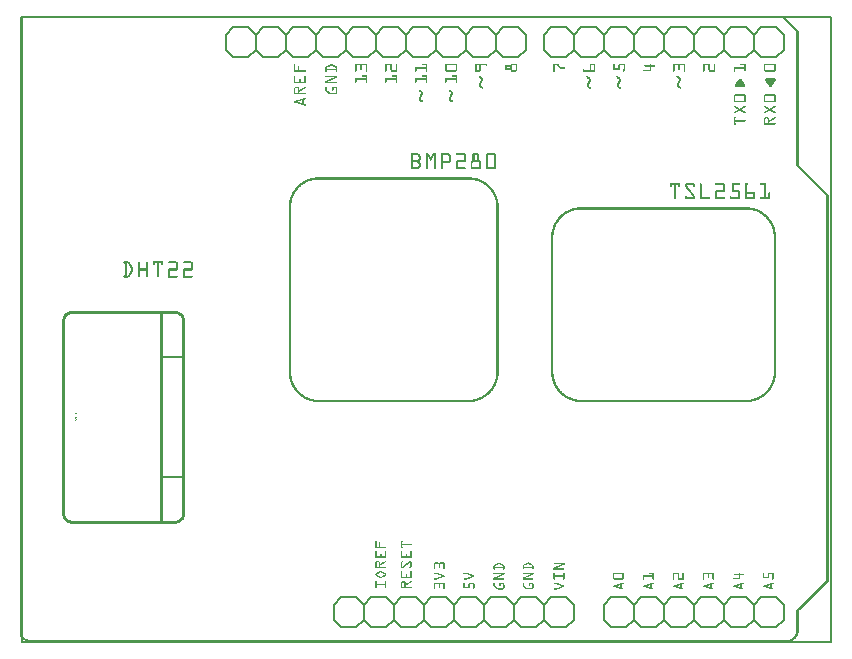
<source format=gto>
G04 MADE WITH FRITZING*
G04 WWW.FRITZING.ORG*
G04 DOUBLE SIDED*
G04 HOLES PLATED*
G04 CONTOUR ON CENTER OF CONTOUR VECTOR*
%ASAXBY*%
%FSLAX23Y23*%
%MOIN*%
%OFA0B0*%
%SFA1.0B1.0*%
%ADD10R,2.706230X2.092490X2.690230X2.076490*%
%ADD11C,0.008000*%
%ADD12C,0.006000*%
%ADD13C,0.006124*%
%ADD14C,0.010000*%
%ADD15R,0.001000X0.001000*%
%LNSILK1*%
G90*
G70*
G54D11*
X4Y2088D02*
X2702Y2088D01*
X2702Y4D01*
X4Y4D01*
X4Y2088D01*
D02*
G54D12*
X2269Y154D02*
X2319Y154D01*
D02*
X2319Y154D02*
X2344Y129D01*
D02*
X2344Y129D02*
X2344Y79D01*
D02*
X2344Y79D02*
X2319Y54D01*
D02*
X2344Y129D02*
X2369Y154D01*
D02*
X2369Y154D02*
X2419Y154D01*
D02*
X2419Y154D02*
X2444Y129D01*
D02*
X2444Y129D02*
X2444Y79D01*
D02*
X2444Y79D02*
X2419Y54D01*
D02*
X2419Y54D02*
X2369Y54D01*
D02*
X2369Y54D02*
X2344Y79D01*
D02*
X2144Y129D02*
X2169Y154D01*
D02*
X2169Y154D02*
X2219Y154D01*
D02*
X2219Y154D02*
X2244Y129D01*
D02*
X2244Y129D02*
X2244Y79D01*
D02*
X2244Y79D02*
X2219Y54D01*
D02*
X2219Y54D02*
X2169Y54D01*
D02*
X2169Y54D02*
X2144Y79D01*
D02*
X2269Y154D02*
X2244Y129D01*
D02*
X2244Y79D02*
X2269Y54D01*
D02*
X2319Y54D02*
X2269Y54D01*
D02*
X1969Y154D02*
X2019Y154D01*
D02*
X2019Y154D02*
X2044Y129D01*
D02*
X2044Y129D02*
X2044Y79D01*
D02*
X2044Y79D02*
X2019Y54D01*
D02*
X2044Y129D02*
X2069Y154D01*
D02*
X2069Y154D02*
X2119Y154D01*
D02*
X2119Y154D02*
X2144Y129D01*
D02*
X2144Y129D02*
X2144Y79D01*
D02*
X2144Y79D02*
X2119Y54D01*
D02*
X2119Y54D02*
X2069Y54D01*
D02*
X2069Y54D02*
X2044Y79D01*
D02*
X1944Y129D02*
X1944Y79D01*
D02*
X1969Y154D02*
X1944Y129D01*
D02*
X1944Y79D02*
X1969Y54D01*
D02*
X2019Y54D02*
X1969Y54D01*
D02*
X2469Y154D02*
X2519Y154D01*
D02*
X2519Y154D02*
X2544Y129D01*
D02*
X2544Y129D02*
X2544Y79D01*
D02*
X2544Y79D02*
X2519Y54D01*
D02*
X2469Y154D02*
X2444Y129D01*
D02*
X2444Y79D02*
X2469Y54D01*
D02*
X2519Y54D02*
X2469Y54D01*
D02*
X859Y1954D02*
X809Y1954D01*
D02*
X1059Y1954D02*
X1009Y1954D01*
D02*
X959Y1954D02*
X909Y1954D01*
D02*
X1159Y1954D02*
X1109Y1954D01*
D02*
X1359Y1954D02*
X1309Y1954D01*
D02*
X1259Y1954D02*
X1209Y1954D01*
D02*
X1459Y1954D02*
X1409Y1954D01*
D02*
X1659Y1954D02*
X1609Y1954D01*
D02*
X1559Y1954D02*
X1509Y1954D01*
D02*
X759Y1954D02*
X709Y1954D01*
D02*
X884Y1979D02*
X859Y1954D01*
D02*
X809Y1954D02*
X784Y1979D01*
D02*
X784Y1979D02*
X784Y2029D01*
D02*
X784Y2029D02*
X809Y2054D01*
D02*
X809Y2054D02*
X859Y2054D01*
D02*
X859Y2054D02*
X884Y2029D01*
D02*
X1009Y1954D02*
X984Y1979D01*
D02*
X984Y1979D02*
X984Y2029D01*
D02*
X984Y2029D02*
X1009Y2054D01*
D02*
X984Y1979D02*
X959Y1954D01*
D02*
X909Y1954D02*
X884Y1979D01*
D02*
X884Y1979D02*
X884Y2029D01*
D02*
X884Y2029D02*
X909Y2054D01*
D02*
X909Y2054D02*
X959Y2054D01*
D02*
X959Y2054D02*
X984Y2029D01*
D02*
X1184Y1979D02*
X1159Y1954D01*
D02*
X1109Y1954D02*
X1084Y1979D01*
D02*
X1084Y1979D02*
X1084Y2029D01*
D02*
X1084Y2029D02*
X1109Y2054D01*
D02*
X1109Y2054D02*
X1159Y2054D01*
D02*
X1159Y2054D02*
X1184Y2029D01*
D02*
X1059Y1954D02*
X1084Y1979D01*
D02*
X1084Y2029D02*
X1059Y2054D01*
D02*
X1009Y2054D02*
X1059Y2054D01*
D02*
X1309Y1954D02*
X1284Y1979D01*
D02*
X1284Y1979D02*
X1284Y2029D01*
D02*
X1284Y2029D02*
X1309Y2054D01*
D02*
X1284Y1979D02*
X1259Y1954D01*
D02*
X1209Y1954D02*
X1184Y1979D01*
D02*
X1184Y1979D02*
X1184Y2029D01*
D02*
X1184Y2029D02*
X1209Y2054D01*
D02*
X1209Y2054D02*
X1259Y2054D01*
D02*
X1259Y2054D02*
X1284Y2029D01*
D02*
X1484Y1979D02*
X1459Y1954D01*
D02*
X1409Y1954D02*
X1384Y1979D01*
D02*
X1384Y1979D02*
X1384Y2029D01*
D02*
X1384Y2029D02*
X1409Y2054D01*
D02*
X1409Y2054D02*
X1459Y2054D01*
D02*
X1459Y2054D02*
X1484Y2029D01*
D02*
X1359Y1954D02*
X1384Y1979D01*
D02*
X1384Y2029D02*
X1359Y2054D01*
D02*
X1309Y2054D02*
X1359Y2054D01*
D02*
X1609Y1954D02*
X1584Y1979D01*
D02*
X1584Y1979D02*
X1584Y2029D01*
D02*
X1584Y2029D02*
X1609Y2054D01*
D02*
X1584Y1979D02*
X1559Y1954D01*
D02*
X1509Y1954D02*
X1484Y1979D01*
D02*
X1484Y1979D02*
X1484Y2029D01*
D02*
X1484Y2029D02*
X1509Y2054D01*
D02*
X1509Y2054D02*
X1559Y2054D01*
D02*
X1559Y2054D02*
X1584Y2029D01*
D02*
X1684Y1979D02*
X1684Y2029D01*
D02*
X1659Y1954D02*
X1684Y1979D01*
D02*
X1684Y2029D02*
X1659Y2054D01*
D02*
X1609Y2054D02*
X1659Y2054D01*
D02*
X709Y1954D02*
X684Y1979D01*
D02*
X684Y1979D02*
X684Y2029D01*
D02*
X684Y2029D02*
X709Y2054D01*
D02*
X759Y1954D02*
X784Y1979D01*
D02*
X784Y2029D02*
X759Y2054D01*
D02*
X709Y2054D02*
X759Y2054D01*
D02*
X1919Y1954D02*
X1869Y1954D01*
D02*
X1869Y1954D02*
X1844Y1979D01*
D02*
X1844Y1979D02*
X1844Y2029D01*
D02*
X1844Y2029D02*
X1869Y2054D01*
D02*
X2044Y1979D02*
X2019Y1954D01*
D02*
X2019Y1954D02*
X1969Y1954D01*
D02*
X1969Y1954D02*
X1944Y1979D01*
D02*
X1944Y1979D02*
X1944Y2029D01*
D02*
X1944Y2029D02*
X1969Y2054D01*
D02*
X1969Y2054D02*
X2019Y2054D01*
D02*
X2019Y2054D02*
X2044Y2029D01*
D02*
X1919Y1954D02*
X1944Y1979D01*
D02*
X1944Y2029D02*
X1919Y2054D01*
D02*
X1869Y2054D02*
X1919Y2054D01*
D02*
X2219Y1954D02*
X2169Y1954D01*
D02*
X2169Y1954D02*
X2144Y1979D01*
D02*
X2144Y1979D02*
X2144Y2029D01*
D02*
X2144Y2029D02*
X2169Y2054D01*
D02*
X2144Y1979D02*
X2119Y1954D01*
D02*
X2119Y1954D02*
X2069Y1954D01*
D02*
X2069Y1954D02*
X2044Y1979D01*
D02*
X2044Y1979D02*
X2044Y2029D01*
D02*
X2044Y2029D02*
X2069Y2054D01*
D02*
X2069Y2054D02*
X2119Y2054D01*
D02*
X2119Y2054D02*
X2144Y2029D01*
D02*
X2344Y1979D02*
X2319Y1954D01*
D02*
X2319Y1954D02*
X2269Y1954D01*
D02*
X2269Y1954D02*
X2244Y1979D01*
D02*
X2244Y1979D02*
X2244Y2029D01*
D02*
X2244Y2029D02*
X2269Y2054D01*
D02*
X2269Y2054D02*
X2319Y2054D01*
D02*
X2319Y2054D02*
X2344Y2029D01*
D02*
X2219Y1954D02*
X2244Y1979D01*
D02*
X2244Y2029D02*
X2219Y2054D01*
D02*
X2169Y2054D02*
X2219Y2054D01*
D02*
X2519Y1954D02*
X2469Y1954D01*
D02*
X2469Y1954D02*
X2444Y1979D01*
D02*
X2444Y1979D02*
X2444Y2029D01*
D02*
X2444Y2029D02*
X2469Y2054D01*
D02*
X2444Y1979D02*
X2419Y1954D01*
D02*
X2419Y1954D02*
X2369Y1954D01*
D02*
X2369Y1954D02*
X2344Y1979D01*
D02*
X2344Y1979D02*
X2344Y2029D01*
D02*
X2344Y2029D02*
X2369Y2054D01*
D02*
X2369Y2054D02*
X2419Y2054D01*
D02*
X2419Y2054D02*
X2444Y2029D01*
D02*
X2544Y1979D02*
X2544Y2029D01*
D02*
X2519Y1954D02*
X2544Y1979D01*
D02*
X2544Y2029D02*
X2519Y2054D01*
D02*
X2469Y2054D02*
X2519Y2054D01*
D02*
X1819Y1954D02*
X1769Y1954D01*
D02*
X1769Y1954D02*
X1744Y1979D01*
D02*
X1744Y1979D02*
X1744Y2029D01*
D02*
X1744Y2029D02*
X1769Y2054D01*
D02*
X1819Y1954D02*
X1844Y1979D01*
D02*
X1844Y2029D02*
X1819Y2054D01*
D02*
X1769Y2054D02*
X1819Y2054D01*
D02*
X1669Y154D02*
X1719Y154D01*
D02*
X1719Y154D02*
X1744Y129D01*
D02*
X1744Y129D02*
X1744Y79D01*
D02*
X1744Y79D02*
X1719Y54D01*
D02*
X1544Y129D02*
X1569Y154D01*
D02*
X1569Y154D02*
X1619Y154D01*
D02*
X1619Y154D02*
X1644Y129D01*
D02*
X1644Y129D02*
X1644Y79D01*
D02*
X1644Y79D02*
X1619Y54D01*
D02*
X1619Y54D02*
X1569Y54D01*
D02*
X1569Y54D02*
X1544Y79D01*
D02*
X1669Y154D02*
X1644Y129D01*
D02*
X1644Y79D02*
X1669Y54D01*
D02*
X1719Y54D02*
X1669Y54D01*
D02*
X1369Y154D02*
X1419Y154D01*
D02*
X1419Y154D02*
X1444Y129D01*
D02*
X1444Y129D02*
X1444Y79D01*
D02*
X1444Y79D02*
X1419Y54D01*
D02*
X1444Y129D02*
X1469Y154D01*
D02*
X1469Y154D02*
X1519Y154D01*
D02*
X1519Y154D02*
X1544Y129D01*
D02*
X1544Y129D02*
X1544Y79D01*
D02*
X1544Y79D02*
X1519Y54D01*
D02*
X1519Y54D02*
X1469Y54D01*
D02*
X1469Y54D02*
X1444Y79D01*
D02*
X1244Y129D02*
X1269Y154D01*
D02*
X1269Y154D02*
X1319Y154D01*
D02*
X1319Y154D02*
X1344Y129D01*
D02*
X1344Y129D02*
X1344Y79D01*
D02*
X1344Y79D02*
X1319Y54D01*
D02*
X1319Y54D02*
X1269Y54D01*
D02*
X1269Y54D02*
X1244Y79D01*
D02*
X1369Y154D02*
X1344Y129D01*
D02*
X1344Y79D02*
X1369Y54D01*
D02*
X1419Y54D02*
X1369Y54D01*
D02*
X1069Y154D02*
X1119Y154D01*
D02*
X1119Y154D02*
X1144Y129D01*
D02*
X1144Y129D02*
X1144Y79D01*
D02*
X1144Y79D02*
X1119Y54D01*
D02*
X1144Y129D02*
X1169Y154D01*
D02*
X1169Y154D02*
X1219Y154D01*
D02*
X1219Y154D02*
X1244Y129D01*
D02*
X1244Y129D02*
X1244Y79D01*
D02*
X1244Y79D02*
X1219Y54D01*
D02*
X1219Y54D02*
X1169Y54D01*
D02*
X1169Y54D02*
X1144Y79D01*
D02*
X1044Y129D02*
X1044Y79D01*
D02*
X1069Y154D02*
X1044Y129D01*
D02*
X1044Y79D02*
X1069Y54D01*
D02*
X1119Y54D02*
X1069Y54D01*
D02*
X1769Y154D02*
X1819Y154D01*
D02*
X1819Y154D02*
X1844Y129D01*
D02*
X1844Y129D02*
X1844Y79D01*
D02*
X1844Y79D02*
X1819Y54D01*
D02*
X1769Y154D02*
X1744Y129D01*
D02*
X1744Y79D02*
X1769Y54D01*
D02*
X1819Y54D02*
X1769Y54D01*
G54D13*
X469Y953D02*
X544Y953D01*
D02*
X469Y553D02*
X544Y553D01*
D02*
G54D14*
X469Y1103D02*
X469Y403D01*
D02*
G54D15*
X5Y2092D02*
X17Y2092D01*
X2533Y2092D02*
X2543Y2092D01*
X4Y2091D02*
X15Y2091D01*
X2534Y2091D02*
X2544Y2091D01*
X3Y2090D02*
X14Y2090D01*
X2535Y2090D02*
X2545Y2090D01*
X2Y2089D02*
X12Y2089D01*
X2536Y2089D02*
X2546Y2089D01*
X1Y2088D02*
X11Y2088D01*
X2537Y2088D02*
X2547Y2088D01*
X1Y2087D02*
X10Y2087D01*
X2538Y2087D02*
X2548Y2087D01*
X0Y2086D02*
X9Y2086D01*
X2539Y2086D02*
X2549Y2086D01*
X0Y2085D02*
X8Y2085D01*
X2540Y2085D02*
X2550Y2085D01*
X0Y2084D02*
X7Y2084D01*
X2541Y2084D02*
X2551Y2084D01*
X0Y2083D02*
X7Y2083D01*
X2542Y2083D02*
X2552Y2083D01*
X0Y2082D02*
X6Y2082D01*
X2543Y2082D02*
X2553Y2082D01*
X0Y2081D02*
X5Y2081D01*
X2544Y2081D02*
X2554Y2081D01*
X0Y2080D02*
X5Y2080D01*
X2545Y2080D02*
X2555Y2080D01*
X0Y2079D02*
X4Y2079D01*
X2546Y2079D02*
X2556Y2079D01*
X0Y2078D02*
X4Y2078D01*
X2547Y2078D02*
X2557Y2078D01*
X0Y2077D02*
X3Y2077D01*
X2548Y2077D02*
X2558Y2077D01*
X0Y2076D02*
X3Y2076D01*
X2549Y2076D02*
X2559Y2076D01*
X0Y2075D02*
X2Y2075D01*
X2550Y2075D02*
X2560Y2075D01*
X0Y2074D02*
X2Y2074D01*
X2551Y2074D02*
X2561Y2074D01*
X0Y2073D02*
X2Y2073D01*
X2552Y2073D02*
X2562Y2073D01*
X0Y2072D02*
X1Y2072D01*
X2553Y2072D02*
X2563Y2072D01*
X0Y2071D02*
X1Y2071D01*
X2554Y2071D02*
X2564Y2071D01*
X0Y2070D02*
X1Y2070D01*
X2555Y2070D02*
X2565Y2070D01*
X0Y2069D02*
X1Y2069D01*
X2556Y2069D02*
X2566Y2069D01*
X0Y2068D02*
X1Y2068D01*
X2557Y2068D02*
X2567Y2068D01*
X0Y2067D02*
X1Y2067D01*
X2558Y2067D02*
X2568Y2067D01*
X0Y2066D02*
X1Y2066D01*
X2559Y2066D02*
X2569Y2066D01*
X0Y2065D02*
X1Y2065D01*
X2560Y2065D02*
X2570Y2065D01*
X0Y2064D02*
X1Y2064D01*
X2561Y2064D02*
X2571Y2064D01*
X0Y2063D02*
X1Y2063D01*
X2562Y2063D02*
X2572Y2063D01*
X0Y2062D02*
X1Y2062D01*
X2563Y2062D02*
X2573Y2062D01*
X0Y2061D02*
X1Y2061D01*
X2564Y2061D02*
X2574Y2061D01*
X0Y2060D02*
X1Y2060D01*
X2565Y2060D02*
X2575Y2060D01*
X0Y2059D02*
X1Y2059D01*
X2566Y2059D02*
X2576Y2059D01*
X0Y2058D02*
X1Y2058D01*
X2567Y2058D02*
X2577Y2058D01*
X0Y2057D02*
X1Y2057D01*
X2568Y2057D02*
X2578Y2057D01*
X0Y2056D02*
X1Y2056D01*
X2569Y2056D02*
X2579Y2056D01*
X0Y2055D02*
X1Y2055D01*
X2570Y2055D02*
X2580Y2055D01*
X0Y2054D02*
X1Y2054D01*
X2571Y2054D02*
X2581Y2054D01*
X0Y2053D02*
X1Y2053D01*
X2572Y2053D02*
X2582Y2053D01*
X0Y2052D02*
X1Y2052D01*
X2573Y2052D02*
X2583Y2052D01*
X0Y2051D02*
X1Y2051D01*
X2574Y2051D02*
X2584Y2051D01*
X0Y2050D02*
X1Y2050D01*
X2575Y2050D02*
X2585Y2050D01*
X0Y2049D02*
X1Y2049D01*
X2576Y2049D02*
X2586Y2049D01*
X0Y2048D02*
X1Y2048D01*
X2577Y2048D02*
X2587Y2048D01*
X0Y2047D02*
X1Y2047D01*
X2578Y2047D02*
X2588Y2047D01*
X0Y2046D02*
X1Y2046D01*
X2579Y2046D02*
X2589Y2046D01*
X0Y2045D02*
X1Y2045D01*
X2580Y2045D02*
X2590Y2045D01*
X0Y2044D02*
X1Y2044D01*
X2581Y2044D02*
X2591Y2044D01*
X0Y2043D02*
X1Y2043D01*
X2582Y2043D02*
X2592Y2043D01*
X0Y2042D02*
X1Y2042D01*
X2583Y2042D02*
X2593Y2042D01*
X0Y2041D02*
X1Y2041D01*
X2584Y2041D02*
X2594Y2041D01*
X0Y2040D02*
X1Y2040D01*
X2585Y2040D02*
X2594Y2040D01*
X0Y2039D02*
X1Y2039D01*
X2586Y2039D02*
X2594Y2039D01*
X0Y2038D02*
X1Y2038D01*
X2586Y2038D02*
X2594Y2038D01*
X0Y2037D02*
X1Y2037D01*
X2587Y2037D02*
X2594Y2037D01*
X0Y2036D02*
X1Y2036D01*
X2587Y2036D02*
X2594Y2036D01*
X0Y2035D02*
X1Y2035D01*
X2587Y2035D02*
X2594Y2035D01*
X0Y2034D02*
X1Y2034D01*
X2587Y2034D02*
X2594Y2034D01*
X0Y2033D02*
X1Y2033D01*
X2587Y2033D02*
X2594Y2033D01*
X0Y2032D02*
X1Y2032D01*
X2587Y2032D02*
X2594Y2032D01*
X0Y2031D02*
X1Y2031D01*
X2587Y2031D02*
X2594Y2031D01*
X0Y2030D02*
X1Y2030D01*
X2587Y2030D02*
X2594Y2030D01*
X0Y2029D02*
X1Y2029D01*
X2587Y2029D02*
X2594Y2029D01*
X0Y2028D02*
X1Y2028D01*
X2587Y2028D02*
X2594Y2028D01*
X0Y2027D02*
X1Y2027D01*
X2587Y2027D02*
X2594Y2027D01*
X0Y2026D02*
X1Y2026D01*
X2587Y2026D02*
X2594Y2026D01*
X0Y2025D02*
X1Y2025D01*
X2587Y2025D02*
X2594Y2025D01*
X0Y2024D02*
X1Y2024D01*
X2587Y2024D02*
X2594Y2024D01*
X0Y2023D02*
X1Y2023D01*
X2587Y2023D02*
X2594Y2023D01*
X0Y2022D02*
X1Y2022D01*
X2587Y2022D02*
X2594Y2022D01*
X0Y2021D02*
X1Y2021D01*
X2587Y2021D02*
X2594Y2021D01*
X0Y2020D02*
X1Y2020D01*
X2587Y2020D02*
X2594Y2020D01*
X0Y2019D02*
X1Y2019D01*
X2587Y2019D02*
X2594Y2019D01*
X0Y2018D02*
X1Y2018D01*
X2587Y2018D02*
X2594Y2018D01*
X0Y2017D02*
X1Y2017D01*
X2587Y2017D02*
X2594Y2017D01*
X0Y2016D02*
X1Y2016D01*
X2587Y2016D02*
X2594Y2016D01*
X0Y2015D02*
X1Y2015D01*
X2587Y2015D02*
X2594Y2015D01*
X0Y2014D02*
X1Y2014D01*
X2587Y2014D02*
X2594Y2014D01*
X0Y2013D02*
X1Y2013D01*
X2587Y2013D02*
X2594Y2013D01*
X0Y2012D02*
X1Y2012D01*
X2587Y2012D02*
X2594Y2012D01*
X0Y2011D02*
X1Y2011D01*
X2587Y2011D02*
X2594Y2011D01*
X0Y2010D02*
X1Y2010D01*
X2587Y2010D02*
X2594Y2010D01*
X0Y2009D02*
X1Y2009D01*
X2587Y2009D02*
X2594Y2009D01*
X0Y2008D02*
X1Y2008D01*
X2587Y2008D02*
X2594Y2008D01*
X0Y2007D02*
X1Y2007D01*
X2587Y2007D02*
X2594Y2007D01*
X0Y2006D02*
X1Y2006D01*
X2587Y2006D02*
X2594Y2006D01*
X0Y2005D02*
X1Y2005D01*
X2587Y2005D02*
X2594Y2005D01*
X0Y2004D02*
X1Y2004D01*
X2587Y2004D02*
X2594Y2004D01*
X0Y2003D02*
X1Y2003D01*
X2587Y2003D02*
X2594Y2003D01*
X0Y2002D02*
X1Y2002D01*
X2587Y2002D02*
X2594Y2002D01*
X0Y2001D02*
X1Y2001D01*
X2587Y2001D02*
X2594Y2001D01*
X0Y2000D02*
X1Y2000D01*
X2587Y2000D02*
X2594Y2000D01*
X0Y1999D02*
X1Y1999D01*
X2587Y1999D02*
X2594Y1999D01*
X0Y1998D02*
X1Y1998D01*
X2587Y1998D02*
X2594Y1998D01*
X0Y1997D02*
X1Y1997D01*
X2587Y1997D02*
X2594Y1997D01*
X0Y1996D02*
X1Y1996D01*
X2587Y1996D02*
X2594Y1996D01*
X0Y1995D02*
X1Y1995D01*
X2587Y1995D02*
X2594Y1995D01*
X0Y1994D02*
X1Y1994D01*
X2587Y1994D02*
X2594Y1994D01*
X0Y1993D02*
X1Y1993D01*
X2587Y1993D02*
X2594Y1993D01*
X0Y1992D02*
X1Y1992D01*
X2587Y1992D02*
X2594Y1992D01*
X0Y1991D02*
X1Y1991D01*
X2587Y1991D02*
X2594Y1991D01*
X0Y1990D02*
X1Y1990D01*
X2587Y1990D02*
X2594Y1990D01*
X0Y1989D02*
X1Y1989D01*
X2587Y1989D02*
X2594Y1989D01*
X0Y1988D02*
X1Y1988D01*
X2587Y1988D02*
X2594Y1988D01*
X0Y1987D02*
X1Y1987D01*
X2587Y1987D02*
X2594Y1987D01*
X0Y1986D02*
X1Y1986D01*
X2587Y1986D02*
X2594Y1986D01*
X0Y1985D02*
X1Y1985D01*
X2587Y1985D02*
X2594Y1985D01*
X0Y1984D02*
X1Y1984D01*
X2587Y1984D02*
X2594Y1984D01*
X0Y1983D02*
X1Y1983D01*
X2587Y1983D02*
X2594Y1983D01*
X0Y1982D02*
X1Y1982D01*
X2587Y1982D02*
X2594Y1982D01*
X0Y1981D02*
X1Y1981D01*
X2587Y1981D02*
X2594Y1981D01*
X0Y1980D02*
X1Y1980D01*
X2587Y1980D02*
X2594Y1980D01*
X0Y1979D02*
X1Y1979D01*
X2587Y1979D02*
X2594Y1979D01*
X0Y1978D02*
X1Y1978D01*
X2587Y1978D02*
X2594Y1978D01*
X0Y1977D02*
X1Y1977D01*
X2587Y1977D02*
X2594Y1977D01*
X0Y1976D02*
X1Y1976D01*
X2587Y1976D02*
X2594Y1976D01*
X0Y1975D02*
X1Y1975D01*
X2587Y1975D02*
X2594Y1975D01*
X0Y1974D02*
X1Y1974D01*
X2587Y1974D02*
X2594Y1974D01*
X0Y1973D02*
X1Y1973D01*
X2587Y1973D02*
X2594Y1973D01*
X0Y1972D02*
X1Y1972D01*
X2587Y1972D02*
X2594Y1972D01*
X0Y1971D02*
X1Y1971D01*
X2587Y1971D02*
X2594Y1971D01*
X0Y1970D02*
X1Y1970D01*
X2587Y1970D02*
X2594Y1970D01*
X0Y1969D02*
X1Y1969D01*
X2587Y1969D02*
X2594Y1969D01*
X0Y1968D02*
X1Y1968D01*
X2587Y1968D02*
X2594Y1968D01*
X0Y1967D02*
X1Y1967D01*
X2587Y1967D02*
X2594Y1967D01*
X0Y1966D02*
X1Y1966D01*
X2587Y1966D02*
X2594Y1966D01*
X0Y1965D02*
X1Y1965D01*
X2587Y1965D02*
X2594Y1965D01*
X0Y1964D02*
X1Y1964D01*
X2587Y1964D02*
X2594Y1964D01*
X0Y1963D02*
X1Y1963D01*
X2587Y1963D02*
X2594Y1963D01*
X0Y1962D02*
X1Y1962D01*
X2587Y1962D02*
X2594Y1962D01*
X0Y1961D02*
X1Y1961D01*
X2587Y1961D02*
X2594Y1961D01*
X0Y1960D02*
X1Y1960D01*
X2587Y1960D02*
X2594Y1960D01*
X0Y1959D02*
X1Y1959D01*
X2587Y1959D02*
X2594Y1959D01*
X0Y1958D02*
X1Y1958D01*
X2587Y1958D02*
X2594Y1958D01*
X0Y1957D02*
X1Y1957D01*
X2587Y1957D02*
X2594Y1957D01*
X0Y1956D02*
X1Y1956D01*
X2587Y1956D02*
X2594Y1956D01*
X0Y1955D02*
X1Y1955D01*
X2587Y1955D02*
X2594Y1955D01*
X0Y1954D02*
X1Y1954D01*
X2587Y1954D02*
X2594Y1954D01*
X0Y1953D02*
X1Y1953D01*
X2587Y1953D02*
X2594Y1953D01*
X0Y1952D02*
X1Y1952D01*
X2587Y1952D02*
X2594Y1952D01*
X0Y1951D02*
X1Y1951D01*
X2587Y1951D02*
X2594Y1951D01*
X0Y1950D02*
X1Y1950D01*
X2587Y1950D02*
X2594Y1950D01*
X0Y1949D02*
X1Y1949D01*
X2587Y1949D02*
X2594Y1949D01*
X0Y1948D02*
X1Y1948D01*
X2587Y1948D02*
X2594Y1948D01*
X0Y1947D02*
X1Y1947D01*
X2587Y1947D02*
X2594Y1947D01*
X0Y1946D02*
X1Y1946D01*
X2587Y1946D02*
X2594Y1946D01*
X0Y1945D02*
X1Y1945D01*
X2587Y1945D02*
X2594Y1945D01*
X0Y1944D02*
X1Y1944D01*
X2587Y1944D02*
X2594Y1944D01*
X0Y1943D02*
X1Y1943D01*
X2587Y1943D02*
X2594Y1943D01*
X0Y1942D02*
X1Y1942D01*
X2587Y1942D02*
X2594Y1942D01*
X0Y1941D02*
X1Y1941D01*
X2587Y1941D02*
X2594Y1941D01*
X0Y1940D02*
X1Y1940D01*
X2587Y1940D02*
X2594Y1940D01*
X0Y1939D02*
X1Y1939D01*
X2587Y1939D02*
X2594Y1939D01*
X0Y1938D02*
X1Y1938D01*
X2587Y1938D02*
X2594Y1938D01*
X0Y1937D02*
X1Y1937D01*
X2587Y1937D02*
X2594Y1937D01*
X0Y1936D02*
X1Y1936D01*
X2587Y1936D02*
X2594Y1936D01*
X0Y1935D02*
X1Y1935D01*
X2587Y1935D02*
X2594Y1935D01*
X0Y1934D02*
X1Y1934D01*
X2587Y1934D02*
X2594Y1934D01*
X0Y1933D02*
X1Y1933D01*
X2587Y1933D02*
X2594Y1933D01*
X0Y1932D02*
X1Y1932D01*
X2587Y1932D02*
X2594Y1932D01*
X0Y1931D02*
X1Y1931D01*
X1119Y1931D02*
X1132Y1931D01*
X1139Y1931D02*
X1152Y1931D01*
X1219Y1931D02*
X1234Y1931D01*
X1252Y1931D02*
X1254Y1931D01*
X1339Y1931D02*
X1354Y1931D01*
X1419Y1931D02*
X1452Y1931D01*
X1517Y1931D02*
X1554Y1931D01*
X1636Y1931D02*
X1652Y1931D01*
X1776Y1931D02*
X1792Y1931D01*
X1899Y1931D02*
X1914Y1931D01*
X1977Y1931D02*
X1979Y1931D01*
X1996Y1931D02*
X2012Y1931D01*
X2179Y1931D02*
X2192Y1931D01*
X2198Y1931D02*
X2212Y1931D01*
X2279Y1931D02*
X2294Y1931D01*
X2312Y1931D02*
X2314Y1931D01*
X2401Y1931D02*
X2417Y1931D01*
X2481Y1931D02*
X2515Y1931D01*
X2587Y1931D02*
X2594Y1931D01*
X0Y1930D02*
X1Y1930D01*
X913Y1930D02*
X915Y1930D01*
X1034Y1930D02*
X1039Y1930D01*
X1117Y1930D02*
X1134Y1930D01*
X1137Y1930D02*
X1154Y1930D01*
X1217Y1930D02*
X1236Y1930D01*
X1251Y1930D02*
X1255Y1930D01*
X1338Y1930D02*
X1355Y1930D01*
X1417Y1930D02*
X1453Y1930D01*
X1516Y1930D02*
X1555Y1930D01*
X1635Y1930D02*
X1654Y1930D01*
X1776Y1930D02*
X1793Y1930D01*
X1898Y1930D02*
X1915Y1930D01*
X1976Y1930D02*
X1980Y1930D01*
X1995Y1930D02*
X2013Y1930D01*
X2099Y1930D02*
X2100Y1930D01*
X2177Y1930D02*
X2194Y1930D01*
X2196Y1930D02*
X2213Y1930D01*
X2277Y1930D02*
X2296Y1930D01*
X2311Y1930D02*
X2315Y1930D01*
X2400Y1930D02*
X2417Y1930D01*
X2480Y1930D02*
X2516Y1930D01*
X2587Y1930D02*
X2594Y1930D01*
X0Y1929D02*
X1Y1929D01*
X912Y1929D02*
X916Y1929D01*
X1031Y1929D02*
X1041Y1929D01*
X1117Y1929D02*
X1154Y1929D01*
X1217Y1929D02*
X1237Y1929D01*
X1251Y1929D02*
X1255Y1929D01*
X1338Y1929D02*
X1355Y1929D01*
X1417Y1929D02*
X1454Y1929D01*
X1516Y1929D02*
X1555Y1929D01*
X1634Y1929D02*
X1654Y1929D01*
X1776Y1929D02*
X1794Y1929D01*
X1898Y1929D02*
X1915Y1929D01*
X1976Y1929D02*
X1980Y1929D01*
X1994Y1929D02*
X2014Y1929D01*
X2098Y1929D02*
X2101Y1929D01*
X2176Y1929D02*
X2214Y1929D01*
X2276Y1929D02*
X2297Y1929D01*
X2311Y1929D02*
X2315Y1929D01*
X2400Y1929D02*
X2418Y1929D01*
X2479Y1929D02*
X2517Y1929D01*
X2587Y1929D02*
X2594Y1929D01*
X0Y1928D02*
X1Y1928D01*
X912Y1928D02*
X916Y1928D01*
X1029Y1928D02*
X1043Y1928D01*
X1116Y1928D02*
X1155Y1928D01*
X1216Y1928D02*
X1237Y1928D01*
X1251Y1928D02*
X1255Y1928D01*
X1338Y1928D02*
X1355Y1928D01*
X1416Y1928D02*
X1455Y1928D01*
X1516Y1928D02*
X1555Y1928D01*
X1634Y1928D02*
X1655Y1928D01*
X1776Y1928D02*
X1795Y1928D01*
X1898Y1928D02*
X1915Y1928D01*
X1976Y1928D02*
X1980Y1928D01*
X1994Y1928D02*
X2015Y1928D01*
X2098Y1928D02*
X2102Y1928D01*
X2176Y1928D02*
X2215Y1928D01*
X2276Y1928D02*
X2297Y1928D01*
X2311Y1928D02*
X2315Y1928D01*
X2400Y1928D02*
X2418Y1928D01*
X2478Y1928D02*
X2517Y1928D01*
X2587Y1928D02*
X2594Y1928D01*
X0Y1927D02*
X1Y1927D01*
X912Y1927D02*
X916Y1927D01*
X1027Y1927D02*
X1045Y1927D01*
X1116Y1927D02*
X1155Y1927D01*
X1216Y1927D02*
X1237Y1927D01*
X1251Y1927D02*
X1255Y1927D01*
X1339Y1927D02*
X1355Y1927D01*
X1416Y1927D02*
X1455Y1927D01*
X1516Y1927D02*
X1555Y1927D01*
X1633Y1927D02*
X1655Y1927D01*
X1776Y1927D02*
X1796Y1927D01*
X1898Y1927D02*
X1915Y1927D01*
X1976Y1927D02*
X1980Y1927D01*
X1993Y1927D02*
X2015Y1927D01*
X2081Y1927D02*
X2114Y1927D01*
X2176Y1927D02*
X2215Y1927D01*
X2276Y1927D02*
X2297Y1927D01*
X2311Y1927D02*
X2315Y1927D01*
X2401Y1927D02*
X2418Y1927D01*
X2478Y1927D02*
X2517Y1927D01*
X2587Y1927D02*
X2594Y1927D01*
X0Y1926D02*
X1Y1926D01*
X912Y1926D02*
X916Y1926D01*
X1025Y1926D02*
X1047Y1926D01*
X1116Y1926D02*
X1120Y1926D01*
X1132Y1926D02*
X1139Y1926D01*
X1151Y1926D02*
X1155Y1926D01*
X1216Y1926D02*
X1220Y1926D01*
X1233Y1926D02*
X1238Y1926D01*
X1251Y1926D02*
X1255Y1926D01*
X1351Y1926D02*
X1355Y1926D01*
X1416Y1926D02*
X1420Y1926D01*
X1451Y1926D02*
X1455Y1926D01*
X1516Y1926D02*
X1520Y1926D01*
X1529Y1926D02*
X1533Y1926D01*
X1551Y1926D02*
X1555Y1926D01*
X1617Y1926D02*
X1638Y1926D01*
X1651Y1926D02*
X1655Y1926D01*
X1776Y1926D02*
X1780Y1926D01*
X1790Y1926D02*
X1796Y1926D01*
X1898Y1926D02*
X1902Y1926D01*
X1911Y1926D02*
X1915Y1926D01*
X1976Y1926D02*
X1980Y1926D01*
X1993Y1926D02*
X1998Y1926D01*
X2011Y1926D02*
X2015Y1926D01*
X2080Y1926D02*
X2115Y1926D01*
X2176Y1926D02*
X2180Y1926D01*
X2192Y1926D02*
X2199Y1926D01*
X2211Y1926D02*
X2215Y1926D01*
X2275Y1926D02*
X2280Y1926D01*
X2293Y1926D02*
X2297Y1926D01*
X2311Y1926D02*
X2315Y1926D01*
X2413Y1926D02*
X2418Y1926D01*
X2478Y1926D02*
X2482Y1926D01*
X2513Y1926D02*
X2518Y1926D01*
X2587Y1926D02*
X2594Y1926D01*
X0Y1925D02*
X1Y1925D01*
X912Y1925D02*
X916Y1925D01*
X926Y1925D02*
X928Y1925D01*
X1023Y1925D02*
X1034Y1925D01*
X1038Y1925D02*
X1049Y1925D01*
X1116Y1925D02*
X1120Y1925D01*
X1133Y1925D02*
X1138Y1925D01*
X1151Y1925D02*
X1155Y1925D01*
X1216Y1925D02*
X1220Y1925D01*
X1233Y1925D02*
X1238Y1925D01*
X1251Y1925D02*
X1255Y1925D01*
X1351Y1925D02*
X1355Y1925D01*
X1416Y1925D02*
X1420Y1925D01*
X1451Y1925D02*
X1455Y1925D01*
X1516Y1925D02*
X1520Y1925D01*
X1529Y1925D02*
X1533Y1925D01*
X1551Y1925D02*
X1555Y1925D01*
X1616Y1925D02*
X1637Y1925D01*
X1651Y1925D02*
X1655Y1925D01*
X1776Y1925D02*
X1780Y1925D01*
X1791Y1925D02*
X1797Y1925D01*
X1898Y1925D02*
X1902Y1925D01*
X1911Y1925D02*
X1915Y1925D01*
X1976Y1925D02*
X1980Y1925D01*
X1993Y1925D02*
X1997Y1925D01*
X2011Y1925D02*
X2015Y1925D01*
X2080Y1925D02*
X2115Y1925D01*
X2176Y1925D02*
X2180Y1925D01*
X2193Y1925D02*
X2198Y1925D01*
X2211Y1925D02*
X2215Y1925D01*
X2275Y1925D02*
X2280Y1925D01*
X2293Y1925D02*
X2297Y1925D01*
X2311Y1925D02*
X2315Y1925D01*
X2413Y1925D02*
X2418Y1925D01*
X2478Y1925D02*
X2482Y1925D01*
X2513Y1925D02*
X2518Y1925D01*
X2587Y1925D02*
X2594Y1925D01*
X0Y1924D02*
X1Y1924D01*
X912Y1924D02*
X916Y1924D01*
X925Y1924D02*
X929Y1924D01*
X1021Y1924D02*
X1032Y1924D01*
X1041Y1924D02*
X1051Y1924D01*
X1116Y1924D02*
X1120Y1924D01*
X1133Y1924D02*
X1138Y1924D01*
X1151Y1924D02*
X1155Y1924D01*
X1216Y1924D02*
X1220Y1924D01*
X1233Y1924D02*
X1238Y1924D01*
X1251Y1924D02*
X1255Y1924D01*
X1351Y1924D02*
X1355Y1924D01*
X1416Y1924D02*
X1420Y1924D01*
X1451Y1924D02*
X1455Y1924D01*
X1516Y1924D02*
X1520Y1924D01*
X1529Y1924D02*
X1533Y1924D01*
X1553Y1924D02*
X1554Y1924D01*
X1616Y1924D02*
X1637Y1924D01*
X1651Y1924D02*
X1655Y1924D01*
X1776Y1924D02*
X1780Y1924D01*
X1792Y1924D02*
X1798Y1924D01*
X1898Y1924D02*
X1902Y1924D01*
X1911Y1924D02*
X1915Y1924D01*
X1976Y1924D02*
X1980Y1924D01*
X1993Y1924D02*
X1997Y1924D01*
X2011Y1924D02*
X2015Y1924D01*
X2080Y1924D02*
X2115Y1924D01*
X2176Y1924D02*
X2180Y1924D01*
X2193Y1924D02*
X2198Y1924D01*
X2211Y1924D02*
X2215Y1924D01*
X2275Y1924D02*
X2280Y1924D01*
X2293Y1924D02*
X2297Y1924D01*
X2311Y1924D02*
X2315Y1924D01*
X2413Y1924D02*
X2418Y1924D01*
X2478Y1924D02*
X2482Y1924D01*
X2513Y1924D02*
X2518Y1924D01*
X2587Y1924D02*
X2594Y1924D01*
X0Y1923D02*
X1Y1923D01*
X912Y1923D02*
X916Y1923D01*
X925Y1923D02*
X929Y1923D01*
X1019Y1923D02*
X1030Y1923D01*
X1043Y1923D02*
X1053Y1923D01*
X1116Y1923D02*
X1120Y1923D01*
X1133Y1923D02*
X1138Y1923D01*
X1151Y1923D02*
X1155Y1923D01*
X1216Y1923D02*
X1220Y1923D01*
X1233Y1923D02*
X1238Y1923D01*
X1251Y1923D02*
X1255Y1923D01*
X1351Y1923D02*
X1355Y1923D01*
X1416Y1923D02*
X1420Y1923D01*
X1451Y1923D02*
X1455Y1923D01*
X1516Y1923D02*
X1520Y1923D01*
X1529Y1923D02*
X1533Y1923D01*
X1616Y1923D02*
X1637Y1923D01*
X1651Y1923D02*
X1655Y1923D01*
X1776Y1923D02*
X1780Y1923D01*
X1793Y1923D02*
X1799Y1923D01*
X1898Y1923D02*
X1902Y1923D01*
X1911Y1923D02*
X1915Y1923D01*
X1976Y1923D02*
X1980Y1923D01*
X1993Y1923D02*
X1997Y1923D01*
X2011Y1923D02*
X2015Y1923D01*
X2081Y1923D02*
X2114Y1923D01*
X2176Y1923D02*
X2180Y1923D01*
X2193Y1923D02*
X2197Y1923D01*
X2211Y1923D02*
X2215Y1923D01*
X2275Y1923D02*
X2280Y1923D01*
X2293Y1923D02*
X2297Y1923D01*
X2311Y1923D02*
X2315Y1923D01*
X2413Y1923D02*
X2418Y1923D01*
X2478Y1923D02*
X2482Y1923D01*
X2513Y1923D02*
X2518Y1923D01*
X2587Y1923D02*
X2594Y1923D01*
X0Y1922D02*
X1Y1922D01*
X912Y1922D02*
X916Y1922D01*
X925Y1922D02*
X929Y1922D01*
X1018Y1922D02*
X1028Y1922D01*
X1045Y1922D02*
X1054Y1922D01*
X1116Y1922D02*
X1120Y1922D01*
X1133Y1922D02*
X1138Y1922D01*
X1151Y1922D02*
X1155Y1922D01*
X1216Y1922D02*
X1220Y1922D01*
X1233Y1922D02*
X1238Y1922D01*
X1251Y1922D02*
X1255Y1922D01*
X1351Y1922D02*
X1355Y1922D01*
X1416Y1922D02*
X1420Y1922D01*
X1451Y1922D02*
X1455Y1922D01*
X1516Y1922D02*
X1520Y1922D01*
X1529Y1922D02*
X1533Y1922D01*
X1616Y1922D02*
X1637Y1922D01*
X1651Y1922D02*
X1655Y1922D01*
X1776Y1922D02*
X1780Y1922D01*
X1794Y1922D02*
X1800Y1922D01*
X1898Y1922D02*
X1902Y1922D01*
X1911Y1922D02*
X1915Y1922D01*
X1976Y1922D02*
X1980Y1922D01*
X1993Y1922D02*
X1997Y1922D01*
X2011Y1922D02*
X2015Y1922D01*
X2098Y1922D02*
X2102Y1922D01*
X2176Y1922D02*
X2180Y1922D01*
X2193Y1922D02*
X2197Y1922D01*
X2211Y1922D02*
X2215Y1922D01*
X2275Y1922D02*
X2280Y1922D01*
X2293Y1922D02*
X2297Y1922D01*
X2311Y1922D02*
X2315Y1922D01*
X2413Y1922D02*
X2418Y1922D01*
X2478Y1922D02*
X2482Y1922D01*
X2513Y1922D02*
X2518Y1922D01*
X2587Y1922D02*
X2594Y1922D01*
X0Y1921D02*
X1Y1921D01*
X912Y1921D02*
X916Y1921D01*
X925Y1921D02*
X929Y1921D01*
X1018Y1921D02*
X1026Y1921D01*
X1047Y1921D02*
X1055Y1921D01*
X1116Y1921D02*
X1120Y1921D01*
X1133Y1921D02*
X1138Y1921D01*
X1151Y1921D02*
X1155Y1921D01*
X1216Y1921D02*
X1220Y1921D01*
X1233Y1921D02*
X1238Y1921D01*
X1251Y1921D02*
X1255Y1921D01*
X1316Y1921D02*
X1355Y1921D01*
X1416Y1921D02*
X1420Y1921D01*
X1451Y1921D02*
X1455Y1921D01*
X1516Y1921D02*
X1520Y1921D01*
X1529Y1921D02*
X1533Y1921D01*
X1616Y1921D02*
X1620Y1921D01*
X1633Y1921D02*
X1637Y1921D01*
X1651Y1921D02*
X1655Y1921D01*
X1776Y1921D02*
X1780Y1921D01*
X1795Y1921D02*
X1813Y1921D01*
X1898Y1921D02*
X1902Y1921D01*
X1911Y1921D02*
X1915Y1921D01*
X1976Y1921D02*
X1980Y1921D01*
X1993Y1921D02*
X1997Y1921D01*
X2011Y1921D02*
X2015Y1921D01*
X2098Y1921D02*
X2102Y1921D01*
X2176Y1921D02*
X2180Y1921D01*
X2193Y1921D02*
X2197Y1921D01*
X2211Y1921D02*
X2215Y1921D01*
X2275Y1921D02*
X2280Y1921D01*
X2293Y1921D02*
X2297Y1921D01*
X2311Y1921D02*
X2315Y1921D01*
X2378Y1921D02*
X2418Y1921D01*
X2478Y1921D02*
X2482Y1921D01*
X2513Y1921D02*
X2518Y1921D01*
X2587Y1921D02*
X2594Y1921D01*
X0Y1920D02*
X1Y1920D01*
X912Y1920D02*
X916Y1920D01*
X925Y1920D02*
X929Y1920D01*
X1017Y1920D02*
X1024Y1920D01*
X1048Y1920D02*
X1055Y1920D01*
X1116Y1920D02*
X1120Y1920D01*
X1133Y1920D02*
X1138Y1920D01*
X1151Y1920D02*
X1155Y1920D01*
X1216Y1920D02*
X1220Y1920D01*
X1233Y1920D02*
X1238Y1920D01*
X1251Y1920D02*
X1255Y1920D01*
X1316Y1920D02*
X1355Y1920D01*
X1416Y1920D02*
X1420Y1920D01*
X1451Y1920D02*
X1455Y1920D01*
X1516Y1920D02*
X1520Y1920D01*
X1529Y1920D02*
X1533Y1920D01*
X1616Y1920D02*
X1620Y1920D01*
X1633Y1920D02*
X1637Y1920D01*
X1651Y1920D02*
X1655Y1920D01*
X1776Y1920D02*
X1780Y1920D01*
X1796Y1920D02*
X1815Y1920D01*
X1898Y1920D02*
X1902Y1920D01*
X1911Y1920D02*
X1915Y1920D01*
X1976Y1920D02*
X1980Y1920D01*
X1993Y1920D02*
X1997Y1920D01*
X2011Y1920D02*
X2015Y1920D01*
X2098Y1920D02*
X2102Y1920D01*
X2176Y1920D02*
X2180Y1920D01*
X2193Y1920D02*
X2197Y1920D01*
X2211Y1920D02*
X2215Y1920D01*
X2275Y1920D02*
X2280Y1920D01*
X2293Y1920D02*
X2297Y1920D01*
X2311Y1920D02*
X2315Y1920D01*
X2378Y1920D02*
X2418Y1920D01*
X2478Y1920D02*
X2482Y1920D01*
X2513Y1920D02*
X2518Y1920D01*
X2587Y1920D02*
X2594Y1920D01*
X0Y1919D02*
X1Y1919D01*
X912Y1919D02*
X916Y1919D01*
X925Y1919D02*
X929Y1919D01*
X1017Y1919D02*
X1022Y1919D01*
X1050Y1919D02*
X1056Y1919D01*
X1116Y1919D02*
X1120Y1919D01*
X1133Y1919D02*
X1138Y1919D01*
X1151Y1919D02*
X1155Y1919D01*
X1216Y1919D02*
X1220Y1919D01*
X1233Y1919D02*
X1238Y1919D01*
X1251Y1919D02*
X1255Y1919D01*
X1316Y1919D02*
X1355Y1919D01*
X1416Y1919D02*
X1420Y1919D01*
X1451Y1919D02*
X1455Y1919D01*
X1516Y1919D02*
X1520Y1919D01*
X1529Y1919D02*
X1533Y1919D01*
X1616Y1919D02*
X1620Y1919D01*
X1633Y1919D02*
X1637Y1919D01*
X1651Y1919D02*
X1655Y1919D01*
X1776Y1919D02*
X1780Y1919D01*
X1796Y1919D02*
X1815Y1919D01*
X1898Y1919D02*
X1902Y1919D01*
X1911Y1919D02*
X1915Y1919D01*
X1976Y1919D02*
X1980Y1919D01*
X1993Y1919D02*
X1997Y1919D01*
X2011Y1919D02*
X2015Y1919D01*
X2098Y1919D02*
X2102Y1919D01*
X2176Y1919D02*
X2180Y1919D01*
X2193Y1919D02*
X2197Y1919D01*
X2211Y1919D02*
X2215Y1919D01*
X2275Y1919D02*
X2280Y1919D01*
X2293Y1919D02*
X2297Y1919D01*
X2311Y1919D02*
X2315Y1919D01*
X2378Y1919D02*
X2418Y1919D01*
X2478Y1919D02*
X2482Y1919D01*
X2513Y1919D02*
X2518Y1919D01*
X2587Y1919D02*
X2594Y1919D01*
X0Y1918D02*
X1Y1918D01*
X912Y1918D02*
X916Y1918D01*
X925Y1918D02*
X929Y1918D01*
X1017Y1918D02*
X1021Y1918D01*
X1051Y1918D02*
X1056Y1918D01*
X1116Y1918D02*
X1120Y1918D01*
X1133Y1918D02*
X1138Y1918D01*
X1151Y1918D02*
X1155Y1918D01*
X1216Y1918D02*
X1220Y1918D01*
X1233Y1918D02*
X1238Y1918D01*
X1251Y1918D02*
X1255Y1918D01*
X1316Y1918D02*
X1355Y1918D01*
X1416Y1918D02*
X1420Y1918D01*
X1451Y1918D02*
X1455Y1918D01*
X1516Y1918D02*
X1520Y1918D01*
X1529Y1918D02*
X1533Y1918D01*
X1616Y1918D02*
X1620Y1918D01*
X1633Y1918D02*
X1637Y1918D01*
X1651Y1918D02*
X1655Y1918D01*
X1776Y1918D02*
X1780Y1918D01*
X1797Y1918D02*
X1815Y1918D01*
X1898Y1918D02*
X1902Y1918D01*
X1911Y1918D02*
X1915Y1918D01*
X1976Y1918D02*
X1980Y1918D01*
X1993Y1918D02*
X1997Y1918D01*
X2011Y1918D02*
X2015Y1918D01*
X2098Y1918D02*
X2102Y1918D01*
X2176Y1918D02*
X2180Y1918D01*
X2193Y1918D02*
X2197Y1918D01*
X2211Y1918D02*
X2215Y1918D01*
X2275Y1918D02*
X2280Y1918D01*
X2293Y1918D02*
X2297Y1918D01*
X2311Y1918D02*
X2315Y1918D01*
X2378Y1918D02*
X2418Y1918D01*
X2478Y1918D02*
X2482Y1918D01*
X2513Y1918D02*
X2518Y1918D01*
X2587Y1918D02*
X2594Y1918D01*
X0Y1917D02*
X1Y1917D01*
X912Y1917D02*
X916Y1917D01*
X925Y1917D02*
X929Y1917D01*
X1016Y1917D02*
X1021Y1917D01*
X1052Y1917D02*
X1056Y1917D01*
X1116Y1917D02*
X1120Y1917D01*
X1133Y1917D02*
X1138Y1917D01*
X1151Y1917D02*
X1155Y1917D01*
X1216Y1917D02*
X1220Y1917D01*
X1233Y1917D02*
X1238Y1917D01*
X1251Y1917D02*
X1255Y1917D01*
X1316Y1917D02*
X1355Y1917D01*
X1416Y1917D02*
X1420Y1917D01*
X1451Y1917D02*
X1455Y1917D01*
X1516Y1917D02*
X1520Y1917D01*
X1529Y1917D02*
X1533Y1917D01*
X1616Y1917D02*
X1620Y1917D01*
X1633Y1917D02*
X1637Y1917D01*
X1651Y1917D02*
X1655Y1917D01*
X1776Y1917D02*
X1780Y1917D01*
X1798Y1917D02*
X1815Y1917D01*
X1898Y1917D02*
X1902Y1917D01*
X1911Y1917D02*
X1915Y1917D01*
X1976Y1917D02*
X1980Y1917D01*
X1993Y1917D02*
X1997Y1917D01*
X2011Y1917D02*
X2015Y1917D01*
X2098Y1917D02*
X2102Y1917D01*
X2176Y1917D02*
X2180Y1917D01*
X2193Y1917D02*
X2197Y1917D01*
X2211Y1917D02*
X2215Y1917D01*
X2275Y1917D02*
X2280Y1917D01*
X2293Y1917D02*
X2297Y1917D01*
X2311Y1917D02*
X2315Y1917D01*
X2378Y1917D02*
X2418Y1917D01*
X2478Y1917D02*
X2482Y1917D01*
X2513Y1917D02*
X2518Y1917D01*
X2587Y1917D02*
X2594Y1917D01*
X0Y1916D02*
X1Y1916D01*
X912Y1916D02*
X916Y1916D01*
X925Y1916D02*
X929Y1916D01*
X1016Y1916D02*
X1021Y1916D01*
X1052Y1916D02*
X1056Y1916D01*
X1116Y1916D02*
X1120Y1916D01*
X1133Y1916D02*
X1138Y1916D01*
X1151Y1916D02*
X1155Y1916D01*
X1216Y1916D02*
X1220Y1916D01*
X1233Y1916D02*
X1238Y1916D01*
X1251Y1916D02*
X1255Y1916D01*
X1316Y1916D02*
X1355Y1916D01*
X1416Y1916D02*
X1420Y1916D01*
X1451Y1916D02*
X1455Y1916D01*
X1516Y1916D02*
X1520Y1916D01*
X1529Y1916D02*
X1533Y1916D01*
X1616Y1916D02*
X1637Y1916D01*
X1651Y1916D02*
X1655Y1916D01*
X1776Y1916D02*
X1780Y1916D01*
X1800Y1916D02*
X1813Y1916D01*
X1898Y1916D02*
X1902Y1916D01*
X1911Y1916D02*
X1915Y1916D01*
X1976Y1916D02*
X1997Y1916D01*
X2011Y1916D02*
X2015Y1916D01*
X2098Y1916D02*
X2102Y1916D01*
X2176Y1916D02*
X2180Y1916D01*
X2193Y1916D02*
X2197Y1916D01*
X2211Y1916D02*
X2215Y1916D01*
X2275Y1916D02*
X2280Y1916D01*
X2293Y1916D02*
X2297Y1916D01*
X2311Y1916D02*
X2315Y1916D01*
X2378Y1916D02*
X2418Y1916D01*
X2478Y1916D02*
X2482Y1916D01*
X2513Y1916D02*
X2518Y1916D01*
X2587Y1916D02*
X2594Y1916D01*
X0Y1915D02*
X1Y1915D01*
X912Y1915D02*
X916Y1915D01*
X925Y1915D02*
X929Y1915D01*
X1016Y1915D02*
X1021Y1915D01*
X1051Y1915D02*
X1056Y1915D01*
X1116Y1915D02*
X1120Y1915D01*
X1133Y1915D02*
X1138Y1915D01*
X1151Y1915D02*
X1155Y1915D01*
X1216Y1915D02*
X1220Y1915D01*
X1233Y1915D02*
X1238Y1915D01*
X1251Y1915D02*
X1255Y1915D01*
X1316Y1915D02*
X1320Y1915D01*
X1351Y1915D02*
X1355Y1915D01*
X1416Y1915D02*
X1420Y1915D01*
X1451Y1915D02*
X1455Y1915D01*
X1516Y1915D02*
X1520Y1915D01*
X1529Y1915D02*
X1533Y1915D01*
X1616Y1915D02*
X1637Y1915D01*
X1651Y1915D02*
X1655Y1915D01*
X1776Y1915D02*
X1780Y1915D01*
X1898Y1915D02*
X1902Y1915D01*
X1911Y1915D02*
X1915Y1915D01*
X1976Y1915D02*
X1997Y1915D01*
X2011Y1915D02*
X2015Y1915D01*
X2098Y1915D02*
X2102Y1915D01*
X2176Y1915D02*
X2180Y1915D01*
X2193Y1915D02*
X2197Y1915D01*
X2211Y1915D02*
X2215Y1915D01*
X2275Y1915D02*
X2280Y1915D01*
X2293Y1915D02*
X2297Y1915D01*
X2311Y1915D02*
X2315Y1915D01*
X2378Y1915D02*
X2382Y1915D01*
X2413Y1915D02*
X2418Y1915D01*
X2478Y1915D02*
X2482Y1915D01*
X2513Y1915D02*
X2518Y1915D01*
X2587Y1915D02*
X2594Y1915D01*
X0Y1914D02*
X1Y1914D01*
X912Y1914D02*
X916Y1914D01*
X925Y1914D02*
X929Y1914D01*
X1016Y1914D02*
X1056Y1914D01*
X1116Y1914D02*
X1120Y1914D01*
X1133Y1914D02*
X1138Y1914D01*
X1151Y1914D02*
X1155Y1914D01*
X1216Y1914D02*
X1220Y1914D01*
X1233Y1914D02*
X1238Y1914D01*
X1251Y1914D02*
X1255Y1914D01*
X1316Y1914D02*
X1320Y1914D01*
X1351Y1914D02*
X1355Y1914D01*
X1416Y1914D02*
X1420Y1914D01*
X1451Y1914D02*
X1455Y1914D01*
X1516Y1914D02*
X1520Y1914D01*
X1529Y1914D02*
X1533Y1914D01*
X1616Y1914D02*
X1637Y1914D01*
X1651Y1914D02*
X1655Y1914D01*
X1776Y1914D02*
X1780Y1914D01*
X1898Y1914D02*
X1902Y1914D01*
X1911Y1914D02*
X1915Y1914D01*
X1976Y1914D02*
X1997Y1914D01*
X2011Y1914D02*
X2015Y1914D01*
X2098Y1914D02*
X2102Y1914D01*
X2176Y1914D02*
X2180Y1914D01*
X2193Y1914D02*
X2197Y1914D01*
X2211Y1914D02*
X2215Y1914D01*
X2275Y1914D02*
X2280Y1914D01*
X2293Y1914D02*
X2297Y1914D01*
X2311Y1914D02*
X2315Y1914D01*
X2378Y1914D02*
X2382Y1914D01*
X2413Y1914D02*
X2418Y1914D01*
X2478Y1914D02*
X2482Y1914D01*
X2513Y1914D02*
X2518Y1914D01*
X2587Y1914D02*
X2594Y1914D01*
X0Y1913D02*
X1Y1913D01*
X912Y1913D02*
X916Y1913D01*
X925Y1913D02*
X929Y1913D01*
X1016Y1913D02*
X1056Y1913D01*
X1116Y1913D02*
X1120Y1913D01*
X1133Y1913D02*
X1138Y1913D01*
X1151Y1913D02*
X1155Y1913D01*
X1216Y1913D02*
X1220Y1913D01*
X1233Y1913D02*
X1238Y1913D01*
X1251Y1913D02*
X1255Y1913D01*
X1316Y1913D02*
X1320Y1913D01*
X1351Y1913D02*
X1355Y1913D01*
X1416Y1913D02*
X1420Y1913D01*
X1451Y1913D02*
X1455Y1913D01*
X1516Y1913D02*
X1520Y1913D01*
X1529Y1913D02*
X1533Y1913D01*
X1616Y1913D02*
X1637Y1913D01*
X1651Y1913D02*
X1655Y1913D01*
X1776Y1913D02*
X1780Y1913D01*
X1877Y1913D02*
X1879Y1913D01*
X1898Y1913D02*
X1902Y1913D01*
X1911Y1913D02*
X1915Y1913D01*
X1976Y1913D02*
X1997Y1913D01*
X2010Y1913D02*
X2015Y1913D01*
X2098Y1913D02*
X2102Y1913D01*
X2176Y1913D02*
X2180Y1913D01*
X2193Y1913D02*
X2197Y1913D01*
X2211Y1913D02*
X2215Y1913D01*
X2275Y1913D02*
X2280Y1913D01*
X2293Y1913D02*
X2297Y1913D01*
X2311Y1913D02*
X2315Y1913D01*
X2378Y1913D02*
X2382Y1913D01*
X2413Y1913D02*
X2418Y1913D01*
X2478Y1913D02*
X2482Y1913D01*
X2513Y1913D02*
X2518Y1913D01*
X2587Y1913D02*
X2594Y1913D01*
X0Y1912D02*
X1Y1912D01*
X912Y1912D02*
X916Y1912D01*
X925Y1912D02*
X929Y1912D01*
X1016Y1912D02*
X1056Y1912D01*
X1116Y1912D02*
X1120Y1912D01*
X1134Y1912D02*
X1137Y1912D01*
X1151Y1912D02*
X1155Y1912D01*
X1216Y1912D02*
X1220Y1912D01*
X1233Y1912D02*
X1238Y1912D01*
X1251Y1912D02*
X1255Y1912D01*
X1316Y1912D02*
X1320Y1912D01*
X1351Y1912D02*
X1355Y1912D01*
X1416Y1912D02*
X1420Y1912D01*
X1451Y1912D02*
X1455Y1912D01*
X1516Y1912D02*
X1520Y1912D01*
X1529Y1912D02*
X1533Y1912D01*
X1616Y1912D02*
X1637Y1912D01*
X1651Y1912D02*
X1655Y1912D01*
X1776Y1912D02*
X1780Y1912D01*
X1876Y1912D02*
X1879Y1912D01*
X1898Y1912D02*
X1902Y1912D01*
X1911Y1912D02*
X1915Y1912D01*
X1976Y1912D02*
X1997Y1912D01*
X2010Y1912D02*
X2015Y1912D01*
X2077Y1912D02*
X2102Y1912D01*
X2176Y1912D02*
X2180Y1912D01*
X2194Y1912D02*
X2197Y1912D01*
X2211Y1912D02*
X2215Y1912D01*
X2275Y1912D02*
X2280Y1912D01*
X2293Y1912D02*
X2297Y1912D01*
X2311Y1912D02*
X2315Y1912D01*
X2378Y1912D02*
X2382Y1912D01*
X2413Y1912D02*
X2418Y1912D01*
X2478Y1912D02*
X2482Y1912D01*
X2513Y1912D02*
X2518Y1912D01*
X2587Y1912D02*
X2594Y1912D01*
X0Y1911D02*
X1Y1911D01*
X912Y1911D02*
X916Y1911D01*
X925Y1911D02*
X929Y1911D01*
X1016Y1911D02*
X1056Y1911D01*
X1116Y1911D02*
X1120Y1911D01*
X1135Y1911D02*
X1136Y1911D01*
X1151Y1911D02*
X1155Y1911D01*
X1216Y1911D02*
X1220Y1911D01*
X1233Y1911D02*
X1238Y1911D01*
X1251Y1911D02*
X1255Y1911D01*
X1316Y1911D02*
X1320Y1911D01*
X1351Y1911D02*
X1355Y1911D01*
X1416Y1911D02*
X1420Y1911D01*
X1451Y1911D02*
X1455Y1911D01*
X1516Y1911D02*
X1520Y1911D01*
X1529Y1911D02*
X1533Y1911D01*
X1617Y1911D02*
X1638Y1911D01*
X1651Y1911D02*
X1655Y1911D01*
X1776Y1911D02*
X1780Y1911D01*
X1876Y1911D02*
X1880Y1911D01*
X1897Y1911D02*
X1902Y1911D01*
X1911Y1911D02*
X1915Y1911D01*
X1976Y1911D02*
X1997Y1911D01*
X2010Y1911D02*
X2014Y1911D01*
X2076Y1911D02*
X2102Y1911D01*
X2176Y1911D02*
X2180Y1911D01*
X2195Y1911D02*
X2196Y1911D01*
X2211Y1911D02*
X2215Y1911D01*
X2275Y1911D02*
X2280Y1911D01*
X2293Y1911D02*
X2298Y1911D01*
X2311Y1911D02*
X2315Y1911D01*
X2378Y1911D02*
X2382Y1911D01*
X2413Y1911D02*
X2418Y1911D01*
X2478Y1911D02*
X2483Y1911D01*
X2513Y1911D02*
X2518Y1911D01*
X2587Y1911D02*
X2594Y1911D01*
X0Y1910D02*
X1Y1910D01*
X912Y1910D02*
X917Y1910D01*
X925Y1910D02*
X930Y1910D01*
X1016Y1910D02*
X1056Y1910D01*
X1116Y1910D02*
X1120Y1910D01*
X1151Y1910D02*
X1155Y1910D01*
X1216Y1910D02*
X1220Y1910D01*
X1233Y1910D02*
X1255Y1910D01*
X1316Y1910D02*
X1320Y1910D01*
X1351Y1910D02*
X1355Y1910D01*
X1416Y1910D02*
X1455Y1910D01*
X1516Y1910D02*
X1533Y1910D01*
X1633Y1910D02*
X1655Y1910D01*
X1776Y1910D02*
X1781Y1910D01*
X1876Y1910D02*
X1915Y1910D01*
X2009Y1910D02*
X2014Y1910D01*
X2076Y1910D02*
X2102Y1910D01*
X2176Y1910D02*
X2180Y1910D01*
X2211Y1910D02*
X2215Y1910D01*
X2275Y1910D02*
X2280Y1910D01*
X2293Y1910D02*
X2315Y1910D01*
X2378Y1910D02*
X2382Y1910D01*
X2413Y1910D02*
X2418Y1910D01*
X2478Y1910D02*
X2517Y1910D01*
X2587Y1910D02*
X2594Y1910D01*
X0Y1909D02*
X1Y1909D01*
X912Y1909D02*
X951Y1909D01*
X1016Y1909D02*
X1021Y1909D01*
X1052Y1909D02*
X1056Y1909D01*
X1116Y1909D02*
X1120Y1909D01*
X1151Y1909D02*
X1155Y1909D01*
X1216Y1909D02*
X1220Y1909D01*
X1234Y1909D02*
X1255Y1909D01*
X1316Y1909D02*
X1320Y1909D01*
X1351Y1909D02*
X1355Y1909D01*
X1416Y1909D02*
X1455Y1909D01*
X1516Y1909D02*
X1533Y1909D01*
X1634Y1909D02*
X1655Y1909D01*
X1776Y1909D02*
X1782Y1909D01*
X1876Y1909D02*
X1915Y1909D01*
X2009Y1909D02*
X2014Y1909D01*
X2076Y1909D02*
X2102Y1909D01*
X2176Y1909D02*
X2180Y1909D01*
X2211Y1909D02*
X2215Y1909D01*
X2275Y1909D02*
X2280Y1909D01*
X2294Y1909D02*
X2315Y1909D01*
X2378Y1909D02*
X2382Y1909D01*
X2413Y1909D02*
X2418Y1909D01*
X2478Y1909D02*
X2517Y1909D01*
X2587Y1909D02*
X2594Y1909D01*
X0Y1908D02*
X1Y1908D01*
X912Y1908D02*
X951Y1908D01*
X1016Y1908D02*
X1021Y1908D01*
X1052Y1908D02*
X1056Y1908D01*
X1116Y1908D02*
X1120Y1908D01*
X1151Y1908D02*
X1155Y1908D01*
X1216Y1908D02*
X1220Y1908D01*
X1234Y1908D02*
X1255Y1908D01*
X1316Y1908D02*
X1320Y1908D01*
X1351Y1908D02*
X1355Y1908D01*
X1417Y1908D02*
X1454Y1908D01*
X1516Y1908D02*
X1533Y1908D01*
X1634Y1908D02*
X1654Y1908D01*
X1776Y1908D02*
X1782Y1908D01*
X1876Y1908D02*
X1915Y1908D01*
X2009Y1908D02*
X2013Y1908D01*
X2076Y1908D02*
X2102Y1908D01*
X2176Y1908D02*
X2180Y1908D01*
X2211Y1908D02*
X2215Y1908D01*
X2276Y1908D02*
X2280Y1908D01*
X2294Y1908D02*
X2315Y1908D01*
X2378Y1908D02*
X2382Y1908D01*
X2413Y1908D02*
X2418Y1908D01*
X2479Y1908D02*
X2517Y1908D01*
X2587Y1908D02*
X2594Y1908D01*
X0Y1907D02*
X1Y1907D01*
X912Y1907D02*
X951Y1907D01*
X1016Y1907D02*
X1021Y1907D01*
X1052Y1907D02*
X1056Y1907D01*
X1116Y1907D02*
X1120Y1907D01*
X1151Y1907D02*
X1155Y1907D01*
X1216Y1907D02*
X1220Y1907D01*
X1235Y1907D02*
X1255Y1907D01*
X1316Y1907D02*
X1320Y1907D01*
X1351Y1907D02*
X1355Y1907D01*
X1417Y1907D02*
X1453Y1907D01*
X1516Y1907D02*
X1533Y1907D01*
X1635Y1907D02*
X1653Y1907D01*
X1776Y1907D02*
X1782Y1907D01*
X1876Y1907D02*
X1915Y1907D01*
X2009Y1907D02*
X2013Y1907D01*
X2078Y1907D02*
X2102Y1907D01*
X2176Y1907D02*
X2179Y1907D01*
X2211Y1907D02*
X2215Y1907D01*
X2276Y1907D02*
X2279Y1907D01*
X2295Y1907D02*
X2315Y1907D01*
X2378Y1907D02*
X2382Y1907D01*
X2414Y1907D02*
X2417Y1907D01*
X2480Y1907D02*
X2516Y1907D01*
X2587Y1907D02*
X2594Y1907D01*
X0Y1906D02*
X1Y1906D01*
X912Y1906D02*
X951Y1906D01*
X1017Y1906D02*
X1020Y1906D01*
X1052Y1906D02*
X1056Y1906D01*
X1117Y1906D02*
X1119Y1906D01*
X1152Y1906D02*
X1154Y1906D01*
X1217Y1906D02*
X1219Y1906D01*
X1237Y1906D02*
X1255Y1906D01*
X1317Y1906D02*
X1319Y1906D01*
X1352Y1906D02*
X1354Y1906D01*
X1419Y1906D02*
X1452Y1906D01*
X1517Y1906D02*
X1532Y1906D01*
X1637Y1906D02*
X1652Y1906D01*
X1777Y1906D02*
X1781Y1906D01*
X1877Y1906D02*
X1914Y1906D01*
X2010Y1906D02*
X2012Y1906D01*
X2177Y1906D02*
X2178Y1906D01*
X2212Y1906D02*
X2214Y1906D01*
X2277Y1906D02*
X2278Y1906D01*
X2297Y1906D02*
X2315Y1906D01*
X2379Y1906D02*
X2381Y1906D01*
X2415Y1906D02*
X2416Y1906D01*
X2481Y1906D02*
X2514Y1906D01*
X2587Y1906D02*
X2594Y1906D01*
X0Y1905D02*
X1Y1905D01*
X912Y1905D02*
X950Y1905D01*
X1018Y1905D02*
X1019Y1905D01*
X1053Y1905D02*
X1055Y1905D01*
X2587Y1905D02*
X2594Y1905D01*
X0Y1904D02*
X1Y1904D01*
X2587Y1904D02*
X2594Y1904D01*
X0Y1903D02*
X1Y1903D01*
X2587Y1903D02*
X2594Y1903D01*
X0Y1902D02*
X1Y1902D01*
X2587Y1902D02*
X2594Y1902D01*
X0Y1901D02*
X1Y1901D01*
X2587Y1901D02*
X2594Y1901D01*
X0Y1900D02*
X1Y1900D01*
X2587Y1900D02*
X2594Y1900D01*
X0Y1899D02*
X1Y1899D01*
X2587Y1899D02*
X2594Y1899D01*
X0Y1898D02*
X1Y1898D01*
X2587Y1898D02*
X2594Y1898D01*
X0Y1897D02*
X1Y1897D01*
X2587Y1897D02*
X2594Y1897D01*
X0Y1896D02*
X1Y1896D01*
X2587Y1896D02*
X2594Y1896D01*
X0Y1895D02*
X1Y1895D01*
X2587Y1895D02*
X2594Y1895D01*
X0Y1894D02*
X1Y1894D01*
X2587Y1894D02*
X2594Y1894D01*
X0Y1893D02*
X1Y1893D01*
X914Y1893D02*
X914Y1893D01*
X949Y1893D02*
X949Y1893D01*
X1138Y1893D02*
X1155Y1893D01*
X1238Y1893D02*
X1255Y1893D01*
X1338Y1893D02*
X1355Y1893D01*
X1438Y1893D02*
X1455Y1893D01*
X2587Y1893D02*
X2594Y1893D01*
X0Y1892D02*
X1Y1892D01*
X912Y1892D02*
X916Y1892D01*
X948Y1892D02*
X951Y1892D01*
X1017Y1892D02*
X1056Y1892D01*
X1138Y1892D02*
X1155Y1892D01*
X1238Y1892D02*
X1255Y1892D01*
X1338Y1892D02*
X1355Y1892D01*
X1438Y1892D02*
X1455Y1892D01*
X2587Y1892D02*
X2594Y1892D01*
X0Y1891D02*
X1Y1891D01*
X912Y1891D02*
X916Y1891D01*
X947Y1891D02*
X951Y1891D01*
X1016Y1891D02*
X1056Y1891D01*
X1138Y1891D02*
X1155Y1891D01*
X1238Y1891D02*
X1255Y1891D01*
X1338Y1891D02*
X1355Y1891D01*
X1438Y1891D02*
X1455Y1891D01*
X2587Y1891D02*
X2594Y1891D01*
X0Y1890D02*
X1Y1890D01*
X912Y1890D02*
X916Y1890D01*
X947Y1890D02*
X951Y1890D01*
X1016Y1890D02*
X1056Y1890D01*
X1138Y1890D02*
X1155Y1890D01*
X1238Y1890D02*
X1255Y1890D01*
X1338Y1890D02*
X1355Y1890D01*
X1438Y1890D02*
X1455Y1890D01*
X1528Y1890D02*
X1533Y1890D01*
X2187Y1890D02*
X2193Y1890D01*
X2587Y1890D02*
X2594Y1890D01*
X0Y1889D02*
X1Y1889D01*
X912Y1889D02*
X916Y1889D01*
X947Y1889D02*
X951Y1889D01*
X1017Y1889D02*
X1056Y1889D01*
X1139Y1889D02*
X1155Y1889D01*
X1239Y1889D02*
X1255Y1889D01*
X1339Y1889D02*
X1355Y1889D01*
X1439Y1889D02*
X1455Y1889D01*
X1528Y1889D02*
X1535Y1889D01*
X1887Y1889D02*
X1891Y1889D01*
X1987Y1889D02*
X1991Y1889D01*
X2187Y1889D02*
X2195Y1889D01*
X2587Y1889D02*
X2594Y1889D01*
X0Y1888D02*
X1Y1888D01*
X912Y1888D02*
X916Y1888D01*
X947Y1888D02*
X951Y1888D01*
X1018Y1888D02*
X1056Y1888D01*
X1151Y1888D02*
X1155Y1888D01*
X1251Y1888D02*
X1255Y1888D01*
X1351Y1888D02*
X1355Y1888D01*
X1451Y1888D02*
X1455Y1888D01*
X1528Y1888D02*
X1537Y1888D01*
X1887Y1888D02*
X1894Y1888D01*
X1987Y1888D02*
X1994Y1888D01*
X2188Y1888D02*
X2197Y1888D01*
X2587Y1888D02*
X2594Y1888D01*
X0Y1887D02*
X1Y1887D01*
X912Y1887D02*
X916Y1887D01*
X947Y1887D02*
X951Y1887D01*
X1046Y1887D02*
X1056Y1887D01*
X1151Y1887D02*
X1155Y1887D01*
X1251Y1887D02*
X1255Y1887D01*
X1351Y1887D02*
X1355Y1887D01*
X1451Y1887D02*
X1455Y1887D01*
X1528Y1887D02*
X1538Y1887D01*
X1888Y1887D02*
X1896Y1887D01*
X1988Y1887D02*
X1996Y1887D01*
X2188Y1887D02*
X2198Y1887D01*
X2587Y1887D02*
X2594Y1887D01*
X0Y1886D02*
X1Y1886D01*
X912Y1886D02*
X916Y1886D01*
X947Y1886D02*
X951Y1886D01*
X1044Y1886D02*
X1056Y1886D01*
X1151Y1886D02*
X1155Y1886D01*
X1251Y1886D02*
X1255Y1886D01*
X1351Y1886D02*
X1355Y1886D01*
X1451Y1886D02*
X1455Y1886D01*
X1528Y1886D02*
X1539Y1886D01*
X1888Y1886D02*
X1897Y1886D01*
X1988Y1886D02*
X1997Y1886D01*
X2188Y1886D02*
X2199Y1886D01*
X2587Y1886D02*
X2594Y1886D01*
X0Y1885D02*
X1Y1885D01*
X912Y1885D02*
X916Y1885D01*
X947Y1885D02*
X951Y1885D01*
X1041Y1885D02*
X1054Y1885D01*
X1151Y1885D02*
X1155Y1885D01*
X1251Y1885D02*
X1255Y1885D01*
X1351Y1885D02*
X1355Y1885D01*
X1451Y1885D02*
X1455Y1885D01*
X1528Y1885D02*
X1539Y1885D01*
X1888Y1885D02*
X1898Y1885D01*
X1988Y1885D02*
X1998Y1885D01*
X2188Y1885D02*
X2199Y1885D01*
X2587Y1885D02*
X2594Y1885D01*
X0Y1884D02*
X1Y1884D01*
X912Y1884D02*
X916Y1884D01*
X947Y1884D02*
X951Y1884D01*
X1039Y1884D02*
X1051Y1884D01*
X1151Y1884D02*
X1155Y1884D01*
X1251Y1884D02*
X1255Y1884D01*
X1351Y1884D02*
X1355Y1884D01*
X1451Y1884D02*
X1455Y1884D01*
X1528Y1884D02*
X1540Y1884D01*
X1888Y1884D02*
X1899Y1884D01*
X1988Y1884D02*
X1999Y1884D01*
X2188Y1884D02*
X2200Y1884D01*
X2587Y1884D02*
X2594Y1884D01*
X0Y1883D02*
X1Y1883D01*
X912Y1883D02*
X916Y1883D01*
X947Y1883D02*
X951Y1883D01*
X1037Y1883D02*
X1049Y1883D01*
X1116Y1883D02*
X1155Y1883D01*
X1216Y1883D02*
X1255Y1883D01*
X1316Y1883D02*
X1355Y1883D01*
X1416Y1883D02*
X1455Y1883D01*
X1533Y1883D02*
X1540Y1883D01*
X1888Y1883D02*
X1899Y1883D01*
X1988Y1883D02*
X1999Y1883D01*
X2193Y1883D02*
X2200Y1883D01*
X2398Y1883D02*
X2399Y1883D01*
X2486Y1883D02*
X2513Y1883D01*
X2587Y1883D02*
X2594Y1883D01*
X0Y1882D02*
X1Y1882D01*
X912Y1882D02*
X916Y1882D01*
X930Y1882D02*
X933Y1882D01*
X947Y1882D02*
X951Y1882D01*
X1035Y1882D02*
X1047Y1882D01*
X1116Y1882D02*
X1155Y1882D01*
X1216Y1882D02*
X1255Y1882D01*
X1316Y1882D02*
X1355Y1882D01*
X1416Y1882D02*
X1455Y1882D01*
X1534Y1882D02*
X1540Y1882D01*
X1892Y1882D02*
X1900Y1882D01*
X1992Y1882D02*
X2000Y1882D01*
X2194Y1882D02*
X2200Y1882D01*
X2396Y1882D02*
X2401Y1882D01*
X2483Y1882D02*
X2516Y1882D01*
X2587Y1882D02*
X2594Y1882D01*
X0Y1881D02*
X1Y1881D01*
X912Y1881D02*
X916Y1881D01*
X930Y1881D02*
X934Y1881D01*
X947Y1881D02*
X951Y1881D01*
X1032Y1881D02*
X1045Y1881D01*
X1116Y1881D02*
X1155Y1881D01*
X1216Y1881D02*
X1255Y1881D01*
X1316Y1881D02*
X1355Y1881D01*
X1416Y1881D02*
X1455Y1881D01*
X1534Y1881D02*
X1540Y1881D01*
X1893Y1881D02*
X1900Y1881D01*
X1993Y1881D02*
X2000Y1881D01*
X2194Y1881D02*
X2200Y1881D01*
X2395Y1881D02*
X2402Y1881D01*
X2483Y1881D02*
X2516Y1881D01*
X2587Y1881D02*
X2594Y1881D01*
X0Y1880D02*
X1Y1880D01*
X912Y1880D02*
X916Y1880D01*
X929Y1880D02*
X934Y1880D01*
X947Y1880D02*
X951Y1880D01*
X1030Y1880D02*
X1042Y1880D01*
X1116Y1880D02*
X1155Y1880D01*
X1216Y1880D02*
X1255Y1880D01*
X1316Y1880D02*
X1355Y1880D01*
X1416Y1880D02*
X1455Y1880D01*
X1535Y1880D02*
X1541Y1880D01*
X1894Y1880D02*
X1900Y1880D01*
X1994Y1880D02*
X2000Y1880D01*
X2195Y1880D02*
X2200Y1880D01*
X2395Y1880D02*
X2403Y1880D01*
X2482Y1880D02*
X2517Y1880D01*
X2587Y1880D02*
X2594Y1880D01*
X0Y1879D02*
X1Y1879D01*
X912Y1879D02*
X916Y1879D01*
X929Y1879D02*
X934Y1879D01*
X947Y1879D02*
X951Y1879D01*
X1028Y1879D02*
X1040Y1879D01*
X1116Y1879D02*
X1155Y1879D01*
X1216Y1879D02*
X1255Y1879D01*
X1316Y1879D02*
X1355Y1879D01*
X1416Y1879D02*
X1455Y1879D01*
X1535Y1879D02*
X1541Y1879D01*
X1894Y1879D02*
X1900Y1879D01*
X1994Y1879D02*
X2000Y1879D01*
X2195Y1879D02*
X2200Y1879D01*
X2394Y1879D02*
X2404Y1879D01*
X2482Y1879D02*
X2517Y1879D01*
X2587Y1879D02*
X2594Y1879D01*
X0Y1878D02*
X1Y1878D01*
X912Y1878D02*
X916Y1878D01*
X929Y1878D02*
X934Y1878D01*
X947Y1878D02*
X951Y1878D01*
X1026Y1878D02*
X1038Y1878D01*
X1116Y1878D02*
X1120Y1878D01*
X1151Y1878D02*
X1155Y1878D01*
X1216Y1878D02*
X1220Y1878D01*
X1251Y1878D02*
X1255Y1878D01*
X1316Y1878D02*
X1320Y1878D01*
X1351Y1878D02*
X1355Y1878D01*
X1416Y1878D02*
X1420Y1878D01*
X1451Y1878D02*
X1455Y1878D01*
X1535Y1878D02*
X1540Y1878D01*
X1895Y1878D02*
X1901Y1878D01*
X1995Y1878D02*
X2001Y1878D01*
X2194Y1878D02*
X2200Y1878D01*
X2393Y1878D02*
X2404Y1878D01*
X2482Y1878D02*
X2517Y1878D01*
X2587Y1878D02*
X2594Y1878D01*
X0Y1877D02*
X1Y1877D01*
X912Y1877D02*
X916Y1877D01*
X929Y1877D02*
X934Y1877D01*
X947Y1877D02*
X951Y1877D01*
X1023Y1877D02*
X1035Y1877D01*
X1116Y1877D02*
X1120Y1877D01*
X1151Y1877D02*
X1155Y1877D01*
X1216Y1877D02*
X1220Y1877D01*
X1251Y1877D02*
X1255Y1877D01*
X1316Y1877D02*
X1320Y1877D01*
X1351Y1877D02*
X1355Y1877D01*
X1416Y1877D02*
X1420Y1877D01*
X1451Y1877D02*
X1455Y1877D01*
X1534Y1877D02*
X1540Y1877D01*
X1895Y1877D02*
X1900Y1877D01*
X1995Y1877D02*
X2000Y1877D01*
X2194Y1877D02*
X2200Y1877D01*
X2393Y1877D02*
X2405Y1877D01*
X2482Y1877D02*
X2517Y1877D01*
X2587Y1877D02*
X2594Y1877D01*
X0Y1876D02*
X1Y1876D01*
X912Y1876D02*
X916Y1876D01*
X929Y1876D02*
X934Y1876D01*
X947Y1876D02*
X951Y1876D01*
X1021Y1876D02*
X1033Y1876D01*
X1116Y1876D02*
X1120Y1876D01*
X1151Y1876D02*
X1155Y1876D01*
X1216Y1876D02*
X1220Y1876D01*
X1251Y1876D02*
X1255Y1876D01*
X1316Y1876D02*
X1320Y1876D01*
X1351Y1876D02*
X1355Y1876D01*
X1416Y1876D02*
X1420Y1876D01*
X1451Y1876D02*
X1455Y1876D01*
X1534Y1876D02*
X1540Y1876D01*
X1894Y1876D02*
X1900Y1876D01*
X1994Y1876D02*
X2000Y1876D01*
X2194Y1876D02*
X2200Y1876D01*
X2392Y1876D02*
X2406Y1876D01*
X2482Y1876D02*
X2517Y1876D01*
X2587Y1876D02*
X2594Y1876D01*
X0Y1875D02*
X1Y1875D01*
X912Y1875D02*
X916Y1875D01*
X929Y1875D02*
X934Y1875D01*
X947Y1875D02*
X951Y1875D01*
X1019Y1875D02*
X1031Y1875D01*
X1116Y1875D02*
X1120Y1875D01*
X1151Y1875D02*
X1155Y1875D01*
X1216Y1875D02*
X1220Y1875D01*
X1251Y1875D02*
X1255Y1875D01*
X1316Y1875D02*
X1320Y1875D01*
X1351Y1875D02*
X1355Y1875D01*
X1416Y1875D02*
X1420Y1875D01*
X1451Y1875D02*
X1455Y1875D01*
X1534Y1875D02*
X1540Y1875D01*
X1894Y1875D02*
X1900Y1875D01*
X1994Y1875D02*
X2000Y1875D01*
X2194Y1875D02*
X2200Y1875D01*
X2391Y1875D02*
X2406Y1875D01*
X2483Y1875D02*
X2516Y1875D01*
X2587Y1875D02*
X2594Y1875D01*
X0Y1874D02*
X1Y1874D01*
X912Y1874D02*
X916Y1874D01*
X929Y1874D02*
X934Y1874D01*
X947Y1874D02*
X951Y1874D01*
X1017Y1874D02*
X1029Y1874D01*
X1116Y1874D02*
X1120Y1874D01*
X1151Y1874D02*
X1155Y1874D01*
X1216Y1874D02*
X1220Y1874D01*
X1251Y1874D02*
X1255Y1874D01*
X1316Y1874D02*
X1320Y1874D01*
X1351Y1874D02*
X1355Y1874D01*
X1416Y1874D02*
X1420Y1874D01*
X1451Y1874D02*
X1455Y1874D01*
X1533Y1874D02*
X1540Y1874D01*
X1894Y1874D02*
X1900Y1874D01*
X1994Y1874D02*
X2000Y1874D01*
X2193Y1874D02*
X2200Y1874D01*
X2391Y1874D02*
X2407Y1874D01*
X2484Y1874D02*
X2515Y1874D01*
X2587Y1874D02*
X2594Y1874D01*
X0Y1873D02*
X1Y1873D01*
X912Y1873D02*
X916Y1873D01*
X929Y1873D02*
X934Y1873D01*
X947Y1873D02*
X951Y1873D01*
X1016Y1873D02*
X1026Y1873D01*
X1116Y1873D02*
X1120Y1873D01*
X1151Y1873D02*
X1155Y1873D01*
X1216Y1873D02*
X1220Y1873D01*
X1251Y1873D02*
X1255Y1873D01*
X1316Y1873D02*
X1320Y1873D01*
X1351Y1873D02*
X1355Y1873D01*
X1416Y1873D02*
X1420Y1873D01*
X1451Y1873D02*
X1455Y1873D01*
X1533Y1873D02*
X1539Y1873D01*
X1893Y1873D02*
X1900Y1873D01*
X1993Y1873D02*
X2000Y1873D01*
X2193Y1873D02*
X2199Y1873D01*
X2390Y1873D02*
X2408Y1873D01*
X2484Y1873D02*
X2515Y1873D01*
X2587Y1873D02*
X2594Y1873D01*
X0Y1872D02*
X1Y1872D01*
X912Y1872D02*
X951Y1872D01*
X1016Y1872D02*
X1054Y1872D01*
X1116Y1872D02*
X1120Y1872D01*
X1151Y1872D02*
X1155Y1872D01*
X1216Y1872D02*
X1220Y1872D01*
X1251Y1872D02*
X1255Y1872D01*
X1316Y1872D02*
X1320Y1872D01*
X1351Y1872D02*
X1355Y1872D01*
X1416Y1872D02*
X1420Y1872D01*
X1451Y1872D02*
X1455Y1872D01*
X1532Y1872D02*
X1539Y1872D01*
X1893Y1872D02*
X1899Y1872D01*
X1993Y1872D02*
X1999Y1872D01*
X2192Y1872D02*
X2199Y1872D01*
X2389Y1872D02*
X2408Y1872D01*
X2485Y1872D02*
X2514Y1872D01*
X2587Y1872D02*
X2594Y1872D01*
X0Y1871D02*
X1Y1871D01*
X912Y1871D02*
X951Y1871D01*
X1016Y1871D02*
X1056Y1871D01*
X1116Y1871D02*
X1120Y1871D01*
X1151Y1871D02*
X1155Y1871D01*
X1216Y1871D02*
X1220Y1871D01*
X1251Y1871D02*
X1255Y1871D01*
X1316Y1871D02*
X1320Y1871D01*
X1351Y1871D02*
X1355Y1871D01*
X1416Y1871D02*
X1420Y1871D01*
X1451Y1871D02*
X1455Y1871D01*
X1532Y1871D02*
X1538Y1871D01*
X1893Y1871D02*
X1899Y1871D01*
X1993Y1871D02*
X1999Y1871D01*
X2192Y1871D02*
X2198Y1871D01*
X2389Y1871D02*
X2409Y1871D01*
X2486Y1871D02*
X2513Y1871D01*
X2587Y1871D02*
X2594Y1871D01*
X0Y1870D02*
X1Y1870D01*
X912Y1870D02*
X951Y1870D01*
X1016Y1870D02*
X1056Y1870D01*
X1116Y1870D02*
X1120Y1870D01*
X1151Y1870D02*
X1155Y1870D01*
X1216Y1870D02*
X1220Y1870D01*
X1251Y1870D02*
X1255Y1870D01*
X1316Y1870D02*
X1320Y1870D01*
X1351Y1870D02*
X1355Y1870D01*
X1416Y1870D02*
X1420Y1870D01*
X1451Y1870D02*
X1455Y1870D01*
X1531Y1870D02*
X1538Y1870D01*
X1892Y1870D02*
X1899Y1870D01*
X1992Y1870D02*
X1999Y1870D01*
X2191Y1870D02*
X2198Y1870D01*
X2388Y1870D02*
X2410Y1870D01*
X2486Y1870D02*
X2513Y1870D01*
X2587Y1870D02*
X2594Y1870D01*
X0Y1869D02*
X1Y1869D01*
X912Y1869D02*
X951Y1869D01*
X1016Y1869D02*
X1056Y1869D01*
X1116Y1869D02*
X1119Y1869D01*
X1152Y1869D02*
X1155Y1869D01*
X1216Y1869D02*
X1219Y1869D01*
X1252Y1869D02*
X1255Y1869D01*
X1316Y1869D02*
X1319Y1869D01*
X1352Y1869D02*
X1355Y1869D01*
X1416Y1869D02*
X1419Y1869D01*
X1452Y1869D02*
X1455Y1869D01*
X1531Y1869D02*
X1538Y1869D01*
X1892Y1869D02*
X1898Y1869D01*
X1992Y1869D02*
X1998Y1869D01*
X2191Y1869D02*
X2198Y1869D01*
X2387Y1869D02*
X2410Y1869D01*
X2487Y1869D02*
X2512Y1869D01*
X2587Y1869D02*
X2594Y1869D01*
X0Y1868D02*
X1Y1868D01*
X912Y1868D02*
X951Y1868D01*
X1016Y1868D02*
X1055Y1868D01*
X1531Y1868D02*
X1537Y1868D01*
X1891Y1868D02*
X1898Y1868D01*
X1991Y1868D02*
X1998Y1868D01*
X2190Y1868D02*
X2197Y1868D01*
X2387Y1868D02*
X2411Y1868D01*
X2488Y1868D02*
X2511Y1868D01*
X2587Y1868D02*
X2594Y1868D01*
X0Y1867D02*
X1Y1867D01*
X1530Y1867D02*
X1537Y1867D01*
X1891Y1867D02*
X1897Y1867D01*
X1991Y1867D02*
X1997Y1867D01*
X2190Y1867D02*
X2197Y1867D01*
X2386Y1867D02*
X2412Y1867D01*
X2488Y1867D02*
X2511Y1867D01*
X2587Y1867D02*
X2594Y1867D01*
X0Y1866D02*
X1Y1866D01*
X1530Y1866D02*
X1536Y1866D01*
X1890Y1866D02*
X1897Y1866D01*
X1990Y1866D02*
X1997Y1866D01*
X2190Y1866D02*
X2196Y1866D01*
X2385Y1866D02*
X2412Y1866D01*
X2489Y1866D02*
X2510Y1866D01*
X2587Y1866D02*
X2594Y1866D01*
X0Y1865D02*
X1Y1865D01*
X1529Y1865D02*
X1536Y1865D01*
X1890Y1865D02*
X1896Y1865D01*
X1990Y1865D02*
X1996Y1865D01*
X2189Y1865D02*
X2196Y1865D01*
X2384Y1865D02*
X2413Y1865D01*
X2490Y1865D02*
X2509Y1865D01*
X2587Y1865D02*
X2594Y1865D01*
X0Y1864D02*
X1Y1864D01*
X1529Y1864D02*
X1535Y1864D01*
X1889Y1864D02*
X1896Y1864D01*
X1989Y1864D02*
X1996Y1864D01*
X2189Y1864D02*
X2195Y1864D01*
X2384Y1864D02*
X2414Y1864D01*
X2490Y1864D02*
X2509Y1864D01*
X2587Y1864D02*
X2594Y1864D01*
X0Y1863D02*
X1Y1863D01*
X1529Y1863D02*
X1535Y1863D01*
X1889Y1863D02*
X1895Y1863D01*
X1989Y1863D02*
X1995Y1863D01*
X2189Y1863D02*
X2195Y1863D01*
X2383Y1863D02*
X2414Y1863D01*
X2491Y1863D02*
X2508Y1863D01*
X2587Y1863D02*
X2594Y1863D01*
X0Y1862D02*
X1Y1862D01*
X1529Y1862D02*
X1535Y1862D01*
X1889Y1862D02*
X1895Y1862D01*
X1989Y1862D02*
X1995Y1862D01*
X2188Y1862D02*
X2194Y1862D01*
X2382Y1862D02*
X2415Y1862D01*
X2492Y1862D02*
X2507Y1862D01*
X2587Y1862D02*
X2594Y1862D01*
X0Y1861D02*
X1Y1861D01*
X1528Y1861D02*
X1534Y1861D01*
X1889Y1861D02*
X1895Y1861D01*
X1989Y1861D02*
X1995Y1861D01*
X2188Y1861D02*
X2194Y1861D01*
X2382Y1861D02*
X2416Y1861D01*
X2492Y1861D02*
X2507Y1861D01*
X2587Y1861D02*
X2594Y1861D01*
X0Y1860D02*
X1Y1860D01*
X1529Y1860D02*
X1535Y1860D01*
X1888Y1860D02*
X1894Y1860D01*
X1988Y1860D02*
X1994Y1860D01*
X2188Y1860D02*
X2194Y1860D01*
X2381Y1860D02*
X2416Y1860D01*
X2493Y1860D02*
X2506Y1860D01*
X2587Y1860D02*
X2594Y1860D01*
X0Y1859D02*
X1Y1859D01*
X1529Y1859D02*
X1535Y1859D01*
X1888Y1859D02*
X1894Y1859D01*
X1988Y1859D02*
X1994Y1859D01*
X2189Y1859D02*
X2195Y1859D01*
X2381Y1859D02*
X2416Y1859D01*
X2494Y1859D02*
X2505Y1859D01*
X2587Y1859D02*
X2594Y1859D01*
X0Y1858D02*
X1Y1858D01*
X1529Y1858D02*
X1535Y1858D01*
X1889Y1858D02*
X1895Y1858D01*
X1989Y1858D02*
X1994Y1858D01*
X2189Y1858D02*
X2195Y1858D01*
X2381Y1858D02*
X2417Y1858D01*
X2494Y1858D02*
X2505Y1858D01*
X2587Y1858D02*
X2594Y1858D01*
X0Y1857D02*
X1Y1857D01*
X1529Y1857D02*
X1536Y1857D01*
X1889Y1857D02*
X1895Y1857D01*
X1989Y1857D02*
X1995Y1857D01*
X2189Y1857D02*
X2196Y1857D01*
X2381Y1857D02*
X2416Y1857D01*
X2495Y1857D02*
X2504Y1857D01*
X2587Y1857D02*
X2594Y1857D01*
X0Y1856D02*
X1Y1856D01*
X1530Y1856D02*
X1538Y1856D01*
X1889Y1856D02*
X1896Y1856D01*
X1989Y1856D02*
X1996Y1856D01*
X2190Y1856D02*
X2198Y1856D01*
X2382Y1856D02*
X2416Y1856D01*
X2496Y1856D02*
X2503Y1856D01*
X2587Y1856D02*
X2594Y1856D01*
X0Y1855D02*
X1Y1855D01*
X917Y1855D02*
X925Y1855D01*
X948Y1855D02*
X950Y1855D01*
X1018Y1855D02*
X1019Y1855D01*
X1038Y1855D02*
X1051Y1855D01*
X1530Y1855D02*
X1540Y1855D01*
X1889Y1855D02*
X1897Y1855D01*
X1989Y1855D02*
X1997Y1855D01*
X2190Y1855D02*
X2200Y1855D01*
X2382Y1855D02*
X2415Y1855D01*
X2497Y1855D02*
X2502Y1855D01*
X2587Y1855D02*
X2594Y1855D01*
X0Y1854D02*
X1Y1854D01*
X915Y1854D02*
X926Y1854D01*
X946Y1854D02*
X951Y1854D01*
X1017Y1854D02*
X1020Y1854D01*
X1038Y1854D02*
X1053Y1854D01*
X1531Y1854D02*
X1540Y1854D01*
X1890Y1854D02*
X1900Y1854D01*
X1990Y1854D02*
X2000Y1854D01*
X2191Y1854D02*
X2200Y1854D01*
X2384Y1854D02*
X2414Y1854D01*
X2498Y1854D02*
X2501Y1854D01*
X2587Y1854D02*
X2594Y1854D01*
X0Y1853D02*
X1Y1853D01*
X914Y1853D02*
X927Y1853D01*
X945Y1853D02*
X951Y1853D01*
X1016Y1853D02*
X1021Y1853D01*
X1038Y1853D02*
X1054Y1853D01*
X1532Y1853D02*
X1540Y1853D01*
X1891Y1853D02*
X1900Y1853D01*
X1991Y1853D02*
X2000Y1853D01*
X2192Y1853D02*
X2200Y1853D01*
X2587Y1853D02*
X2594Y1853D01*
X0Y1852D02*
X1Y1852D01*
X913Y1852D02*
X928Y1852D01*
X943Y1852D02*
X951Y1852D01*
X1016Y1852D02*
X1021Y1852D01*
X1038Y1852D02*
X1055Y1852D01*
X1533Y1852D02*
X1540Y1852D01*
X1891Y1852D02*
X1900Y1852D01*
X1991Y1852D02*
X2000Y1852D01*
X2193Y1852D02*
X2200Y1852D01*
X2587Y1852D02*
X2594Y1852D01*
X0Y1851D02*
X1Y1851D01*
X913Y1851D02*
X929Y1851D01*
X941Y1851D02*
X950Y1851D01*
X1016Y1851D02*
X1021Y1851D01*
X1038Y1851D02*
X1055Y1851D01*
X1534Y1851D02*
X1540Y1851D01*
X1892Y1851D02*
X1900Y1851D01*
X1992Y1851D02*
X2000Y1851D01*
X2194Y1851D02*
X2200Y1851D01*
X2587Y1851D02*
X2594Y1851D01*
X0Y1850D02*
X1Y1850D01*
X912Y1850D02*
X917Y1850D01*
X924Y1850D02*
X929Y1850D01*
X939Y1850D02*
X949Y1850D01*
X1016Y1850D02*
X1021Y1850D01*
X1038Y1850D02*
X1043Y1850D01*
X1050Y1850D02*
X1056Y1850D01*
X1536Y1850D02*
X1540Y1850D01*
X1894Y1850D02*
X1900Y1850D01*
X1994Y1850D02*
X2000Y1850D01*
X2196Y1850D02*
X2200Y1850D01*
X2587Y1850D02*
X2594Y1850D01*
X0Y1849D02*
X1Y1849D01*
X912Y1849D02*
X916Y1849D01*
X925Y1849D02*
X929Y1849D01*
X938Y1849D02*
X947Y1849D01*
X1016Y1849D02*
X1021Y1849D01*
X1038Y1849D02*
X1043Y1849D01*
X1051Y1849D02*
X1056Y1849D01*
X1539Y1849D02*
X1540Y1849D01*
X1895Y1849D02*
X1900Y1849D01*
X1995Y1849D02*
X2000Y1849D01*
X2199Y1849D02*
X2200Y1849D01*
X2587Y1849D02*
X2594Y1849D01*
X0Y1848D02*
X1Y1848D01*
X912Y1848D02*
X916Y1848D01*
X925Y1848D02*
X929Y1848D01*
X936Y1848D02*
X945Y1848D01*
X1016Y1848D02*
X1021Y1848D01*
X1038Y1848D02*
X1043Y1848D01*
X1052Y1848D02*
X1056Y1848D01*
X1897Y1848D02*
X1900Y1848D01*
X1997Y1848D02*
X2000Y1848D01*
X2587Y1848D02*
X2594Y1848D01*
X0Y1847D02*
X1Y1847D01*
X912Y1847D02*
X916Y1847D01*
X925Y1847D02*
X929Y1847D01*
X934Y1847D02*
X944Y1847D01*
X1016Y1847D02*
X1021Y1847D01*
X1038Y1847D02*
X1043Y1847D01*
X1052Y1847D02*
X1056Y1847D01*
X2587Y1847D02*
X2594Y1847D01*
X0Y1846D02*
X1Y1846D01*
X912Y1846D02*
X916Y1846D01*
X925Y1846D02*
X929Y1846D01*
X933Y1846D02*
X942Y1846D01*
X1016Y1846D02*
X1021Y1846D01*
X1038Y1846D02*
X1043Y1846D01*
X1052Y1846D02*
X1056Y1846D01*
X2587Y1846D02*
X2594Y1846D01*
X0Y1845D02*
X1Y1845D01*
X912Y1845D02*
X916Y1845D01*
X925Y1845D02*
X940Y1845D01*
X1016Y1845D02*
X1021Y1845D01*
X1038Y1845D02*
X1043Y1845D01*
X1052Y1845D02*
X1056Y1845D01*
X1328Y1845D02*
X1330Y1845D01*
X1428Y1845D02*
X1430Y1845D01*
X2587Y1845D02*
X2594Y1845D01*
X0Y1844D02*
X1Y1844D01*
X912Y1844D02*
X916Y1844D01*
X925Y1844D02*
X939Y1844D01*
X1016Y1844D02*
X1021Y1844D01*
X1039Y1844D02*
X1042Y1844D01*
X1052Y1844D02*
X1056Y1844D01*
X1328Y1844D02*
X1334Y1844D01*
X1427Y1844D02*
X1434Y1844D01*
X2587Y1844D02*
X2594Y1844D01*
X0Y1843D02*
X1Y1843D01*
X912Y1843D02*
X916Y1843D01*
X925Y1843D02*
X937Y1843D01*
X1017Y1843D02*
X1022Y1843D01*
X1040Y1843D02*
X1042Y1843D01*
X1052Y1843D02*
X1056Y1843D01*
X1328Y1843D02*
X1336Y1843D01*
X1428Y1843D02*
X1436Y1843D01*
X2587Y1843D02*
X2594Y1843D01*
X0Y1842D02*
X1Y1842D01*
X912Y1842D02*
X916Y1842D01*
X925Y1842D02*
X935Y1842D01*
X1017Y1842D02*
X1023Y1842D01*
X1052Y1842D02*
X1056Y1842D01*
X1328Y1842D02*
X1337Y1842D01*
X1428Y1842D02*
X1437Y1842D01*
X2587Y1842D02*
X2594Y1842D01*
X0Y1841D02*
X1Y1841D01*
X912Y1841D02*
X916Y1841D01*
X925Y1841D02*
X933Y1841D01*
X1017Y1841D02*
X1024Y1841D01*
X1052Y1841D02*
X1056Y1841D01*
X1328Y1841D02*
X1338Y1841D01*
X1428Y1841D02*
X1438Y1841D01*
X2587Y1841D02*
X2594Y1841D01*
X0Y1840D02*
X1Y1840D01*
X912Y1840D02*
X916Y1840D01*
X925Y1840D02*
X932Y1840D01*
X1018Y1840D02*
X1025Y1840D01*
X1052Y1840D02*
X1056Y1840D01*
X1328Y1840D02*
X1339Y1840D01*
X1428Y1840D02*
X1439Y1840D01*
X2587Y1840D02*
X2594Y1840D01*
X0Y1839D02*
X1Y1839D01*
X912Y1839D02*
X916Y1839D01*
X925Y1839D02*
X930Y1839D01*
X1019Y1839D02*
X1027Y1839D01*
X1052Y1839D02*
X1056Y1839D01*
X1328Y1839D02*
X1339Y1839D01*
X1428Y1839D02*
X1439Y1839D01*
X2587Y1839D02*
X2594Y1839D01*
X0Y1838D02*
X1Y1838D01*
X912Y1838D02*
X916Y1838D01*
X925Y1838D02*
X929Y1838D01*
X1020Y1838D02*
X1028Y1838D01*
X1052Y1838D02*
X1056Y1838D01*
X1331Y1838D02*
X1340Y1838D01*
X1431Y1838D02*
X1440Y1838D01*
X2587Y1838D02*
X2594Y1838D01*
X0Y1837D02*
X1Y1837D01*
X912Y1837D02*
X916Y1837D01*
X925Y1837D02*
X929Y1837D01*
X1022Y1837D02*
X1029Y1837D01*
X1052Y1837D02*
X1056Y1837D01*
X1333Y1837D02*
X1340Y1837D01*
X1433Y1837D02*
X1440Y1837D01*
X2587Y1837D02*
X2594Y1837D01*
X0Y1836D02*
X1Y1836D01*
X912Y1836D02*
X916Y1836D01*
X925Y1836D02*
X929Y1836D01*
X1023Y1836D02*
X1031Y1836D01*
X1051Y1836D02*
X1056Y1836D01*
X1334Y1836D02*
X1340Y1836D01*
X1434Y1836D02*
X1440Y1836D01*
X2587Y1836D02*
X2594Y1836D01*
X0Y1835D02*
X1Y1835D01*
X912Y1835D02*
X917Y1835D01*
X925Y1835D02*
X930Y1835D01*
X1024Y1835D02*
X1033Y1835D01*
X1050Y1835D02*
X1056Y1835D01*
X1334Y1835D02*
X1340Y1835D01*
X1434Y1835D02*
X1440Y1835D01*
X2587Y1835D02*
X2594Y1835D01*
X0Y1834D02*
X1Y1834D01*
X912Y1834D02*
X951Y1834D01*
X1026Y1834D02*
X1055Y1834D01*
X1335Y1834D02*
X1341Y1834D01*
X1435Y1834D02*
X1441Y1834D01*
X2587Y1834D02*
X2594Y1834D01*
X0Y1833D02*
X1Y1833D01*
X912Y1833D02*
X951Y1833D01*
X1027Y1833D02*
X1055Y1833D01*
X1335Y1833D02*
X1341Y1833D01*
X1435Y1833D02*
X1440Y1833D01*
X2587Y1833D02*
X2594Y1833D01*
X0Y1832D02*
X1Y1832D01*
X912Y1832D02*
X951Y1832D01*
X1028Y1832D02*
X1054Y1832D01*
X1334Y1832D02*
X1340Y1832D01*
X1434Y1832D02*
X1440Y1832D01*
X2587Y1832D02*
X2594Y1832D01*
X0Y1831D02*
X1Y1831D01*
X912Y1831D02*
X951Y1831D01*
X1030Y1831D02*
X1053Y1831D01*
X1334Y1831D02*
X1340Y1831D01*
X1434Y1831D02*
X1440Y1831D01*
X2587Y1831D02*
X2594Y1831D01*
X0Y1830D02*
X1Y1830D01*
X912Y1830D02*
X950Y1830D01*
X1032Y1830D02*
X1051Y1830D01*
X1334Y1830D02*
X1340Y1830D01*
X1434Y1830D02*
X1440Y1830D01*
X2587Y1830D02*
X2594Y1830D01*
X0Y1829D02*
X1Y1829D01*
X1333Y1829D02*
X1340Y1829D01*
X1433Y1829D02*
X1440Y1829D01*
X2381Y1829D02*
X2414Y1829D01*
X2481Y1829D02*
X2514Y1829D01*
X2587Y1829D02*
X2594Y1829D01*
X0Y1828D02*
X1Y1828D01*
X1333Y1828D02*
X1340Y1828D01*
X1433Y1828D02*
X1439Y1828D01*
X2380Y1828D02*
X2416Y1828D01*
X2480Y1828D02*
X2516Y1828D01*
X2587Y1828D02*
X2594Y1828D01*
X0Y1827D02*
X1Y1827D01*
X1333Y1827D02*
X1339Y1827D01*
X1433Y1827D02*
X1439Y1827D01*
X2379Y1827D02*
X2417Y1827D01*
X2479Y1827D02*
X2517Y1827D01*
X2587Y1827D02*
X2594Y1827D01*
X0Y1826D02*
X1Y1826D01*
X1332Y1826D02*
X1339Y1826D01*
X1432Y1826D02*
X1439Y1826D01*
X2378Y1826D02*
X2417Y1826D01*
X2478Y1826D02*
X2517Y1826D01*
X2587Y1826D02*
X2594Y1826D01*
X0Y1825D02*
X1Y1825D01*
X1332Y1825D02*
X1338Y1825D01*
X1432Y1825D02*
X1438Y1825D01*
X2378Y1825D02*
X2417Y1825D01*
X2478Y1825D02*
X2517Y1825D01*
X2587Y1825D02*
X2594Y1825D01*
X0Y1824D02*
X1Y1824D01*
X1331Y1824D02*
X1338Y1824D01*
X1431Y1824D02*
X1438Y1824D01*
X2378Y1824D02*
X2382Y1824D01*
X2413Y1824D02*
X2418Y1824D01*
X2478Y1824D02*
X2482Y1824D01*
X2513Y1824D02*
X2518Y1824D01*
X2587Y1824D02*
X2594Y1824D01*
X0Y1823D02*
X1Y1823D01*
X1331Y1823D02*
X1338Y1823D01*
X1431Y1823D02*
X1437Y1823D01*
X2378Y1823D02*
X2382Y1823D01*
X2413Y1823D02*
X2418Y1823D01*
X2478Y1823D02*
X2482Y1823D01*
X2513Y1823D02*
X2518Y1823D01*
X2587Y1823D02*
X2594Y1823D01*
X0Y1822D02*
X1Y1822D01*
X1330Y1822D02*
X1337Y1822D01*
X1430Y1822D02*
X1437Y1822D01*
X2378Y1822D02*
X2382Y1822D01*
X2413Y1822D02*
X2418Y1822D01*
X2478Y1822D02*
X2482Y1822D01*
X2513Y1822D02*
X2518Y1822D01*
X2587Y1822D02*
X2594Y1822D01*
X0Y1821D02*
X1Y1821D01*
X1330Y1821D02*
X1337Y1821D01*
X1430Y1821D02*
X1437Y1821D01*
X2378Y1821D02*
X2382Y1821D01*
X2413Y1821D02*
X2418Y1821D01*
X2478Y1821D02*
X2482Y1821D01*
X2513Y1821D02*
X2518Y1821D01*
X2587Y1821D02*
X2594Y1821D01*
X0Y1820D02*
X1Y1820D01*
X1329Y1820D02*
X1336Y1820D01*
X1429Y1820D02*
X1436Y1820D01*
X2378Y1820D02*
X2382Y1820D01*
X2413Y1820D02*
X2418Y1820D01*
X2478Y1820D02*
X2482Y1820D01*
X2513Y1820D02*
X2518Y1820D01*
X2587Y1820D02*
X2594Y1820D01*
X0Y1819D02*
X1Y1819D01*
X1329Y1819D02*
X1336Y1819D01*
X1429Y1819D02*
X1436Y1819D01*
X2378Y1819D02*
X2382Y1819D01*
X2413Y1819D02*
X2418Y1819D01*
X2478Y1819D02*
X2482Y1819D01*
X2513Y1819D02*
X2518Y1819D01*
X2587Y1819D02*
X2594Y1819D01*
X0Y1818D02*
X1Y1818D01*
X949Y1818D02*
X950Y1818D01*
X1329Y1818D02*
X1335Y1818D01*
X1429Y1818D02*
X1435Y1818D01*
X2378Y1818D02*
X2382Y1818D01*
X2413Y1818D02*
X2418Y1818D01*
X2478Y1818D02*
X2482Y1818D01*
X2513Y1818D02*
X2518Y1818D01*
X2587Y1818D02*
X2594Y1818D01*
X0Y1817D02*
X1Y1817D01*
X946Y1817D02*
X951Y1817D01*
X1329Y1817D02*
X1335Y1817D01*
X1429Y1817D02*
X1435Y1817D01*
X2378Y1817D02*
X2382Y1817D01*
X2413Y1817D02*
X2418Y1817D01*
X2478Y1817D02*
X2482Y1817D01*
X2513Y1817D02*
X2518Y1817D01*
X2587Y1817D02*
X2594Y1817D01*
X0Y1816D02*
X1Y1816D01*
X942Y1816D02*
X951Y1816D01*
X1328Y1816D02*
X1334Y1816D01*
X1429Y1816D02*
X1434Y1816D01*
X2378Y1816D02*
X2382Y1816D01*
X2413Y1816D02*
X2418Y1816D01*
X2478Y1816D02*
X2482Y1816D01*
X2513Y1816D02*
X2518Y1816D01*
X2587Y1816D02*
X2594Y1816D01*
X0Y1815D02*
X1Y1815D01*
X939Y1815D02*
X951Y1815D01*
X1328Y1815D02*
X1334Y1815D01*
X1428Y1815D02*
X1434Y1815D01*
X2378Y1815D02*
X2382Y1815D01*
X2413Y1815D02*
X2418Y1815D01*
X2478Y1815D02*
X2482Y1815D01*
X2513Y1815D02*
X2518Y1815D01*
X2587Y1815D02*
X2594Y1815D01*
X0Y1814D02*
X1Y1814D01*
X935Y1814D02*
X951Y1814D01*
X1329Y1814D02*
X1334Y1814D01*
X1429Y1814D02*
X1435Y1814D01*
X2378Y1814D02*
X2382Y1814D01*
X2413Y1814D02*
X2418Y1814D01*
X2478Y1814D02*
X2482Y1814D01*
X2513Y1814D02*
X2518Y1814D01*
X2587Y1814D02*
X2594Y1814D01*
X0Y1813D02*
X1Y1813D01*
X932Y1813D02*
X949Y1813D01*
X1329Y1813D02*
X1335Y1813D01*
X1429Y1813D02*
X1435Y1813D01*
X2378Y1813D02*
X2382Y1813D01*
X2413Y1813D02*
X2418Y1813D01*
X2478Y1813D02*
X2482Y1813D01*
X2513Y1813D02*
X2518Y1813D01*
X2587Y1813D02*
X2594Y1813D01*
X0Y1812D02*
X1Y1812D01*
X928Y1812D02*
X946Y1812D01*
X1329Y1812D02*
X1335Y1812D01*
X1429Y1812D02*
X1435Y1812D01*
X2378Y1812D02*
X2382Y1812D01*
X2413Y1812D02*
X2418Y1812D01*
X2478Y1812D02*
X2482Y1812D01*
X2513Y1812D02*
X2518Y1812D01*
X2587Y1812D02*
X2594Y1812D01*
X0Y1811D02*
X1Y1811D01*
X925Y1811D02*
X943Y1811D01*
X1329Y1811D02*
X1336Y1811D01*
X1429Y1811D02*
X1436Y1811D01*
X2378Y1811D02*
X2382Y1811D01*
X2413Y1811D02*
X2418Y1811D01*
X2478Y1811D02*
X2482Y1811D01*
X2513Y1811D02*
X2518Y1811D01*
X2587Y1811D02*
X2594Y1811D01*
X0Y1810D02*
X1Y1810D01*
X922Y1810D02*
X943Y1810D01*
X1330Y1810D02*
X1339Y1810D01*
X1430Y1810D02*
X1439Y1810D01*
X2378Y1810D02*
X2382Y1810D01*
X2413Y1810D02*
X2418Y1810D01*
X2478Y1810D02*
X2482Y1810D01*
X2513Y1810D02*
X2518Y1810D01*
X2587Y1810D02*
X2594Y1810D01*
X0Y1809D02*
X1Y1809D01*
X918Y1809D02*
X936Y1809D01*
X938Y1809D02*
X943Y1809D01*
X1330Y1809D02*
X1340Y1809D01*
X1430Y1809D02*
X1440Y1809D01*
X2378Y1809D02*
X2382Y1809D01*
X2413Y1809D02*
X2418Y1809D01*
X2478Y1809D02*
X2482Y1809D01*
X2513Y1809D02*
X2518Y1809D01*
X2587Y1809D02*
X2594Y1809D01*
X0Y1808D02*
X1Y1808D01*
X915Y1808D02*
X933Y1808D01*
X938Y1808D02*
X943Y1808D01*
X1331Y1808D02*
X1340Y1808D01*
X1431Y1808D02*
X1440Y1808D01*
X2378Y1808D02*
X2417Y1808D01*
X2478Y1808D02*
X2517Y1808D01*
X2587Y1808D02*
X2594Y1808D01*
X0Y1807D02*
X1Y1807D01*
X913Y1807D02*
X929Y1807D01*
X938Y1807D02*
X943Y1807D01*
X1332Y1807D02*
X1340Y1807D01*
X1432Y1807D02*
X1440Y1807D01*
X2378Y1807D02*
X2417Y1807D01*
X2478Y1807D02*
X2517Y1807D01*
X2587Y1807D02*
X2594Y1807D01*
X0Y1806D02*
X1Y1806D01*
X912Y1806D02*
X926Y1806D01*
X938Y1806D02*
X943Y1806D01*
X1333Y1806D02*
X1340Y1806D01*
X1433Y1806D02*
X1440Y1806D01*
X2379Y1806D02*
X2417Y1806D01*
X2479Y1806D02*
X2517Y1806D01*
X2587Y1806D02*
X2594Y1806D01*
X0Y1805D02*
X1Y1805D01*
X912Y1805D02*
X924Y1805D01*
X938Y1805D02*
X943Y1805D01*
X1335Y1805D02*
X1340Y1805D01*
X1435Y1805D02*
X1440Y1805D01*
X2380Y1805D02*
X2416Y1805D01*
X2480Y1805D02*
X2516Y1805D01*
X2587Y1805D02*
X2594Y1805D01*
X0Y1804D02*
X1Y1804D01*
X912Y1804D02*
X927Y1804D01*
X938Y1804D02*
X943Y1804D01*
X1337Y1804D02*
X1340Y1804D01*
X1437Y1804D02*
X1440Y1804D01*
X2381Y1804D02*
X2414Y1804D01*
X2481Y1804D02*
X2514Y1804D01*
X2587Y1804D02*
X2594Y1804D01*
X0Y1803D02*
X1Y1803D01*
X913Y1803D02*
X930Y1803D01*
X938Y1803D02*
X943Y1803D01*
X2587Y1803D02*
X2594Y1803D01*
X0Y1802D02*
X1Y1802D01*
X916Y1802D02*
X934Y1802D01*
X938Y1802D02*
X943Y1802D01*
X2587Y1802D02*
X2594Y1802D01*
X0Y1801D02*
X1Y1801D01*
X919Y1801D02*
X943Y1801D01*
X2587Y1801D02*
X2594Y1801D01*
X0Y1800D02*
X1Y1800D01*
X923Y1800D02*
X943Y1800D01*
X2587Y1800D02*
X2594Y1800D01*
X0Y1799D02*
X1Y1799D01*
X926Y1799D02*
X944Y1799D01*
X2587Y1799D02*
X2594Y1799D01*
X0Y1798D02*
X1Y1798D01*
X930Y1798D02*
X947Y1798D01*
X2587Y1798D02*
X2594Y1798D01*
X0Y1797D02*
X1Y1797D01*
X933Y1797D02*
X950Y1797D01*
X2587Y1797D02*
X2594Y1797D01*
X0Y1796D02*
X1Y1796D01*
X936Y1796D02*
X951Y1796D01*
X2587Y1796D02*
X2594Y1796D01*
X0Y1795D02*
X1Y1795D01*
X940Y1795D02*
X951Y1795D01*
X2587Y1795D02*
X2594Y1795D01*
X0Y1794D02*
X1Y1794D01*
X943Y1794D02*
X951Y1794D01*
X2587Y1794D02*
X2594Y1794D01*
X0Y1793D02*
X1Y1793D01*
X947Y1793D02*
X951Y1793D01*
X2587Y1793D02*
X2594Y1793D01*
X0Y1792D02*
X1Y1792D01*
X2587Y1792D02*
X2594Y1792D01*
X0Y1791D02*
X1Y1791D01*
X2379Y1791D02*
X2382Y1791D01*
X2414Y1791D02*
X2417Y1791D01*
X2479Y1791D02*
X2482Y1791D01*
X2514Y1791D02*
X2517Y1791D01*
X2587Y1791D02*
X2594Y1791D01*
X0Y1790D02*
X1Y1790D01*
X2378Y1790D02*
X2384Y1790D01*
X2412Y1790D02*
X2417Y1790D01*
X2478Y1790D02*
X2484Y1790D01*
X2512Y1790D02*
X2517Y1790D01*
X2587Y1790D02*
X2594Y1790D01*
X0Y1789D02*
X1Y1789D01*
X2378Y1789D02*
X2385Y1789D01*
X2410Y1789D02*
X2418Y1789D01*
X2478Y1789D02*
X2485Y1789D01*
X2510Y1789D02*
X2517Y1789D01*
X2587Y1789D02*
X2594Y1789D01*
X0Y1788D02*
X1Y1788D01*
X2378Y1788D02*
X2387Y1788D01*
X2409Y1788D02*
X2417Y1788D01*
X2478Y1788D02*
X2487Y1788D01*
X2509Y1788D02*
X2517Y1788D01*
X2587Y1788D02*
X2594Y1788D01*
X0Y1787D02*
X1Y1787D01*
X2379Y1787D02*
X2389Y1787D01*
X2407Y1787D02*
X2416Y1787D01*
X2479Y1787D02*
X2489Y1787D01*
X2507Y1787D02*
X2516Y1787D01*
X2587Y1787D02*
X2594Y1787D01*
X0Y1786D02*
X1Y1786D01*
X2381Y1786D02*
X2390Y1786D01*
X2405Y1786D02*
X2415Y1786D01*
X2481Y1786D02*
X2490Y1786D01*
X2505Y1786D02*
X2515Y1786D01*
X2587Y1786D02*
X2594Y1786D01*
X0Y1785D02*
X1Y1785D01*
X2383Y1785D02*
X2392Y1785D01*
X2403Y1785D02*
X2413Y1785D01*
X2483Y1785D02*
X2492Y1785D01*
X2503Y1785D02*
X2513Y1785D01*
X2587Y1785D02*
X2594Y1785D01*
X0Y1784D02*
X1Y1784D01*
X2384Y1784D02*
X2394Y1784D01*
X2402Y1784D02*
X2411Y1784D01*
X2484Y1784D02*
X2494Y1784D01*
X2502Y1784D02*
X2511Y1784D01*
X2587Y1784D02*
X2594Y1784D01*
X0Y1783D02*
X1Y1783D01*
X2386Y1783D02*
X2396Y1783D01*
X2400Y1783D02*
X2409Y1783D01*
X2486Y1783D02*
X2496Y1783D01*
X2500Y1783D02*
X2509Y1783D01*
X2587Y1783D02*
X2594Y1783D01*
X0Y1782D02*
X1Y1782D01*
X2388Y1782D02*
X2408Y1782D01*
X2488Y1782D02*
X2508Y1782D01*
X2587Y1782D02*
X2594Y1782D01*
X0Y1781D02*
X1Y1781D01*
X2390Y1781D02*
X2406Y1781D01*
X2490Y1781D02*
X2506Y1781D01*
X2587Y1781D02*
X2594Y1781D01*
X0Y1780D02*
X1Y1780D01*
X2391Y1780D02*
X2404Y1780D01*
X2491Y1780D02*
X2504Y1780D01*
X2587Y1780D02*
X2594Y1780D01*
X0Y1779D02*
X1Y1779D01*
X2393Y1779D02*
X2403Y1779D01*
X2493Y1779D02*
X2503Y1779D01*
X2587Y1779D02*
X2594Y1779D01*
X0Y1778D02*
X1Y1778D01*
X2391Y1778D02*
X2404Y1778D01*
X2491Y1778D02*
X2504Y1778D01*
X2587Y1778D02*
X2594Y1778D01*
X0Y1777D02*
X1Y1777D01*
X2390Y1777D02*
X2406Y1777D01*
X2490Y1777D02*
X2506Y1777D01*
X2587Y1777D02*
X2594Y1777D01*
X0Y1776D02*
X1Y1776D01*
X2388Y1776D02*
X2408Y1776D01*
X2488Y1776D02*
X2508Y1776D01*
X2587Y1776D02*
X2594Y1776D01*
X0Y1775D02*
X1Y1775D01*
X2386Y1775D02*
X2396Y1775D01*
X2400Y1775D02*
X2409Y1775D01*
X2486Y1775D02*
X2496Y1775D01*
X2500Y1775D02*
X2509Y1775D01*
X2587Y1775D02*
X2594Y1775D01*
X0Y1774D02*
X1Y1774D01*
X2385Y1774D02*
X2394Y1774D01*
X2402Y1774D02*
X2411Y1774D01*
X2485Y1774D02*
X2494Y1774D01*
X2502Y1774D02*
X2511Y1774D01*
X2587Y1774D02*
X2594Y1774D01*
X0Y1773D02*
X1Y1773D01*
X2383Y1773D02*
X2392Y1773D01*
X2403Y1773D02*
X2413Y1773D01*
X2483Y1773D02*
X2492Y1773D01*
X2503Y1773D02*
X2513Y1773D01*
X2587Y1773D02*
X2594Y1773D01*
X0Y1772D02*
X1Y1772D01*
X2381Y1772D02*
X2391Y1772D01*
X2405Y1772D02*
X2414Y1772D01*
X2481Y1772D02*
X2491Y1772D01*
X2505Y1772D02*
X2514Y1772D01*
X2587Y1772D02*
X2594Y1772D01*
X0Y1771D02*
X1Y1771D01*
X2379Y1771D02*
X2389Y1771D01*
X2407Y1771D02*
X2416Y1771D01*
X2479Y1771D02*
X2489Y1771D01*
X2507Y1771D02*
X2516Y1771D01*
X2587Y1771D02*
X2594Y1771D01*
X0Y1770D02*
X1Y1770D01*
X2378Y1770D02*
X2387Y1770D01*
X2408Y1770D02*
X2417Y1770D01*
X2478Y1770D02*
X2487Y1770D01*
X2508Y1770D02*
X2517Y1770D01*
X2587Y1770D02*
X2594Y1770D01*
X0Y1769D02*
X1Y1769D01*
X2378Y1769D02*
X2385Y1769D01*
X2410Y1769D02*
X2418Y1769D01*
X2478Y1769D02*
X2485Y1769D01*
X2510Y1769D02*
X2517Y1769D01*
X2587Y1769D02*
X2594Y1769D01*
X0Y1768D02*
X1Y1768D01*
X2378Y1768D02*
X2384Y1768D01*
X2412Y1768D02*
X2417Y1768D01*
X2478Y1768D02*
X2484Y1768D01*
X2512Y1768D02*
X2517Y1768D01*
X2587Y1768D02*
X2594Y1768D01*
X0Y1767D02*
X1Y1767D01*
X2379Y1767D02*
X2382Y1767D01*
X2413Y1767D02*
X2417Y1767D01*
X2479Y1767D02*
X2482Y1767D01*
X2513Y1767D02*
X2517Y1767D01*
X2587Y1767D02*
X2594Y1767D01*
X0Y1766D02*
X1Y1766D01*
X2587Y1766D02*
X2594Y1766D01*
X0Y1765D02*
X1Y1765D01*
X2587Y1765D02*
X2594Y1765D01*
X0Y1764D02*
X1Y1764D01*
X2587Y1764D02*
X2594Y1764D01*
X0Y1763D02*
X1Y1763D01*
X2587Y1763D02*
X2594Y1763D01*
X0Y1762D02*
X1Y1762D01*
X2587Y1762D02*
X2594Y1762D01*
X0Y1761D02*
X1Y1761D01*
X2587Y1761D02*
X2594Y1761D01*
X0Y1760D02*
X1Y1760D01*
X2587Y1760D02*
X2594Y1760D01*
X0Y1759D02*
X1Y1759D01*
X2587Y1759D02*
X2594Y1759D01*
X0Y1758D02*
X1Y1758D01*
X2587Y1758D02*
X2594Y1758D01*
X0Y1757D02*
X1Y1757D01*
X2587Y1757D02*
X2594Y1757D01*
X0Y1756D02*
X1Y1756D01*
X2587Y1756D02*
X2594Y1756D01*
X0Y1755D02*
X1Y1755D01*
X2587Y1755D02*
X2594Y1755D01*
X0Y1754D02*
X1Y1754D01*
X2378Y1754D02*
X2385Y1754D01*
X2483Y1754D02*
X2490Y1754D01*
X2514Y1754D02*
X2516Y1754D01*
X2587Y1754D02*
X2594Y1754D01*
X0Y1753D02*
X1Y1753D01*
X2378Y1753D02*
X2386Y1753D01*
X2481Y1753D02*
X2492Y1753D01*
X2513Y1753D02*
X2517Y1753D01*
X2587Y1753D02*
X2594Y1753D01*
X0Y1752D02*
X1Y1752D01*
X2378Y1752D02*
X2387Y1752D01*
X2480Y1752D02*
X2493Y1752D01*
X2511Y1752D02*
X2518Y1752D01*
X2587Y1752D02*
X2594Y1752D01*
X0Y1751D02*
X1Y1751D01*
X2378Y1751D02*
X2386Y1751D01*
X2479Y1751D02*
X2494Y1751D01*
X2509Y1751D02*
X2517Y1751D01*
X2587Y1751D02*
X2594Y1751D01*
X0Y1750D02*
X1Y1750D01*
X2378Y1750D02*
X2386Y1750D01*
X2479Y1750D02*
X2495Y1750D01*
X2508Y1750D02*
X2517Y1750D01*
X2587Y1750D02*
X2594Y1750D01*
X0Y1749D02*
X1Y1749D01*
X2378Y1749D02*
X2382Y1749D01*
X2478Y1749D02*
X2484Y1749D01*
X2489Y1749D02*
X2495Y1749D01*
X2506Y1749D02*
X2515Y1749D01*
X2587Y1749D02*
X2594Y1749D01*
X0Y1748D02*
X1Y1748D01*
X2378Y1748D02*
X2382Y1748D01*
X2478Y1748D02*
X2483Y1748D01*
X2491Y1748D02*
X2495Y1748D01*
X2504Y1748D02*
X2514Y1748D01*
X2587Y1748D02*
X2594Y1748D01*
X0Y1747D02*
X1Y1747D01*
X2378Y1747D02*
X2382Y1747D01*
X2478Y1747D02*
X2482Y1747D01*
X2491Y1747D02*
X2495Y1747D01*
X2502Y1747D02*
X2512Y1747D01*
X2587Y1747D02*
X2594Y1747D01*
X0Y1746D02*
X1Y1746D01*
X2378Y1746D02*
X2382Y1746D01*
X2478Y1746D02*
X2482Y1746D01*
X2491Y1746D02*
X2496Y1746D01*
X2501Y1746D02*
X2510Y1746D01*
X2587Y1746D02*
X2594Y1746D01*
X0Y1745D02*
X1Y1745D01*
X2378Y1745D02*
X2382Y1745D01*
X2478Y1745D02*
X2482Y1745D01*
X2491Y1745D02*
X2496Y1745D01*
X2499Y1745D02*
X2509Y1745D01*
X2587Y1745D02*
X2594Y1745D01*
X0Y1744D02*
X1Y1744D01*
X2378Y1744D02*
X2415Y1744D01*
X2478Y1744D02*
X2482Y1744D01*
X2491Y1744D02*
X2507Y1744D01*
X2587Y1744D02*
X2594Y1744D01*
X0Y1743D02*
X1Y1743D01*
X2378Y1743D02*
X2417Y1743D01*
X2478Y1743D02*
X2482Y1743D01*
X2491Y1743D02*
X2505Y1743D01*
X2587Y1743D02*
X2594Y1743D01*
X0Y1742D02*
X1Y1742D01*
X2378Y1742D02*
X2417Y1742D01*
X2478Y1742D02*
X2482Y1742D01*
X2491Y1742D02*
X2503Y1742D01*
X2587Y1742D02*
X2594Y1742D01*
X0Y1741D02*
X1Y1741D01*
X2378Y1741D02*
X2418Y1741D01*
X2478Y1741D02*
X2482Y1741D01*
X2491Y1741D02*
X2502Y1741D01*
X2587Y1741D02*
X2594Y1741D01*
X0Y1740D02*
X1Y1740D01*
X2378Y1740D02*
X2417Y1740D01*
X2478Y1740D02*
X2482Y1740D01*
X2491Y1740D02*
X2500Y1740D01*
X2587Y1740D02*
X2594Y1740D01*
X0Y1739D02*
X1Y1739D01*
X2378Y1739D02*
X2416Y1739D01*
X2478Y1739D02*
X2482Y1739D01*
X2491Y1739D02*
X2498Y1739D01*
X2587Y1739D02*
X2594Y1739D01*
X0Y1738D02*
X1Y1738D01*
X2378Y1738D02*
X2382Y1738D01*
X2478Y1738D02*
X2482Y1738D01*
X2491Y1738D02*
X2497Y1738D01*
X2587Y1738D02*
X2594Y1738D01*
X0Y1737D02*
X1Y1737D01*
X2378Y1737D02*
X2382Y1737D01*
X2478Y1737D02*
X2482Y1737D01*
X2491Y1737D02*
X2496Y1737D01*
X2587Y1737D02*
X2594Y1737D01*
X0Y1736D02*
X1Y1736D01*
X2378Y1736D02*
X2382Y1736D01*
X2478Y1736D02*
X2482Y1736D01*
X2491Y1736D02*
X2496Y1736D01*
X2587Y1736D02*
X2594Y1736D01*
X0Y1735D02*
X1Y1735D01*
X2378Y1735D02*
X2382Y1735D01*
X2478Y1735D02*
X2482Y1735D01*
X2491Y1735D02*
X2496Y1735D01*
X2587Y1735D02*
X2594Y1735D01*
X0Y1734D02*
X1Y1734D01*
X2378Y1734D02*
X2382Y1734D01*
X2478Y1734D02*
X2482Y1734D01*
X2491Y1734D02*
X2496Y1734D01*
X2587Y1734D02*
X2594Y1734D01*
X0Y1733D02*
X1Y1733D01*
X2378Y1733D02*
X2386Y1733D01*
X2478Y1733D02*
X2517Y1733D01*
X2587Y1733D02*
X2594Y1733D01*
X0Y1732D02*
X1Y1732D01*
X2378Y1732D02*
X2386Y1732D01*
X2478Y1732D02*
X2517Y1732D01*
X2587Y1732D02*
X2594Y1732D01*
X0Y1731D02*
X1Y1731D01*
X2378Y1731D02*
X2387Y1731D01*
X2478Y1731D02*
X2518Y1731D01*
X2587Y1731D02*
X2594Y1731D01*
X0Y1730D02*
X1Y1730D01*
X2378Y1730D02*
X2386Y1730D01*
X2478Y1730D02*
X2517Y1730D01*
X2587Y1730D02*
X2594Y1730D01*
X0Y1729D02*
X1Y1729D01*
X2378Y1729D02*
X2385Y1729D01*
X2478Y1729D02*
X2516Y1729D01*
X2587Y1729D02*
X2594Y1729D01*
X0Y1728D02*
X1Y1728D01*
X2587Y1728D02*
X2594Y1728D01*
X0Y1727D02*
X1Y1727D01*
X2587Y1727D02*
X2594Y1727D01*
X0Y1726D02*
X1Y1726D01*
X2587Y1726D02*
X2594Y1726D01*
X0Y1725D02*
X1Y1725D01*
X2587Y1725D02*
X2594Y1725D01*
X0Y1724D02*
X1Y1724D01*
X2587Y1724D02*
X2594Y1724D01*
X0Y1723D02*
X1Y1723D01*
X2587Y1723D02*
X2594Y1723D01*
X0Y1722D02*
X1Y1722D01*
X2587Y1722D02*
X2594Y1722D01*
X0Y1721D02*
X1Y1721D01*
X2587Y1721D02*
X2594Y1721D01*
X0Y1720D02*
X1Y1720D01*
X2587Y1720D02*
X2594Y1720D01*
X0Y1719D02*
X1Y1719D01*
X2587Y1719D02*
X2594Y1719D01*
X0Y1718D02*
X1Y1718D01*
X2587Y1718D02*
X2594Y1718D01*
X0Y1717D02*
X1Y1717D01*
X2587Y1717D02*
X2594Y1717D01*
X0Y1716D02*
X1Y1716D01*
X2587Y1716D02*
X2594Y1716D01*
X0Y1715D02*
X1Y1715D01*
X2587Y1715D02*
X2594Y1715D01*
X0Y1714D02*
X1Y1714D01*
X2587Y1714D02*
X2594Y1714D01*
X0Y1713D02*
X1Y1713D01*
X2587Y1713D02*
X2594Y1713D01*
X0Y1712D02*
X1Y1712D01*
X2587Y1712D02*
X2594Y1712D01*
X0Y1711D02*
X1Y1711D01*
X2587Y1711D02*
X2594Y1711D01*
X0Y1710D02*
X1Y1710D01*
X2587Y1710D02*
X2594Y1710D01*
X0Y1709D02*
X1Y1709D01*
X2587Y1709D02*
X2594Y1709D01*
X0Y1708D02*
X1Y1708D01*
X2587Y1708D02*
X2594Y1708D01*
X0Y1707D02*
X1Y1707D01*
X2587Y1707D02*
X2594Y1707D01*
X0Y1706D02*
X1Y1706D01*
X2587Y1706D02*
X2594Y1706D01*
X0Y1705D02*
X1Y1705D01*
X2587Y1705D02*
X2594Y1705D01*
X0Y1704D02*
X1Y1704D01*
X2587Y1704D02*
X2594Y1704D01*
X0Y1703D02*
X1Y1703D01*
X2587Y1703D02*
X2594Y1703D01*
X0Y1702D02*
X1Y1702D01*
X2587Y1702D02*
X2594Y1702D01*
X0Y1701D02*
X1Y1701D01*
X2587Y1701D02*
X2594Y1701D01*
X0Y1700D02*
X1Y1700D01*
X2587Y1700D02*
X2594Y1700D01*
X0Y1699D02*
X1Y1699D01*
X2587Y1699D02*
X2594Y1699D01*
X0Y1698D02*
X1Y1698D01*
X2587Y1698D02*
X2594Y1698D01*
X0Y1697D02*
X1Y1697D01*
X2587Y1697D02*
X2594Y1697D01*
X0Y1696D02*
X1Y1696D01*
X2587Y1696D02*
X2594Y1696D01*
X0Y1695D02*
X1Y1695D01*
X2587Y1695D02*
X2594Y1695D01*
X0Y1694D02*
X1Y1694D01*
X2587Y1694D02*
X2594Y1694D01*
X0Y1693D02*
X1Y1693D01*
X2587Y1693D02*
X2594Y1693D01*
X0Y1692D02*
X1Y1692D01*
X2587Y1692D02*
X2594Y1692D01*
X0Y1691D02*
X1Y1691D01*
X2587Y1691D02*
X2594Y1691D01*
X0Y1690D02*
X1Y1690D01*
X2587Y1690D02*
X2594Y1690D01*
X0Y1689D02*
X1Y1689D01*
X2587Y1689D02*
X2594Y1689D01*
X0Y1688D02*
X1Y1688D01*
X2587Y1688D02*
X2594Y1688D01*
X0Y1687D02*
X1Y1687D01*
X2587Y1687D02*
X2594Y1687D01*
X0Y1686D02*
X1Y1686D01*
X2587Y1686D02*
X2594Y1686D01*
X0Y1685D02*
X1Y1685D01*
X2587Y1685D02*
X2594Y1685D01*
X0Y1684D02*
X1Y1684D01*
X2587Y1684D02*
X2594Y1684D01*
X0Y1683D02*
X1Y1683D01*
X2587Y1683D02*
X2594Y1683D01*
X0Y1682D02*
X1Y1682D01*
X2587Y1682D02*
X2594Y1682D01*
X0Y1681D02*
X1Y1681D01*
X2587Y1681D02*
X2594Y1681D01*
X0Y1680D02*
X1Y1680D01*
X2587Y1680D02*
X2594Y1680D01*
X0Y1679D02*
X1Y1679D01*
X2587Y1679D02*
X2594Y1679D01*
X0Y1678D02*
X1Y1678D01*
X2587Y1678D02*
X2594Y1678D01*
X0Y1677D02*
X1Y1677D01*
X2587Y1677D02*
X2594Y1677D01*
X0Y1676D02*
X1Y1676D01*
X2587Y1676D02*
X2594Y1676D01*
X0Y1675D02*
X1Y1675D01*
X2587Y1675D02*
X2594Y1675D01*
X0Y1674D02*
X1Y1674D01*
X2587Y1674D02*
X2594Y1674D01*
X0Y1673D02*
X1Y1673D01*
X2587Y1673D02*
X2594Y1673D01*
X0Y1672D02*
X1Y1672D01*
X2587Y1672D02*
X2594Y1672D01*
X0Y1671D02*
X1Y1671D01*
X2587Y1671D02*
X2594Y1671D01*
X0Y1670D02*
X1Y1670D01*
X2587Y1670D02*
X2594Y1670D01*
X0Y1669D02*
X1Y1669D01*
X2587Y1669D02*
X2594Y1669D01*
X0Y1668D02*
X1Y1668D01*
X2587Y1668D02*
X2594Y1668D01*
X0Y1667D02*
X1Y1667D01*
X2587Y1667D02*
X2594Y1667D01*
X0Y1666D02*
X1Y1666D01*
X2587Y1666D02*
X2594Y1666D01*
X0Y1665D02*
X1Y1665D01*
X2587Y1665D02*
X2594Y1665D01*
X0Y1664D02*
X1Y1664D01*
X2587Y1664D02*
X2594Y1664D01*
X0Y1663D02*
X1Y1663D01*
X2587Y1663D02*
X2594Y1663D01*
X0Y1662D02*
X1Y1662D01*
X2587Y1662D02*
X2594Y1662D01*
X0Y1661D02*
X1Y1661D01*
X2587Y1661D02*
X2594Y1661D01*
X0Y1660D02*
X1Y1660D01*
X2587Y1660D02*
X2594Y1660D01*
X0Y1659D02*
X1Y1659D01*
X2587Y1659D02*
X2594Y1659D01*
X0Y1658D02*
X1Y1658D01*
X2587Y1658D02*
X2594Y1658D01*
X0Y1657D02*
X1Y1657D01*
X2587Y1657D02*
X2594Y1657D01*
X0Y1656D02*
X1Y1656D01*
X2587Y1656D02*
X2594Y1656D01*
X0Y1655D02*
X1Y1655D01*
X2587Y1655D02*
X2594Y1655D01*
X0Y1654D02*
X1Y1654D01*
X2587Y1654D02*
X2594Y1654D01*
X0Y1653D02*
X1Y1653D01*
X2587Y1653D02*
X2594Y1653D01*
X0Y1652D02*
X1Y1652D01*
X2587Y1652D02*
X2594Y1652D01*
X0Y1651D02*
X1Y1651D01*
X2587Y1651D02*
X2594Y1651D01*
X0Y1650D02*
X1Y1650D01*
X2587Y1650D02*
X2594Y1650D01*
X0Y1649D02*
X1Y1649D01*
X2587Y1649D02*
X2594Y1649D01*
X0Y1648D02*
X1Y1648D01*
X2587Y1648D02*
X2594Y1648D01*
X0Y1647D02*
X1Y1647D01*
X2587Y1647D02*
X2594Y1647D01*
X0Y1646D02*
X1Y1646D01*
X2587Y1646D02*
X2594Y1646D01*
X0Y1645D02*
X1Y1645D01*
X2587Y1645D02*
X2594Y1645D01*
X0Y1644D02*
X1Y1644D01*
X2587Y1644D02*
X2594Y1644D01*
X0Y1643D02*
X1Y1643D01*
X2587Y1643D02*
X2594Y1643D01*
X0Y1642D02*
X1Y1642D01*
X2587Y1642D02*
X2594Y1642D01*
X0Y1641D02*
X1Y1641D01*
X2587Y1641D02*
X2594Y1641D01*
X0Y1640D02*
X1Y1640D01*
X2587Y1640D02*
X2594Y1640D01*
X0Y1639D02*
X1Y1639D01*
X2587Y1639D02*
X2594Y1639D01*
X0Y1638D02*
X1Y1638D01*
X2587Y1638D02*
X2594Y1638D01*
X0Y1637D02*
X1Y1637D01*
X2587Y1637D02*
X2594Y1637D01*
X0Y1636D02*
X1Y1636D01*
X2587Y1636D02*
X2594Y1636D01*
X0Y1635D02*
X1Y1635D01*
X2587Y1635D02*
X2594Y1635D01*
X0Y1634D02*
X1Y1634D01*
X2587Y1634D02*
X2594Y1634D01*
X0Y1633D02*
X1Y1633D01*
X1301Y1633D02*
X1324Y1633D01*
X1351Y1633D02*
X1359Y1633D01*
X1376Y1633D02*
X1384Y1633D01*
X1401Y1633D02*
X1427Y1633D01*
X1452Y1633D02*
X1480Y1633D01*
X1509Y1633D02*
X1526Y1633D01*
X1555Y1633D02*
X1580Y1633D01*
X2587Y1633D02*
X2594Y1633D01*
X0Y1632D02*
X1Y1632D01*
X1301Y1632D02*
X1326Y1632D01*
X1351Y1632D02*
X1359Y1632D01*
X1375Y1632D02*
X1384Y1632D01*
X1401Y1632D02*
X1429Y1632D01*
X1451Y1632D02*
X1481Y1632D01*
X1508Y1632D02*
X1526Y1632D01*
X1553Y1632D02*
X1581Y1632D01*
X2587Y1632D02*
X2594Y1632D01*
X0Y1631D02*
X1Y1631D01*
X1301Y1631D02*
X1328Y1631D01*
X1351Y1631D02*
X1360Y1631D01*
X1374Y1631D02*
X1384Y1631D01*
X1401Y1631D02*
X1430Y1631D01*
X1451Y1631D02*
X1482Y1631D01*
X1508Y1631D02*
X1527Y1631D01*
X1552Y1631D02*
X1582Y1631D01*
X2587Y1631D02*
X2594Y1631D01*
X0Y1630D02*
X1Y1630D01*
X1301Y1630D02*
X1329Y1630D01*
X1351Y1630D02*
X1361Y1630D01*
X1374Y1630D02*
X1384Y1630D01*
X1401Y1630D02*
X1431Y1630D01*
X1451Y1630D02*
X1483Y1630D01*
X1507Y1630D02*
X1527Y1630D01*
X1551Y1630D02*
X1583Y1630D01*
X2587Y1630D02*
X2594Y1630D01*
X0Y1629D02*
X1Y1629D01*
X1301Y1629D02*
X1330Y1629D01*
X1351Y1629D02*
X1362Y1629D01*
X1373Y1629D02*
X1384Y1629D01*
X1401Y1629D02*
X1432Y1629D01*
X1451Y1629D02*
X1484Y1629D01*
X1507Y1629D02*
X1527Y1629D01*
X1551Y1629D02*
X1584Y1629D01*
X2587Y1629D02*
X2594Y1629D01*
X0Y1628D02*
X1Y1628D01*
X1301Y1628D02*
X1331Y1628D01*
X1351Y1628D02*
X1362Y1628D01*
X1372Y1628D02*
X1384Y1628D01*
X1401Y1628D02*
X1433Y1628D01*
X1451Y1628D02*
X1484Y1628D01*
X1507Y1628D02*
X1527Y1628D01*
X1551Y1628D02*
X1584Y1628D01*
X2587Y1628D02*
X2594Y1628D01*
X0Y1627D02*
X1Y1627D01*
X1301Y1627D02*
X1332Y1627D01*
X1351Y1627D02*
X1363Y1627D01*
X1372Y1627D02*
X1384Y1627D01*
X1401Y1627D02*
X1433Y1627D01*
X1452Y1627D02*
X1484Y1627D01*
X1507Y1627D02*
X1527Y1627D01*
X1551Y1627D02*
X1584Y1627D01*
X2587Y1627D02*
X2594Y1627D01*
X0Y1626D02*
X1Y1626D01*
X1301Y1626D02*
X1307Y1626D01*
X1324Y1626D02*
X1332Y1626D01*
X1351Y1626D02*
X1364Y1626D01*
X1371Y1626D02*
X1384Y1626D01*
X1401Y1626D02*
X1407Y1626D01*
X1426Y1626D02*
X1434Y1626D01*
X1478Y1626D02*
X1484Y1626D01*
X1507Y1626D02*
X1513Y1626D01*
X1521Y1626D02*
X1527Y1626D01*
X1551Y1626D02*
X1557Y1626D01*
X1578Y1626D02*
X1584Y1626D01*
X2587Y1626D02*
X2594Y1626D01*
X0Y1625D02*
X1Y1625D01*
X1301Y1625D02*
X1307Y1625D01*
X1325Y1625D02*
X1333Y1625D01*
X1351Y1625D02*
X1364Y1625D01*
X1370Y1625D02*
X1384Y1625D01*
X1401Y1625D02*
X1407Y1625D01*
X1427Y1625D02*
X1434Y1625D01*
X1478Y1625D02*
X1484Y1625D01*
X1507Y1625D02*
X1513Y1625D01*
X1521Y1625D02*
X1527Y1625D01*
X1551Y1625D02*
X1557Y1625D01*
X1578Y1625D02*
X1584Y1625D01*
X2587Y1625D02*
X2594Y1625D01*
X0Y1624D02*
X1Y1624D01*
X1301Y1624D02*
X1307Y1624D01*
X1326Y1624D02*
X1333Y1624D01*
X1351Y1624D02*
X1365Y1624D01*
X1370Y1624D02*
X1384Y1624D01*
X1401Y1624D02*
X1407Y1624D01*
X1428Y1624D02*
X1434Y1624D01*
X1478Y1624D02*
X1484Y1624D01*
X1507Y1624D02*
X1513Y1624D01*
X1521Y1624D02*
X1527Y1624D01*
X1551Y1624D02*
X1557Y1624D01*
X1578Y1624D02*
X1584Y1624D01*
X2587Y1624D02*
X2594Y1624D01*
X0Y1623D02*
X1Y1623D01*
X1301Y1623D02*
X1307Y1623D01*
X1327Y1623D02*
X1334Y1623D01*
X1351Y1623D02*
X1366Y1623D01*
X1369Y1623D02*
X1376Y1623D01*
X1378Y1623D02*
X1384Y1623D01*
X1401Y1623D02*
X1407Y1623D01*
X1428Y1623D02*
X1434Y1623D01*
X1478Y1623D02*
X1484Y1623D01*
X1507Y1623D02*
X1513Y1623D01*
X1521Y1623D02*
X1527Y1623D01*
X1551Y1623D02*
X1557Y1623D01*
X1578Y1623D02*
X1584Y1623D01*
X2587Y1623D02*
X2594Y1623D01*
X0Y1622D02*
X1Y1622D01*
X1301Y1622D02*
X1307Y1622D01*
X1328Y1622D02*
X1334Y1622D01*
X1351Y1622D02*
X1357Y1622D01*
X1359Y1622D02*
X1366Y1622D01*
X1368Y1622D02*
X1376Y1622D01*
X1378Y1622D02*
X1384Y1622D01*
X1401Y1622D02*
X1407Y1622D01*
X1428Y1622D02*
X1434Y1622D01*
X1478Y1622D02*
X1484Y1622D01*
X1507Y1622D02*
X1513Y1622D01*
X1521Y1622D02*
X1527Y1622D01*
X1551Y1622D02*
X1557Y1622D01*
X1578Y1622D02*
X1584Y1622D01*
X2587Y1622D02*
X2594Y1622D01*
X0Y1621D02*
X1Y1621D01*
X1301Y1621D02*
X1307Y1621D01*
X1328Y1621D02*
X1334Y1621D01*
X1351Y1621D02*
X1357Y1621D01*
X1360Y1621D02*
X1375Y1621D01*
X1378Y1621D02*
X1384Y1621D01*
X1401Y1621D02*
X1407Y1621D01*
X1428Y1621D02*
X1434Y1621D01*
X1478Y1621D02*
X1484Y1621D01*
X1507Y1621D02*
X1513Y1621D01*
X1521Y1621D02*
X1527Y1621D01*
X1551Y1621D02*
X1557Y1621D01*
X1578Y1621D02*
X1584Y1621D01*
X2587Y1621D02*
X2594Y1621D01*
X0Y1620D02*
X1Y1620D01*
X1301Y1620D02*
X1307Y1620D01*
X1328Y1620D02*
X1334Y1620D01*
X1351Y1620D02*
X1357Y1620D01*
X1360Y1620D02*
X1374Y1620D01*
X1378Y1620D02*
X1384Y1620D01*
X1401Y1620D02*
X1407Y1620D01*
X1428Y1620D02*
X1434Y1620D01*
X1478Y1620D02*
X1484Y1620D01*
X1507Y1620D02*
X1513Y1620D01*
X1521Y1620D02*
X1527Y1620D01*
X1551Y1620D02*
X1557Y1620D01*
X1578Y1620D02*
X1584Y1620D01*
X2587Y1620D02*
X2594Y1620D01*
X0Y1619D02*
X1Y1619D01*
X1301Y1619D02*
X1307Y1619D01*
X1328Y1619D02*
X1334Y1619D01*
X1351Y1619D02*
X1357Y1619D01*
X1361Y1619D02*
X1374Y1619D01*
X1378Y1619D02*
X1384Y1619D01*
X1401Y1619D02*
X1407Y1619D01*
X1428Y1619D02*
X1434Y1619D01*
X1478Y1619D02*
X1484Y1619D01*
X1507Y1619D02*
X1513Y1619D01*
X1521Y1619D02*
X1527Y1619D01*
X1551Y1619D02*
X1557Y1619D01*
X1578Y1619D02*
X1584Y1619D01*
X2587Y1619D02*
X2594Y1619D01*
X0Y1618D02*
X1Y1618D01*
X1301Y1618D02*
X1307Y1618D01*
X1328Y1618D02*
X1334Y1618D01*
X1351Y1618D02*
X1357Y1618D01*
X1362Y1618D02*
X1373Y1618D01*
X1378Y1618D02*
X1384Y1618D01*
X1401Y1618D02*
X1407Y1618D01*
X1428Y1618D02*
X1434Y1618D01*
X1478Y1618D02*
X1484Y1618D01*
X1507Y1618D02*
X1513Y1618D01*
X1521Y1618D02*
X1527Y1618D01*
X1551Y1618D02*
X1557Y1618D01*
X1578Y1618D02*
X1584Y1618D01*
X2587Y1618D02*
X2594Y1618D01*
X0Y1617D02*
X1Y1617D01*
X1301Y1617D02*
X1307Y1617D01*
X1328Y1617D02*
X1334Y1617D01*
X1351Y1617D02*
X1357Y1617D01*
X1362Y1617D02*
X1372Y1617D01*
X1378Y1617D02*
X1384Y1617D01*
X1401Y1617D02*
X1407Y1617D01*
X1428Y1617D02*
X1434Y1617D01*
X1478Y1617D02*
X1484Y1617D01*
X1507Y1617D02*
X1513Y1617D01*
X1521Y1617D02*
X1527Y1617D01*
X1551Y1617D02*
X1557Y1617D01*
X1578Y1617D02*
X1584Y1617D01*
X2587Y1617D02*
X2594Y1617D01*
X0Y1616D02*
X1Y1616D01*
X1301Y1616D02*
X1307Y1616D01*
X1328Y1616D02*
X1334Y1616D01*
X1351Y1616D02*
X1357Y1616D01*
X1363Y1616D02*
X1372Y1616D01*
X1378Y1616D02*
X1384Y1616D01*
X1401Y1616D02*
X1407Y1616D01*
X1428Y1616D02*
X1434Y1616D01*
X1478Y1616D02*
X1484Y1616D01*
X1507Y1616D02*
X1513Y1616D01*
X1521Y1616D02*
X1527Y1616D01*
X1551Y1616D02*
X1557Y1616D01*
X1578Y1616D02*
X1584Y1616D01*
X2587Y1616D02*
X2594Y1616D01*
X0Y1615D02*
X1Y1615D01*
X1301Y1615D02*
X1307Y1615D01*
X1328Y1615D02*
X1334Y1615D01*
X1351Y1615D02*
X1357Y1615D01*
X1364Y1615D02*
X1371Y1615D01*
X1378Y1615D02*
X1384Y1615D01*
X1401Y1615D02*
X1407Y1615D01*
X1428Y1615D02*
X1434Y1615D01*
X1478Y1615D02*
X1484Y1615D01*
X1507Y1615D02*
X1513Y1615D01*
X1521Y1615D02*
X1527Y1615D01*
X1551Y1615D02*
X1557Y1615D01*
X1578Y1615D02*
X1584Y1615D01*
X2587Y1615D02*
X2594Y1615D01*
X0Y1614D02*
X1Y1614D01*
X1301Y1614D02*
X1307Y1614D01*
X1327Y1614D02*
X1334Y1614D01*
X1351Y1614D02*
X1357Y1614D01*
X1364Y1614D02*
X1370Y1614D01*
X1378Y1614D02*
X1384Y1614D01*
X1401Y1614D02*
X1407Y1614D01*
X1428Y1614D02*
X1434Y1614D01*
X1478Y1614D02*
X1484Y1614D01*
X1507Y1614D02*
X1513Y1614D01*
X1521Y1614D02*
X1527Y1614D01*
X1551Y1614D02*
X1557Y1614D01*
X1578Y1614D02*
X1584Y1614D01*
X2587Y1614D02*
X2594Y1614D01*
X0Y1613D02*
X1Y1613D01*
X1301Y1613D02*
X1307Y1613D01*
X1327Y1613D02*
X1333Y1613D01*
X1351Y1613D02*
X1357Y1613D01*
X1364Y1613D02*
X1370Y1613D01*
X1378Y1613D02*
X1384Y1613D01*
X1401Y1613D02*
X1407Y1613D01*
X1428Y1613D02*
X1434Y1613D01*
X1478Y1613D02*
X1484Y1613D01*
X1507Y1613D02*
X1513Y1613D01*
X1521Y1613D02*
X1527Y1613D01*
X1551Y1613D02*
X1557Y1613D01*
X1578Y1613D02*
X1584Y1613D01*
X2587Y1613D02*
X2594Y1613D01*
X0Y1612D02*
X1Y1612D01*
X1301Y1612D02*
X1307Y1612D01*
X1326Y1612D02*
X1333Y1612D01*
X1351Y1612D02*
X1357Y1612D01*
X1364Y1612D02*
X1370Y1612D01*
X1378Y1612D02*
X1384Y1612D01*
X1401Y1612D02*
X1407Y1612D01*
X1428Y1612D02*
X1434Y1612D01*
X1478Y1612D02*
X1484Y1612D01*
X1507Y1612D02*
X1513Y1612D01*
X1521Y1612D02*
X1527Y1612D01*
X1551Y1612D02*
X1557Y1612D01*
X1578Y1612D02*
X1584Y1612D01*
X2587Y1612D02*
X2594Y1612D01*
X0Y1611D02*
X1Y1611D01*
X1301Y1611D02*
X1307Y1611D01*
X1325Y1611D02*
X1333Y1611D01*
X1351Y1611D02*
X1357Y1611D01*
X1365Y1611D02*
X1370Y1611D01*
X1378Y1611D02*
X1384Y1611D01*
X1401Y1611D02*
X1407Y1611D01*
X1428Y1611D02*
X1434Y1611D01*
X1478Y1611D02*
X1484Y1611D01*
X1507Y1611D02*
X1513Y1611D01*
X1521Y1611D02*
X1527Y1611D01*
X1551Y1611D02*
X1557Y1611D01*
X1578Y1611D02*
X1584Y1611D01*
X2587Y1611D02*
X2594Y1611D01*
X0Y1610D02*
X1Y1610D01*
X1301Y1610D02*
X1332Y1610D01*
X1351Y1610D02*
X1357Y1610D01*
X1365Y1610D02*
X1369Y1610D01*
X1378Y1610D02*
X1384Y1610D01*
X1401Y1610D02*
X1407Y1610D01*
X1428Y1610D02*
X1434Y1610D01*
X1478Y1610D02*
X1484Y1610D01*
X1507Y1610D02*
X1528Y1610D01*
X1551Y1610D02*
X1557Y1610D01*
X1578Y1610D02*
X1584Y1610D01*
X2587Y1610D02*
X2594Y1610D01*
X0Y1609D02*
X1Y1609D01*
X1301Y1609D02*
X1332Y1609D01*
X1351Y1609D02*
X1357Y1609D01*
X1367Y1609D02*
X1368Y1609D01*
X1378Y1609D02*
X1384Y1609D01*
X1401Y1609D02*
X1407Y1609D01*
X1428Y1609D02*
X1434Y1609D01*
X1454Y1609D02*
X1484Y1609D01*
X1504Y1609D02*
X1531Y1609D01*
X1551Y1609D02*
X1557Y1609D01*
X1578Y1609D02*
X1584Y1609D01*
X2587Y1609D02*
X2594Y1609D01*
X0Y1608D02*
X1Y1608D01*
X1301Y1608D02*
X1331Y1608D01*
X1351Y1608D02*
X1357Y1608D01*
X1378Y1608D02*
X1384Y1608D01*
X1401Y1608D02*
X1407Y1608D01*
X1427Y1608D02*
X1434Y1608D01*
X1453Y1608D02*
X1484Y1608D01*
X1503Y1608D02*
X1532Y1608D01*
X1551Y1608D02*
X1557Y1608D01*
X1578Y1608D02*
X1584Y1608D01*
X2587Y1608D02*
X2594Y1608D01*
X0Y1607D02*
X1Y1607D01*
X1301Y1607D02*
X1330Y1607D01*
X1351Y1607D02*
X1357Y1607D01*
X1378Y1607D02*
X1384Y1607D01*
X1401Y1607D02*
X1433Y1607D01*
X1452Y1607D02*
X1483Y1607D01*
X1502Y1607D02*
X1533Y1607D01*
X1551Y1607D02*
X1557Y1607D01*
X1578Y1607D02*
X1584Y1607D01*
X2587Y1607D02*
X2594Y1607D01*
X0Y1606D02*
X1Y1606D01*
X1301Y1606D02*
X1330Y1606D01*
X1351Y1606D02*
X1357Y1606D01*
X1378Y1606D02*
X1384Y1606D01*
X1401Y1606D02*
X1433Y1606D01*
X1451Y1606D02*
X1483Y1606D01*
X1501Y1606D02*
X1533Y1606D01*
X1551Y1606D02*
X1557Y1606D01*
X1578Y1606D02*
X1584Y1606D01*
X2587Y1606D02*
X2594Y1606D01*
X0Y1605D02*
X1Y1605D01*
X1301Y1605D02*
X1331Y1605D01*
X1351Y1605D02*
X1357Y1605D01*
X1378Y1605D02*
X1384Y1605D01*
X1401Y1605D02*
X1432Y1605D01*
X1451Y1605D02*
X1482Y1605D01*
X1501Y1605D02*
X1534Y1605D01*
X1551Y1605D02*
X1557Y1605D01*
X1578Y1605D02*
X1584Y1605D01*
X2587Y1605D02*
X2594Y1605D01*
X0Y1604D02*
X1Y1604D01*
X1301Y1604D02*
X1332Y1604D01*
X1351Y1604D02*
X1357Y1604D01*
X1378Y1604D02*
X1384Y1604D01*
X1401Y1604D02*
X1432Y1604D01*
X1451Y1604D02*
X1481Y1604D01*
X1501Y1604D02*
X1534Y1604D01*
X1551Y1604D02*
X1557Y1604D01*
X1578Y1604D02*
X1584Y1604D01*
X2587Y1604D02*
X2594Y1604D01*
X0Y1603D02*
X1Y1603D01*
X1301Y1603D02*
X1307Y1603D01*
X1321Y1603D02*
X1332Y1603D01*
X1351Y1603D02*
X1357Y1603D01*
X1378Y1603D02*
X1384Y1603D01*
X1401Y1603D02*
X1431Y1603D01*
X1451Y1603D02*
X1457Y1603D01*
X1501Y1603D02*
X1507Y1603D01*
X1528Y1603D02*
X1534Y1603D01*
X1551Y1603D02*
X1557Y1603D01*
X1578Y1603D02*
X1584Y1603D01*
X2587Y1603D02*
X2594Y1603D01*
X0Y1602D02*
X1Y1602D01*
X1301Y1602D02*
X1307Y1602D01*
X1325Y1602D02*
X1333Y1602D01*
X1351Y1602D02*
X1357Y1602D01*
X1378Y1602D02*
X1384Y1602D01*
X1401Y1602D02*
X1430Y1602D01*
X1451Y1602D02*
X1457Y1602D01*
X1501Y1602D02*
X1506Y1602D01*
X1528Y1602D02*
X1534Y1602D01*
X1551Y1602D02*
X1557Y1602D01*
X1578Y1602D02*
X1584Y1602D01*
X2587Y1602D02*
X2594Y1602D01*
X0Y1601D02*
X1Y1601D01*
X1301Y1601D02*
X1307Y1601D01*
X1326Y1601D02*
X1333Y1601D01*
X1351Y1601D02*
X1357Y1601D01*
X1378Y1601D02*
X1384Y1601D01*
X1401Y1601D02*
X1428Y1601D01*
X1451Y1601D02*
X1457Y1601D01*
X1501Y1601D02*
X1506Y1601D01*
X1528Y1601D02*
X1534Y1601D01*
X1551Y1601D02*
X1557Y1601D01*
X1578Y1601D02*
X1584Y1601D01*
X2587Y1601D02*
X2594Y1601D01*
X0Y1600D02*
X1Y1600D01*
X1301Y1600D02*
X1307Y1600D01*
X1327Y1600D02*
X1333Y1600D01*
X1351Y1600D02*
X1357Y1600D01*
X1378Y1600D02*
X1384Y1600D01*
X1401Y1600D02*
X1407Y1600D01*
X1451Y1600D02*
X1457Y1600D01*
X1501Y1600D02*
X1506Y1600D01*
X1528Y1600D02*
X1534Y1600D01*
X1551Y1600D02*
X1557Y1600D01*
X1578Y1600D02*
X1584Y1600D01*
X2587Y1600D02*
X2594Y1600D01*
X0Y1599D02*
X1Y1599D01*
X1301Y1599D02*
X1307Y1599D01*
X1327Y1599D02*
X1334Y1599D01*
X1351Y1599D02*
X1357Y1599D01*
X1378Y1599D02*
X1384Y1599D01*
X1401Y1599D02*
X1407Y1599D01*
X1451Y1599D02*
X1457Y1599D01*
X1501Y1599D02*
X1506Y1599D01*
X1528Y1599D02*
X1534Y1599D01*
X1551Y1599D02*
X1557Y1599D01*
X1578Y1599D02*
X1584Y1599D01*
X2587Y1599D02*
X2594Y1599D01*
X0Y1598D02*
X1Y1598D01*
X1301Y1598D02*
X1307Y1598D01*
X1328Y1598D02*
X1334Y1598D01*
X1351Y1598D02*
X1357Y1598D01*
X1378Y1598D02*
X1384Y1598D01*
X1401Y1598D02*
X1407Y1598D01*
X1451Y1598D02*
X1457Y1598D01*
X1501Y1598D02*
X1506Y1598D01*
X1528Y1598D02*
X1534Y1598D01*
X1551Y1598D02*
X1557Y1598D01*
X1578Y1598D02*
X1584Y1598D01*
X2587Y1598D02*
X2594Y1598D01*
X0Y1597D02*
X1Y1597D01*
X1301Y1597D02*
X1307Y1597D01*
X1328Y1597D02*
X1334Y1597D01*
X1351Y1597D02*
X1357Y1597D01*
X1378Y1597D02*
X1384Y1597D01*
X1401Y1597D02*
X1407Y1597D01*
X1451Y1597D02*
X1457Y1597D01*
X1501Y1597D02*
X1506Y1597D01*
X1528Y1597D02*
X1534Y1597D01*
X1551Y1597D02*
X1557Y1597D01*
X1578Y1597D02*
X1584Y1597D01*
X2587Y1597D02*
X2594Y1597D01*
X0Y1596D02*
X1Y1596D01*
X1301Y1596D02*
X1307Y1596D01*
X1328Y1596D02*
X1334Y1596D01*
X1351Y1596D02*
X1357Y1596D01*
X1378Y1596D02*
X1384Y1596D01*
X1401Y1596D02*
X1407Y1596D01*
X1451Y1596D02*
X1457Y1596D01*
X1501Y1596D02*
X1506Y1596D01*
X1528Y1596D02*
X1534Y1596D01*
X1551Y1596D02*
X1557Y1596D01*
X1578Y1596D02*
X1584Y1596D01*
X2587Y1596D02*
X2594Y1596D01*
X0Y1595D02*
X1Y1595D01*
X1301Y1595D02*
X1307Y1595D01*
X1328Y1595D02*
X1334Y1595D01*
X1351Y1595D02*
X1357Y1595D01*
X1378Y1595D02*
X1384Y1595D01*
X1401Y1595D02*
X1407Y1595D01*
X1451Y1595D02*
X1457Y1595D01*
X1501Y1595D02*
X1506Y1595D01*
X1528Y1595D02*
X1534Y1595D01*
X1551Y1595D02*
X1557Y1595D01*
X1578Y1595D02*
X1584Y1595D01*
X2587Y1595D02*
X2594Y1595D01*
X0Y1594D02*
X1Y1594D01*
X1301Y1594D02*
X1307Y1594D01*
X1328Y1594D02*
X1334Y1594D01*
X1351Y1594D02*
X1357Y1594D01*
X1378Y1594D02*
X1384Y1594D01*
X1401Y1594D02*
X1407Y1594D01*
X1451Y1594D02*
X1457Y1594D01*
X1501Y1594D02*
X1506Y1594D01*
X1528Y1594D02*
X1534Y1594D01*
X1551Y1594D02*
X1557Y1594D01*
X1578Y1594D02*
X1584Y1594D01*
X2587Y1594D02*
X2594Y1594D01*
X0Y1593D02*
X1Y1593D01*
X1301Y1593D02*
X1307Y1593D01*
X1328Y1593D02*
X1334Y1593D01*
X1351Y1593D02*
X1357Y1593D01*
X1378Y1593D02*
X1384Y1593D01*
X1401Y1593D02*
X1407Y1593D01*
X1451Y1593D02*
X1457Y1593D01*
X1501Y1593D02*
X1506Y1593D01*
X1528Y1593D02*
X1534Y1593D01*
X1551Y1593D02*
X1557Y1593D01*
X1578Y1593D02*
X1584Y1593D01*
X2587Y1593D02*
X2594Y1593D01*
X0Y1592D02*
X1Y1592D01*
X1301Y1592D02*
X1307Y1592D01*
X1328Y1592D02*
X1334Y1592D01*
X1351Y1592D02*
X1357Y1592D01*
X1378Y1592D02*
X1384Y1592D01*
X1401Y1592D02*
X1407Y1592D01*
X1451Y1592D02*
X1457Y1592D01*
X1501Y1592D02*
X1506Y1592D01*
X1528Y1592D02*
X1534Y1592D01*
X1551Y1592D02*
X1557Y1592D01*
X1578Y1592D02*
X1584Y1592D01*
X2587Y1592D02*
X2595Y1592D01*
X0Y1591D02*
X1Y1591D01*
X1301Y1591D02*
X1307Y1591D01*
X1328Y1591D02*
X1334Y1591D01*
X1351Y1591D02*
X1357Y1591D01*
X1378Y1591D02*
X1384Y1591D01*
X1401Y1591D02*
X1407Y1591D01*
X1451Y1591D02*
X1457Y1591D01*
X1501Y1591D02*
X1506Y1591D01*
X1528Y1591D02*
X1534Y1591D01*
X1551Y1591D02*
X1557Y1591D01*
X1578Y1591D02*
X1584Y1591D01*
X2587Y1591D02*
X2596Y1591D01*
X0Y1590D02*
X1Y1590D01*
X1301Y1590D02*
X1307Y1590D01*
X1327Y1590D02*
X1334Y1590D01*
X1351Y1590D02*
X1357Y1590D01*
X1378Y1590D02*
X1384Y1590D01*
X1401Y1590D02*
X1407Y1590D01*
X1451Y1590D02*
X1457Y1590D01*
X1501Y1590D02*
X1506Y1590D01*
X1528Y1590D02*
X1534Y1590D01*
X1551Y1590D02*
X1557Y1590D01*
X1578Y1590D02*
X1584Y1590D01*
X2587Y1590D02*
X2597Y1590D01*
X0Y1589D02*
X1Y1589D01*
X1301Y1589D02*
X1307Y1589D01*
X1326Y1589D02*
X1333Y1589D01*
X1351Y1589D02*
X1357Y1589D01*
X1378Y1589D02*
X1384Y1589D01*
X1401Y1589D02*
X1407Y1589D01*
X1451Y1589D02*
X1457Y1589D01*
X1501Y1589D02*
X1506Y1589D01*
X1528Y1589D02*
X1534Y1589D01*
X1551Y1589D02*
X1557Y1589D01*
X1578Y1589D02*
X1584Y1589D01*
X2588Y1589D02*
X2598Y1589D01*
X0Y1588D02*
X1Y1588D01*
X1301Y1588D02*
X1307Y1588D01*
X1325Y1588D02*
X1333Y1588D01*
X1351Y1588D02*
X1357Y1588D01*
X1378Y1588D02*
X1384Y1588D01*
X1401Y1588D02*
X1407Y1588D01*
X1451Y1588D02*
X1457Y1588D01*
X1501Y1588D02*
X1506Y1588D01*
X1528Y1588D02*
X1534Y1588D01*
X1551Y1588D02*
X1557Y1588D01*
X1578Y1588D02*
X1584Y1588D01*
X2589Y1588D02*
X2599Y1588D01*
X0Y1587D02*
X1Y1587D01*
X1301Y1587D02*
X1307Y1587D01*
X1324Y1587D02*
X1332Y1587D01*
X1351Y1587D02*
X1357Y1587D01*
X1378Y1587D02*
X1384Y1587D01*
X1401Y1587D02*
X1407Y1587D01*
X1451Y1587D02*
X1457Y1587D01*
X1501Y1587D02*
X1506Y1587D01*
X1528Y1587D02*
X1534Y1587D01*
X1551Y1587D02*
X1557Y1587D01*
X1578Y1587D02*
X1584Y1587D01*
X2590Y1587D02*
X2600Y1587D01*
X0Y1586D02*
X1Y1586D01*
X1301Y1586D02*
X1332Y1586D01*
X1351Y1586D02*
X1357Y1586D01*
X1378Y1586D02*
X1384Y1586D01*
X1401Y1586D02*
X1407Y1586D01*
X1451Y1586D02*
X1482Y1586D01*
X1501Y1586D02*
X1534Y1586D01*
X1551Y1586D02*
X1584Y1586D01*
X2591Y1586D02*
X2601Y1586D01*
X0Y1585D02*
X1Y1585D01*
X1301Y1585D02*
X1331Y1585D01*
X1351Y1585D02*
X1357Y1585D01*
X1378Y1585D02*
X1384Y1585D01*
X1401Y1585D02*
X1407Y1585D01*
X1451Y1585D02*
X1483Y1585D01*
X1501Y1585D02*
X1534Y1585D01*
X1551Y1585D02*
X1584Y1585D01*
X2592Y1585D02*
X2602Y1585D01*
X0Y1584D02*
X1Y1584D01*
X1301Y1584D02*
X1330Y1584D01*
X1351Y1584D02*
X1357Y1584D01*
X1378Y1584D02*
X1384Y1584D01*
X1401Y1584D02*
X1407Y1584D01*
X1451Y1584D02*
X1484Y1584D01*
X1501Y1584D02*
X1534Y1584D01*
X1551Y1584D02*
X1584Y1584D01*
X2593Y1584D02*
X2603Y1584D01*
X0Y1583D02*
X1Y1583D01*
X1301Y1583D02*
X1329Y1583D01*
X1351Y1583D02*
X1357Y1583D01*
X1378Y1583D02*
X1384Y1583D01*
X1401Y1583D02*
X1407Y1583D01*
X1451Y1583D02*
X1484Y1583D01*
X1501Y1583D02*
X1533Y1583D01*
X1551Y1583D02*
X1583Y1583D01*
X2594Y1583D02*
X2604Y1583D01*
X0Y1582D02*
X1Y1582D01*
X1301Y1582D02*
X1328Y1582D01*
X1351Y1582D02*
X1356Y1582D01*
X1378Y1582D02*
X1384Y1582D01*
X1401Y1582D02*
X1406Y1582D01*
X1451Y1582D02*
X1484Y1582D01*
X1502Y1582D02*
X1532Y1582D01*
X1552Y1582D02*
X1582Y1582D01*
X2595Y1582D02*
X2605Y1582D01*
X0Y1581D02*
X1Y1581D01*
X1301Y1581D02*
X1326Y1581D01*
X1351Y1581D02*
X1356Y1581D01*
X1379Y1581D02*
X1383Y1581D01*
X1401Y1581D02*
X1406Y1581D01*
X1451Y1581D02*
X1483Y1581D01*
X1503Y1581D02*
X1531Y1581D01*
X1553Y1581D02*
X1581Y1581D01*
X2596Y1581D02*
X2606Y1581D01*
X0Y1580D02*
X1Y1580D01*
X1301Y1580D02*
X1324Y1580D01*
X1352Y1580D02*
X1355Y1580D01*
X1380Y1580D02*
X1382Y1580D01*
X1402Y1580D02*
X1405Y1580D01*
X1451Y1580D02*
X1482Y1580D01*
X1505Y1580D02*
X1530Y1580D01*
X1555Y1580D02*
X1580Y1580D01*
X2597Y1580D02*
X2607Y1580D01*
X0Y1579D02*
X1Y1579D01*
X2598Y1579D02*
X2608Y1579D01*
X0Y1578D02*
X1Y1578D01*
X2599Y1578D02*
X2609Y1578D01*
X0Y1577D02*
X1Y1577D01*
X2600Y1577D02*
X2610Y1577D01*
X0Y1576D02*
X1Y1576D01*
X2601Y1576D02*
X2611Y1576D01*
X0Y1575D02*
X1Y1575D01*
X2602Y1575D02*
X2612Y1575D01*
X0Y1574D02*
X1Y1574D01*
X2603Y1574D02*
X2613Y1574D01*
X0Y1573D02*
X1Y1573D01*
X2604Y1573D02*
X2614Y1573D01*
X0Y1572D02*
X1Y1572D01*
X2605Y1572D02*
X2615Y1572D01*
X0Y1571D02*
X1Y1571D01*
X2606Y1571D02*
X2616Y1571D01*
X0Y1570D02*
X1Y1570D01*
X2607Y1570D02*
X2617Y1570D01*
X0Y1569D02*
X1Y1569D01*
X2608Y1569D02*
X2618Y1569D01*
X0Y1568D02*
X1Y1568D01*
X2609Y1568D02*
X2619Y1568D01*
X0Y1567D02*
X1Y1567D01*
X2610Y1567D02*
X2620Y1567D01*
X0Y1566D02*
X1Y1566D01*
X2611Y1566D02*
X2621Y1566D01*
X0Y1565D02*
X1Y1565D01*
X2612Y1565D02*
X2622Y1565D01*
X0Y1564D02*
X1Y1564D01*
X2613Y1564D02*
X2623Y1564D01*
X0Y1563D02*
X1Y1563D01*
X2614Y1563D02*
X2624Y1563D01*
X0Y1562D02*
X1Y1562D01*
X2615Y1562D02*
X2625Y1562D01*
X0Y1561D02*
X1Y1561D01*
X2616Y1561D02*
X2626Y1561D01*
X0Y1560D02*
X1Y1560D01*
X2617Y1560D02*
X2627Y1560D01*
X0Y1559D02*
X1Y1559D01*
X2618Y1559D02*
X2628Y1559D01*
X0Y1558D02*
X1Y1558D01*
X2619Y1558D02*
X2629Y1558D01*
X0Y1557D02*
X1Y1557D01*
X2620Y1557D02*
X2630Y1557D01*
X0Y1556D02*
X1Y1556D01*
X2621Y1556D02*
X2631Y1556D01*
X0Y1555D02*
X1Y1555D01*
X2622Y1555D02*
X2632Y1555D01*
X0Y1554D02*
X1Y1554D01*
X2623Y1554D02*
X2633Y1554D01*
X0Y1553D02*
X1Y1553D01*
X982Y1553D02*
X1506Y1553D01*
X2624Y1553D02*
X2634Y1553D01*
X0Y1552D02*
X1Y1552D01*
X976Y1552D02*
X1512Y1552D01*
X2625Y1552D02*
X2635Y1552D01*
X0Y1551D02*
X1Y1551D01*
X971Y1551D02*
X1516Y1551D01*
X2626Y1551D02*
X2636Y1551D01*
X0Y1550D02*
X1Y1550D01*
X967Y1550D02*
X1520Y1550D01*
X2627Y1550D02*
X2637Y1550D01*
X0Y1549D02*
X1Y1549D01*
X964Y1549D02*
X1524Y1549D01*
X2628Y1549D02*
X2638Y1549D01*
X0Y1548D02*
X1Y1548D01*
X961Y1548D02*
X1527Y1548D01*
X2629Y1548D02*
X2639Y1548D01*
X0Y1547D02*
X1Y1547D01*
X958Y1547D02*
X1529Y1547D01*
X2630Y1547D02*
X2640Y1547D01*
X0Y1546D02*
X1Y1546D01*
X956Y1546D02*
X1532Y1546D01*
X2631Y1546D02*
X2641Y1546D01*
X0Y1545D02*
X1Y1545D01*
X954Y1545D02*
X981Y1545D01*
X1506Y1545D02*
X1534Y1545D01*
X2632Y1545D02*
X2642Y1545D01*
X0Y1544D02*
X1Y1544D01*
X951Y1544D02*
X975Y1544D01*
X1512Y1544D02*
X1536Y1544D01*
X2633Y1544D02*
X2643Y1544D01*
X0Y1543D02*
X1Y1543D01*
X949Y1543D02*
X971Y1543D01*
X1517Y1543D02*
X1538Y1543D01*
X2634Y1543D02*
X2644Y1543D01*
X0Y1542D02*
X1Y1542D01*
X947Y1542D02*
X967Y1542D01*
X1521Y1542D02*
X1540Y1542D01*
X2635Y1542D02*
X2645Y1542D01*
X0Y1541D02*
X1Y1541D01*
X946Y1541D02*
X964Y1541D01*
X1524Y1541D02*
X1542Y1541D01*
X2636Y1541D02*
X2646Y1541D01*
X0Y1540D02*
X1Y1540D01*
X944Y1540D02*
X961Y1540D01*
X1527Y1540D02*
X1544Y1540D01*
X2637Y1540D02*
X2647Y1540D01*
X0Y1539D02*
X1Y1539D01*
X942Y1539D02*
X959Y1539D01*
X1529Y1539D02*
X1546Y1539D01*
X2638Y1539D02*
X2648Y1539D01*
X0Y1538D02*
X1Y1538D01*
X941Y1538D02*
X956Y1538D01*
X1531Y1538D02*
X1547Y1538D01*
X2639Y1538D02*
X2649Y1538D01*
X0Y1537D02*
X1Y1537D01*
X939Y1537D02*
X954Y1537D01*
X1534Y1537D02*
X1549Y1537D01*
X2640Y1537D02*
X2650Y1537D01*
X0Y1536D02*
X1Y1536D01*
X938Y1536D02*
X952Y1536D01*
X1536Y1536D02*
X1550Y1536D01*
X2641Y1536D02*
X2651Y1536D01*
X0Y1535D02*
X1Y1535D01*
X936Y1535D02*
X950Y1535D01*
X1538Y1535D02*
X1551Y1535D01*
X2642Y1535D02*
X2652Y1535D01*
X0Y1534D02*
X1Y1534D01*
X935Y1534D02*
X948Y1534D01*
X1539Y1534D02*
X1553Y1534D01*
X2643Y1534D02*
X2653Y1534D01*
X0Y1533D02*
X1Y1533D01*
X933Y1533D02*
X947Y1533D01*
X1541Y1533D02*
X1554Y1533D01*
X2165Y1533D02*
X2199Y1533D01*
X2220Y1533D02*
X2243Y1533D01*
X2267Y1533D02*
X2269Y1533D01*
X2317Y1533D02*
X2344Y1533D01*
X2372Y1533D02*
X2397Y1533D01*
X2417Y1533D02*
X2423Y1533D01*
X2467Y1533D02*
X2485Y1533D01*
X2644Y1533D02*
X2654Y1533D01*
X0Y1532D02*
X1Y1532D01*
X932Y1532D02*
X945Y1532D01*
X1543Y1532D02*
X1556Y1532D01*
X2165Y1532D02*
X2199Y1532D01*
X2218Y1532D02*
X2244Y1532D01*
X2266Y1532D02*
X2271Y1532D01*
X2316Y1532D02*
X2346Y1532D01*
X2372Y1532D02*
X2398Y1532D01*
X2416Y1532D02*
X2424Y1532D01*
X2466Y1532D02*
X2485Y1532D01*
X2645Y1532D02*
X2655Y1532D01*
X0Y1531D02*
X1Y1531D01*
X931Y1531D02*
X943Y1531D01*
X1544Y1531D02*
X1557Y1531D01*
X2165Y1531D02*
X2199Y1531D01*
X2217Y1531D02*
X2246Y1531D01*
X2265Y1531D02*
X2271Y1531D01*
X2315Y1531D02*
X2347Y1531D01*
X2372Y1531D02*
X2399Y1531D01*
X2415Y1531D02*
X2424Y1531D01*
X2465Y1531D02*
X2485Y1531D01*
X2646Y1531D02*
X2656Y1531D01*
X0Y1530D02*
X1Y1530D01*
X930Y1530D02*
X942Y1530D01*
X1546Y1530D02*
X1558Y1530D01*
X2165Y1530D02*
X2199Y1530D01*
X2216Y1530D02*
X2247Y1530D01*
X2265Y1530D02*
X2271Y1530D01*
X2315Y1530D02*
X2348Y1530D01*
X2372Y1530D02*
X2399Y1530D01*
X2415Y1530D02*
X2424Y1530D01*
X2465Y1530D02*
X2485Y1530D01*
X2647Y1530D02*
X2657Y1530D01*
X0Y1529D02*
X1Y1529D01*
X928Y1529D02*
X940Y1529D01*
X1547Y1529D02*
X1559Y1529D01*
X2165Y1529D02*
X2199Y1529D01*
X2216Y1529D02*
X2247Y1529D01*
X2265Y1529D02*
X2271Y1529D01*
X2315Y1529D02*
X2348Y1529D01*
X2372Y1529D02*
X2398Y1529D01*
X2415Y1529D02*
X2424Y1529D01*
X2465Y1529D02*
X2485Y1529D01*
X2648Y1529D02*
X2658Y1529D01*
X0Y1528D02*
X1Y1528D01*
X927Y1528D02*
X939Y1528D01*
X1549Y1528D02*
X1560Y1528D01*
X2165Y1528D02*
X2199Y1528D01*
X2215Y1528D02*
X2248Y1528D01*
X2265Y1528D02*
X2271Y1528D01*
X2316Y1528D02*
X2349Y1528D01*
X2372Y1528D02*
X2398Y1528D01*
X2415Y1528D02*
X2424Y1528D01*
X2466Y1528D02*
X2485Y1528D01*
X2649Y1528D02*
X2659Y1528D01*
X0Y1527D02*
X1Y1527D01*
X926Y1527D02*
X938Y1527D01*
X1550Y1527D02*
X1561Y1527D01*
X2165Y1527D02*
X2199Y1527D01*
X2215Y1527D02*
X2248Y1527D01*
X2265Y1527D02*
X2271Y1527D01*
X2317Y1527D02*
X2349Y1527D01*
X2372Y1527D02*
X2397Y1527D01*
X2415Y1527D02*
X2423Y1527D01*
X2467Y1527D02*
X2485Y1527D01*
X2650Y1527D02*
X2660Y1527D01*
X0Y1526D02*
X1Y1526D01*
X925Y1526D02*
X936Y1526D01*
X1551Y1526D02*
X1562Y1526D01*
X2165Y1526D02*
X2171Y1526D01*
X2179Y1526D02*
X2185Y1526D01*
X2193Y1526D02*
X2199Y1526D01*
X2215Y1526D02*
X2221Y1526D01*
X2242Y1526D02*
X2249Y1526D01*
X2265Y1526D02*
X2271Y1526D01*
X2343Y1526D02*
X2349Y1526D01*
X2372Y1526D02*
X2378Y1526D01*
X2415Y1526D02*
X2421Y1526D01*
X2479Y1526D02*
X2485Y1526D01*
X2651Y1526D02*
X2661Y1526D01*
X0Y1525D02*
X1Y1525D01*
X924Y1525D02*
X935Y1525D01*
X1553Y1525D02*
X1564Y1525D01*
X2165Y1525D02*
X2171Y1525D01*
X2179Y1525D02*
X2185Y1525D01*
X2193Y1525D02*
X2199Y1525D01*
X2215Y1525D02*
X2221Y1525D01*
X2243Y1525D02*
X2249Y1525D01*
X2265Y1525D02*
X2271Y1525D01*
X2343Y1525D02*
X2349Y1525D01*
X2372Y1525D02*
X2378Y1525D01*
X2415Y1525D02*
X2421Y1525D01*
X2479Y1525D02*
X2485Y1525D01*
X2652Y1525D02*
X2662Y1525D01*
X0Y1524D02*
X1Y1524D01*
X923Y1524D02*
X934Y1524D01*
X1554Y1524D02*
X1565Y1524D01*
X2165Y1524D02*
X2171Y1524D01*
X2179Y1524D02*
X2185Y1524D01*
X2193Y1524D02*
X2199Y1524D01*
X2215Y1524D02*
X2222Y1524D01*
X2243Y1524D02*
X2249Y1524D01*
X2265Y1524D02*
X2271Y1524D01*
X2343Y1524D02*
X2349Y1524D01*
X2372Y1524D02*
X2378Y1524D01*
X2415Y1524D02*
X2421Y1524D01*
X2479Y1524D02*
X2485Y1524D01*
X2653Y1524D02*
X2663Y1524D01*
X0Y1523D02*
X1Y1523D01*
X922Y1523D02*
X933Y1523D01*
X1555Y1523D02*
X1565Y1523D01*
X2165Y1523D02*
X2171Y1523D01*
X2179Y1523D02*
X2185Y1523D01*
X2193Y1523D02*
X2198Y1523D01*
X2216Y1523D02*
X2223Y1523D01*
X2243Y1523D02*
X2248Y1523D01*
X2265Y1523D02*
X2271Y1523D01*
X2343Y1523D02*
X2349Y1523D01*
X2372Y1523D02*
X2378Y1523D01*
X2415Y1523D02*
X2421Y1523D01*
X2479Y1523D02*
X2485Y1523D01*
X2654Y1523D02*
X2664Y1523D01*
X0Y1522D02*
X1Y1522D01*
X921Y1522D02*
X932Y1522D01*
X1556Y1522D02*
X1566Y1522D01*
X2166Y1522D02*
X2170Y1522D01*
X2179Y1522D02*
X2185Y1522D01*
X2194Y1522D02*
X2198Y1522D01*
X2216Y1522D02*
X2224Y1522D01*
X2244Y1522D02*
X2248Y1522D01*
X2265Y1522D02*
X2271Y1522D01*
X2343Y1522D02*
X2349Y1522D01*
X2372Y1522D02*
X2378Y1522D01*
X2415Y1522D02*
X2421Y1522D01*
X2479Y1522D02*
X2485Y1522D01*
X2655Y1522D02*
X2665Y1522D01*
X0Y1521D02*
X1Y1521D01*
X920Y1521D02*
X931Y1521D01*
X1557Y1521D02*
X1567Y1521D01*
X2167Y1521D02*
X2169Y1521D01*
X2179Y1521D02*
X2185Y1521D01*
X2195Y1521D02*
X2197Y1521D01*
X2217Y1521D02*
X2225Y1521D01*
X2245Y1521D02*
X2247Y1521D01*
X2265Y1521D02*
X2271Y1521D01*
X2343Y1521D02*
X2349Y1521D01*
X2372Y1521D02*
X2378Y1521D01*
X2415Y1521D02*
X2421Y1521D01*
X2479Y1521D02*
X2485Y1521D01*
X2656Y1521D02*
X2666Y1521D01*
X0Y1520D02*
X1Y1520D01*
X919Y1520D02*
X930Y1520D01*
X1558Y1520D02*
X1568Y1520D01*
X2179Y1520D02*
X2185Y1520D01*
X2217Y1520D02*
X2225Y1520D01*
X2265Y1520D02*
X2271Y1520D01*
X2343Y1520D02*
X2349Y1520D01*
X2372Y1520D02*
X2378Y1520D01*
X2415Y1520D02*
X2421Y1520D01*
X2479Y1520D02*
X2485Y1520D01*
X2657Y1520D02*
X2667Y1520D01*
X0Y1519D02*
X1Y1519D01*
X919Y1519D02*
X928Y1519D01*
X1559Y1519D02*
X1569Y1519D01*
X2179Y1519D02*
X2185Y1519D01*
X2218Y1519D02*
X2226Y1519D01*
X2265Y1519D02*
X2271Y1519D01*
X2343Y1519D02*
X2349Y1519D01*
X2372Y1519D02*
X2378Y1519D01*
X2415Y1519D02*
X2421Y1519D01*
X2479Y1519D02*
X2485Y1519D01*
X2658Y1519D02*
X2668Y1519D01*
X0Y1518D02*
X1Y1518D01*
X918Y1518D02*
X927Y1518D01*
X1560Y1518D02*
X1570Y1518D01*
X2179Y1518D02*
X2185Y1518D01*
X2219Y1518D02*
X2227Y1518D01*
X2265Y1518D02*
X2271Y1518D01*
X2343Y1518D02*
X2349Y1518D01*
X2372Y1518D02*
X2378Y1518D01*
X2415Y1518D02*
X2421Y1518D01*
X2479Y1518D02*
X2485Y1518D01*
X2659Y1518D02*
X2669Y1518D01*
X0Y1517D02*
X1Y1517D01*
X917Y1517D02*
X927Y1517D01*
X1561Y1517D02*
X1571Y1517D01*
X2179Y1517D02*
X2185Y1517D01*
X2220Y1517D02*
X2228Y1517D01*
X2265Y1517D02*
X2271Y1517D01*
X2343Y1517D02*
X2349Y1517D01*
X2372Y1517D02*
X2378Y1517D01*
X2415Y1517D02*
X2421Y1517D01*
X2479Y1517D02*
X2485Y1517D01*
X2660Y1517D02*
X2670Y1517D01*
X0Y1516D02*
X1Y1516D01*
X916Y1516D02*
X926Y1516D01*
X1562Y1516D02*
X1572Y1516D01*
X2179Y1516D02*
X2185Y1516D01*
X2220Y1516D02*
X2228Y1516D01*
X2265Y1516D02*
X2271Y1516D01*
X2343Y1516D02*
X2349Y1516D01*
X2372Y1516D02*
X2378Y1516D01*
X2415Y1516D02*
X2421Y1516D01*
X2479Y1516D02*
X2485Y1516D01*
X2661Y1516D02*
X2671Y1516D01*
X0Y1515D02*
X1Y1515D01*
X915Y1515D02*
X925Y1515D01*
X1563Y1515D02*
X1572Y1515D01*
X2179Y1515D02*
X2185Y1515D01*
X2221Y1515D02*
X2229Y1515D01*
X2265Y1515D02*
X2271Y1515D01*
X2343Y1515D02*
X2349Y1515D01*
X2372Y1515D02*
X2378Y1515D01*
X2415Y1515D02*
X2421Y1515D01*
X2479Y1515D02*
X2485Y1515D01*
X2662Y1515D02*
X2672Y1515D01*
X0Y1514D02*
X1Y1514D01*
X915Y1514D02*
X924Y1514D01*
X1564Y1514D02*
X1573Y1514D01*
X2179Y1514D02*
X2185Y1514D01*
X2222Y1514D02*
X2230Y1514D01*
X2265Y1514D02*
X2271Y1514D01*
X2343Y1514D02*
X2349Y1514D01*
X2372Y1514D02*
X2378Y1514D01*
X2415Y1514D02*
X2421Y1514D01*
X2479Y1514D02*
X2485Y1514D01*
X2663Y1514D02*
X2673Y1514D01*
X0Y1513D02*
X1Y1513D01*
X914Y1513D02*
X923Y1513D01*
X1565Y1513D02*
X1574Y1513D01*
X2179Y1513D02*
X2185Y1513D01*
X2223Y1513D02*
X2231Y1513D01*
X2265Y1513D02*
X2271Y1513D01*
X2343Y1513D02*
X2349Y1513D01*
X2372Y1513D02*
X2378Y1513D01*
X2415Y1513D02*
X2421Y1513D01*
X2479Y1513D02*
X2485Y1513D01*
X2664Y1513D02*
X2674Y1513D01*
X0Y1512D02*
X1Y1512D01*
X913Y1512D02*
X922Y1512D01*
X1566Y1512D02*
X1574Y1512D01*
X2179Y1512D02*
X2185Y1512D01*
X2224Y1512D02*
X2232Y1512D01*
X2265Y1512D02*
X2271Y1512D01*
X2343Y1512D02*
X2349Y1512D01*
X2372Y1512D02*
X2378Y1512D01*
X2415Y1512D02*
X2421Y1512D01*
X2479Y1512D02*
X2485Y1512D01*
X2665Y1512D02*
X2675Y1512D01*
X0Y1511D02*
X1Y1511D01*
X912Y1511D02*
X921Y1511D01*
X1566Y1511D02*
X1575Y1511D01*
X2179Y1511D02*
X2185Y1511D01*
X2224Y1511D02*
X2232Y1511D01*
X2265Y1511D02*
X2271Y1511D01*
X2343Y1511D02*
X2349Y1511D01*
X2372Y1511D02*
X2378Y1511D01*
X2415Y1511D02*
X2421Y1511D01*
X2479Y1511D02*
X2485Y1511D01*
X2666Y1511D02*
X2676Y1511D01*
X0Y1510D02*
X1Y1510D01*
X912Y1510D02*
X921Y1510D01*
X1567Y1510D02*
X1576Y1510D01*
X2179Y1510D02*
X2185Y1510D01*
X2225Y1510D02*
X2233Y1510D01*
X2265Y1510D02*
X2271Y1510D01*
X2322Y1510D02*
X2349Y1510D01*
X2372Y1510D02*
X2392Y1510D01*
X2415Y1510D02*
X2421Y1510D01*
X2479Y1510D02*
X2485Y1510D01*
X2667Y1510D02*
X2677Y1510D01*
X0Y1509D02*
X1Y1509D01*
X911Y1509D02*
X920Y1509D01*
X1568Y1509D02*
X1577Y1509D01*
X2179Y1509D02*
X2185Y1509D01*
X2226Y1509D02*
X2234Y1509D01*
X2265Y1509D02*
X2271Y1509D01*
X2319Y1509D02*
X2349Y1509D01*
X2372Y1509D02*
X2395Y1509D01*
X2415Y1509D02*
X2421Y1509D01*
X2479Y1509D02*
X2485Y1509D01*
X2668Y1509D02*
X2678Y1509D01*
X0Y1508D02*
X1Y1508D01*
X910Y1508D02*
X919Y1508D01*
X1569Y1508D02*
X1577Y1508D01*
X2179Y1508D02*
X2185Y1508D01*
X2227Y1508D02*
X2235Y1508D01*
X2265Y1508D02*
X2271Y1508D01*
X2317Y1508D02*
X2348Y1508D01*
X2372Y1508D02*
X2397Y1508D01*
X2415Y1508D02*
X2421Y1508D01*
X2479Y1508D02*
X2485Y1508D01*
X2669Y1508D02*
X2679Y1508D01*
X0Y1507D02*
X1Y1507D01*
X910Y1507D02*
X918Y1507D01*
X1569Y1507D02*
X1578Y1507D01*
X2179Y1507D02*
X2185Y1507D01*
X2227Y1507D02*
X2235Y1507D01*
X2265Y1507D02*
X2271Y1507D01*
X2316Y1507D02*
X2348Y1507D01*
X2372Y1507D02*
X2397Y1507D01*
X2415Y1507D02*
X2421Y1507D01*
X2479Y1507D02*
X2485Y1507D01*
X2670Y1507D02*
X2680Y1507D01*
X0Y1506D02*
X1Y1506D01*
X909Y1506D02*
X918Y1506D01*
X1570Y1506D02*
X1579Y1506D01*
X2179Y1506D02*
X2185Y1506D01*
X2228Y1506D02*
X2236Y1506D01*
X2265Y1506D02*
X2271Y1506D01*
X2316Y1506D02*
X2347Y1506D01*
X2372Y1506D02*
X2398Y1506D01*
X2415Y1506D02*
X2421Y1506D01*
X2479Y1506D02*
X2485Y1506D01*
X2671Y1506D02*
X2681Y1506D01*
X0Y1505D02*
X1Y1505D01*
X909Y1505D02*
X917Y1505D01*
X1571Y1505D02*
X1579Y1505D01*
X2179Y1505D02*
X2185Y1505D01*
X2229Y1505D02*
X2237Y1505D01*
X2265Y1505D02*
X2271Y1505D01*
X2315Y1505D02*
X2346Y1505D01*
X2372Y1505D02*
X2398Y1505D01*
X2415Y1505D02*
X2421Y1505D01*
X2479Y1505D02*
X2485Y1505D01*
X2672Y1505D02*
X2682Y1505D01*
X0Y1504D02*
X1Y1504D01*
X908Y1504D02*
X916Y1504D01*
X1571Y1504D02*
X1580Y1504D01*
X2179Y1504D02*
X2185Y1504D01*
X2230Y1504D02*
X2238Y1504D01*
X2265Y1504D02*
X2271Y1504D01*
X2315Y1504D02*
X2345Y1504D01*
X2372Y1504D02*
X2399Y1504D01*
X2415Y1504D02*
X2446Y1504D01*
X2479Y1504D02*
X2485Y1504D01*
X2495Y1504D02*
X2496Y1504D01*
X2673Y1504D02*
X2683Y1504D01*
X0Y1503D02*
X1Y1503D01*
X907Y1503D02*
X916Y1503D01*
X1572Y1503D02*
X1580Y1503D01*
X2179Y1503D02*
X2185Y1503D01*
X2231Y1503D02*
X2239Y1503D01*
X2265Y1503D02*
X2271Y1503D01*
X2315Y1503D02*
X2322Y1503D01*
X2392Y1503D02*
X2399Y1503D01*
X2415Y1503D02*
X2448Y1503D01*
X2479Y1503D02*
X2485Y1503D01*
X2494Y1503D02*
X2498Y1503D01*
X2674Y1503D02*
X2684Y1503D01*
X0Y1502D02*
X1Y1502D01*
X907Y1502D02*
X915Y1502D01*
X1573Y1502D02*
X1581Y1502D01*
X2179Y1502D02*
X2185Y1502D01*
X2231Y1502D02*
X2239Y1502D01*
X2265Y1502D02*
X2271Y1502D01*
X2315Y1502D02*
X2321Y1502D01*
X2393Y1502D02*
X2399Y1502D01*
X2415Y1502D02*
X2448Y1502D01*
X2479Y1502D02*
X2485Y1502D01*
X2493Y1502D02*
X2498Y1502D01*
X2675Y1502D02*
X2685Y1502D01*
X0Y1501D02*
X1Y1501D01*
X906Y1501D02*
X914Y1501D01*
X1573Y1501D02*
X1581Y1501D01*
X2179Y1501D02*
X2185Y1501D01*
X2232Y1501D02*
X2240Y1501D01*
X2265Y1501D02*
X2271Y1501D01*
X2315Y1501D02*
X2321Y1501D01*
X2393Y1501D02*
X2399Y1501D01*
X2415Y1501D02*
X2449Y1501D01*
X2479Y1501D02*
X2485Y1501D01*
X2493Y1501D02*
X2499Y1501D01*
X2676Y1501D02*
X2686Y1501D01*
X0Y1500D02*
X1Y1500D01*
X906Y1500D02*
X914Y1500D01*
X1574Y1500D02*
X1582Y1500D01*
X2179Y1500D02*
X2185Y1500D01*
X2233Y1500D02*
X2241Y1500D01*
X2265Y1500D02*
X2271Y1500D01*
X2315Y1500D02*
X2321Y1500D01*
X2393Y1500D02*
X2399Y1500D01*
X2415Y1500D02*
X2449Y1500D01*
X2479Y1500D02*
X2485Y1500D01*
X2493Y1500D02*
X2499Y1500D01*
X2677Y1500D02*
X2687Y1500D01*
X0Y1499D02*
X1Y1499D01*
X905Y1499D02*
X913Y1499D01*
X1574Y1499D02*
X1582Y1499D01*
X2179Y1499D02*
X2185Y1499D01*
X2234Y1499D02*
X2242Y1499D01*
X2265Y1499D02*
X2271Y1499D01*
X2315Y1499D02*
X2321Y1499D01*
X2393Y1499D02*
X2399Y1499D01*
X2415Y1499D02*
X2449Y1499D01*
X2479Y1499D02*
X2485Y1499D01*
X2493Y1499D02*
X2499Y1499D01*
X2678Y1499D02*
X2688Y1499D01*
X0Y1498D02*
X1Y1498D01*
X905Y1498D02*
X913Y1498D01*
X1575Y1498D02*
X1583Y1498D01*
X2179Y1498D02*
X2185Y1498D01*
X2234Y1498D02*
X2242Y1498D01*
X2265Y1498D02*
X2271Y1498D01*
X2315Y1498D02*
X2321Y1498D01*
X2393Y1498D02*
X2399Y1498D01*
X2415Y1498D02*
X2449Y1498D01*
X2479Y1498D02*
X2485Y1498D01*
X2493Y1498D02*
X2499Y1498D01*
X2679Y1498D02*
X2689Y1498D01*
X0Y1497D02*
X1Y1497D01*
X904Y1497D02*
X912Y1497D01*
X1576Y1497D02*
X1583Y1497D01*
X2179Y1497D02*
X2185Y1497D01*
X2235Y1497D02*
X2243Y1497D01*
X2265Y1497D02*
X2271Y1497D01*
X2315Y1497D02*
X2321Y1497D01*
X2393Y1497D02*
X2399Y1497D01*
X2415Y1497D02*
X2421Y1497D01*
X2442Y1497D02*
X2449Y1497D01*
X2479Y1497D02*
X2485Y1497D01*
X2493Y1497D02*
X2499Y1497D01*
X2680Y1497D02*
X2690Y1497D01*
X0Y1496D02*
X1Y1496D01*
X904Y1496D02*
X912Y1496D01*
X1576Y1496D02*
X1584Y1496D01*
X2179Y1496D02*
X2185Y1496D01*
X2236Y1496D02*
X2244Y1496D01*
X2265Y1496D02*
X2271Y1496D01*
X2315Y1496D02*
X2321Y1496D01*
X2393Y1496D02*
X2399Y1496D01*
X2415Y1496D02*
X2421Y1496D01*
X2443Y1496D02*
X2449Y1496D01*
X2479Y1496D02*
X2485Y1496D01*
X2493Y1496D02*
X2499Y1496D01*
X2681Y1496D02*
X2691Y1496D01*
X0Y1495D02*
X1Y1495D01*
X903Y1495D02*
X911Y1495D01*
X1577Y1495D02*
X1584Y1495D01*
X2179Y1495D02*
X2185Y1495D01*
X2237Y1495D02*
X2245Y1495D01*
X2265Y1495D02*
X2271Y1495D01*
X2315Y1495D02*
X2321Y1495D01*
X2393Y1495D02*
X2399Y1495D01*
X2415Y1495D02*
X2421Y1495D01*
X2443Y1495D02*
X2449Y1495D01*
X2479Y1495D02*
X2485Y1495D01*
X2493Y1495D02*
X2499Y1495D01*
X2682Y1495D02*
X2692Y1495D01*
X0Y1494D02*
X1Y1494D01*
X903Y1494D02*
X911Y1494D01*
X1577Y1494D02*
X1585Y1494D01*
X2179Y1494D02*
X2185Y1494D01*
X2238Y1494D02*
X2246Y1494D01*
X2265Y1494D02*
X2271Y1494D01*
X2315Y1494D02*
X2321Y1494D01*
X2393Y1494D02*
X2399Y1494D01*
X2415Y1494D02*
X2421Y1494D01*
X2443Y1494D02*
X2449Y1494D01*
X2479Y1494D02*
X2485Y1494D01*
X2493Y1494D02*
X2499Y1494D01*
X2683Y1494D02*
X2693Y1494D01*
X0Y1493D02*
X1Y1493D01*
X902Y1493D02*
X910Y1493D01*
X1578Y1493D02*
X1585Y1493D01*
X2179Y1493D02*
X2185Y1493D01*
X2238Y1493D02*
X2246Y1493D01*
X2265Y1493D02*
X2271Y1493D01*
X2315Y1493D02*
X2321Y1493D01*
X2393Y1493D02*
X2399Y1493D01*
X2415Y1493D02*
X2421Y1493D01*
X2443Y1493D02*
X2449Y1493D01*
X2479Y1493D02*
X2485Y1493D01*
X2493Y1493D02*
X2499Y1493D01*
X2684Y1493D02*
X2693Y1493D01*
X0Y1492D02*
X1Y1492D01*
X902Y1492D02*
X910Y1492D01*
X1578Y1492D02*
X1586Y1492D01*
X2179Y1492D02*
X2185Y1492D01*
X2217Y1492D02*
X2219Y1492D01*
X2239Y1492D02*
X2247Y1492D01*
X2265Y1492D02*
X2271Y1492D01*
X2315Y1492D02*
X2321Y1492D01*
X2393Y1492D02*
X2399Y1492D01*
X2415Y1492D02*
X2421Y1492D01*
X2443Y1492D02*
X2449Y1492D01*
X2479Y1492D02*
X2485Y1492D01*
X2493Y1492D02*
X2499Y1492D01*
X2685Y1492D02*
X2693Y1492D01*
X0Y1491D02*
X1Y1491D01*
X902Y1491D02*
X909Y1491D01*
X1578Y1491D02*
X1586Y1491D01*
X2179Y1491D02*
X2185Y1491D01*
X2216Y1491D02*
X2220Y1491D01*
X2240Y1491D02*
X2248Y1491D01*
X2265Y1491D02*
X2271Y1491D01*
X2315Y1491D02*
X2321Y1491D01*
X2393Y1491D02*
X2399Y1491D01*
X2415Y1491D02*
X2421Y1491D01*
X2443Y1491D02*
X2449Y1491D01*
X2479Y1491D02*
X2485Y1491D01*
X2493Y1491D02*
X2499Y1491D01*
X2686Y1491D02*
X2693Y1491D01*
X0Y1490D02*
X1Y1490D01*
X901Y1490D02*
X909Y1490D01*
X1579Y1490D02*
X1586Y1490D01*
X2179Y1490D02*
X2185Y1490D01*
X2215Y1490D02*
X2221Y1490D01*
X2241Y1490D02*
X2248Y1490D01*
X2265Y1490D02*
X2271Y1490D01*
X2315Y1490D02*
X2321Y1490D01*
X2393Y1490D02*
X2399Y1490D01*
X2415Y1490D02*
X2421Y1490D01*
X2443Y1490D02*
X2449Y1490D01*
X2479Y1490D02*
X2485Y1490D01*
X2493Y1490D02*
X2499Y1490D01*
X2686Y1490D02*
X2693Y1490D01*
X0Y1489D02*
X1Y1489D01*
X901Y1489D02*
X908Y1489D01*
X1579Y1489D02*
X1587Y1489D01*
X2179Y1489D02*
X2185Y1489D01*
X2215Y1489D02*
X2221Y1489D01*
X2241Y1489D02*
X2249Y1489D01*
X2265Y1489D02*
X2271Y1489D01*
X2315Y1489D02*
X2321Y1489D01*
X2367Y1489D02*
X2369Y1489D01*
X2393Y1489D02*
X2399Y1489D01*
X2415Y1489D02*
X2421Y1489D01*
X2443Y1489D02*
X2449Y1489D01*
X2479Y1489D02*
X2485Y1489D01*
X2493Y1489D02*
X2499Y1489D01*
X2686Y1489D02*
X2693Y1489D01*
X0Y1488D02*
X1Y1488D01*
X900Y1488D02*
X908Y1488D01*
X1580Y1488D02*
X1587Y1488D01*
X2179Y1488D02*
X2185Y1488D01*
X2215Y1488D02*
X2221Y1488D01*
X2242Y1488D02*
X2249Y1488D01*
X2265Y1488D02*
X2271Y1488D01*
X2315Y1488D02*
X2321Y1488D01*
X2366Y1488D02*
X2372Y1488D01*
X2393Y1488D02*
X2399Y1488D01*
X2415Y1488D02*
X2421Y1488D01*
X2443Y1488D02*
X2449Y1488D01*
X2479Y1488D02*
X2485Y1488D01*
X2493Y1488D02*
X2499Y1488D01*
X2686Y1488D02*
X2693Y1488D01*
X0Y1487D02*
X1Y1487D01*
X900Y1487D02*
X907Y1487D01*
X1580Y1487D02*
X1588Y1487D01*
X2179Y1487D02*
X2185Y1487D01*
X2215Y1487D02*
X2222Y1487D01*
X2243Y1487D02*
X2249Y1487D01*
X2265Y1487D02*
X2271Y1487D01*
X2315Y1487D02*
X2321Y1487D01*
X2365Y1487D02*
X2374Y1487D01*
X2393Y1487D02*
X2399Y1487D01*
X2415Y1487D02*
X2421Y1487D01*
X2443Y1487D02*
X2449Y1487D01*
X2479Y1487D02*
X2485Y1487D01*
X2493Y1487D02*
X2499Y1487D01*
X2686Y1487D02*
X2693Y1487D01*
X0Y1486D02*
X1Y1486D01*
X900Y1486D02*
X907Y1486D01*
X1581Y1486D02*
X1588Y1486D01*
X2179Y1486D02*
X2185Y1486D01*
X2216Y1486D02*
X2249Y1486D01*
X2265Y1486D02*
X2297Y1486D01*
X2315Y1486D02*
X2347Y1486D01*
X2365Y1486D02*
X2399Y1486D01*
X2415Y1486D02*
X2449Y1486D01*
X2467Y1486D02*
X2499Y1486D01*
X2686Y1486D02*
X2693Y1486D01*
X0Y1485D02*
X1Y1485D01*
X899Y1485D02*
X907Y1485D01*
X1581Y1485D02*
X1588Y1485D01*
X2179Y1485D02*
X2185Y1485D01*
X2216Y1485D02*
X2248Y1485D01*
X2265Y1485D02*
X2298Y1485D01*
X2315Y1485D02*
X2348Y1485D01*
X2365Y1485D02*
X2399Y1485D01*
X2415Y1485D02*
X2449Y1485D01*
X2466Y1485D02*
X2499Y1485D01*
X2686Y1485D02*
X2693Y1485D01*
X0Y1484D02*
X1Y1484D01*
X899Y1484D02*
X906Y1484D01*
X1581Y1484D02*
X1589Y1484D01*
X2179Y1484D02*
X2185Y1484D01*
X2217Y1484D02*
X2248Y1484D01*
X2265Y1484D02*
X2299Y1484D01*
X2315Y1484D02*
X2349Y1484D01*
X2366Y1484D02*
X2398Y1484D01*
X2415Y1484D02*
X2449Y1484D01*
X2465Y1484D02*
X2499Y1484D01*
X2686Y1484D02*
X2693Y1484D01*
X0Y1483D02*
X1Y1483D01*
X899Y1483D02*
X906Y1483D01*
X1582Y1483D02*
X1589Y1483D01*
X2179Y1483D02*
X2185Y1483D01*
X2217Y1483D02*
X2247Y1483D01*
X2265Y1483D02*
X2299Y1483D01*
X2315Y1483D02*
X2349Y1483D01*
X2367Y1483D02*
X2398Y1483D01*
X2415Y1483D02*
X2449Y1483D01*
X2465Y1483D02*
X2499Y1483D01*
X2686Y1483D02*
X2693Y1483D01*
X0Y1482D02*
X1Y1482D01*
X898Y1482D02*
X906Y1482D01*
X1582Y1482D02*
X1589Y1482D01*
X2179Y1482D02*
X2185Y1482D01*
X2218Y1482D02*
X2246Y1482D01*
X2265Y1482D02*
X2299Y1482D01*
X2315Y1482D02*
X2349Y1482D01*
X2369Y1482D02*
X2397Y1482D01*
X2415Y1482D02*
X2449Y1482D01*
X2465Y1482D02*
X2499Y1482D01*
X2686Y1482D02*
X2693Y1482D01*
X0Y1481D02*
X1Y1481D01*
X898Y1481D02*
X905Y1481D01*
X1582Y1481D02*
X1590Y1481D01*
X2180Y1481D02*
X2184Y1481D01*
X2219Y1481D02*
X2245Y1481D01*
X2265Y1481D02*
X2298Y1481D01*
X2315Y1481D02*
X2348Y1481D01*
X2371Y1481D02*
X2396Y1481D01*
X2416Y1481D02*
X2448Y1481D01*
X2466Y1481D02*
X2498Y1481D01*
X2686Y1481D02*
X2693Y1481D01*
X0Y1480D02*
X1Y1480D01*
X898Y1480D02*
X905Y1480D01*
X1583Y1480D02*
X1590Y1480D01*
X2181Y1480D02*
X2183Y1480D01*
X2221Y1480D02*
X2244Y1480D01*
X2265Y1480D02*
X2297Y1480D01*
X2315Y1480D02*
X2347Y1480D01*
X2373Y1480D02*
X2394Y1480D01*
X2417Y1480D02*
X2447Y1480D01*
X2467Y1480D02*
X2497Y1480D01*
X2686Y1480D02*
X2693Y1480D01*
X0Y1479D02*
X1Y1479D01*
X898Y1479D02*
X905Y1479D01*
X1583Y1479D02*
X1590Y1479D01*
X2686Y1479D02*
X2693Y1479D01*
X0Y1478D02*
X1Y1478D01*
X897Y1478D02*
X905Y1478D01*
X1583Y1478D02*
X1590Y1478D01*
X2686Y1478D02*
X2693Y1478D01*
X0Y1477D02*
X1Y1477D01*
X897Y1477D02*
X904Y1477D01*
X1583Y1477D02*
X1591Y1477D01*
X2686Y1477D02*
X2693Y1477D01*
X0Y1476D02*
X1Y1476D01*
X897Y1476D02*
X904Y1476D01*
X1584Y1476D02*
X1591Y1476D01*
X2686Y1476D02*
X2693Y1476D01*
X0Y1475D02*
X1Y1475D01*
X897Y1475D02*
X904Y1475D01*
X1584Y1475D02*
X1591Y1475D01*
X2686Y1475D02*
X2693Y1475D01*
X0Y1474D02*
X1Y1474D01*
X896Y1474D02*
X904Y1474D01*
X1584Y1474D02*
X1591Y1474D01*
X2686Y1474D02*
X2693Y1474D01*
X0Y1473D02*
X1Y1473D01*
X896Y1473D02*
X903Y1473D01*
X1584Y1473D02*
X1591Y1473D01*
X2686Y1473D02*
X2693Y1473D01*
X0Y1472D02*
X1Y1472D01*
X896Y1472D02*
X903Y1472D01*
X1585Y1472D02*
X1592Y1472D01*
X2686Y1472D02*
X2693Y1472D01*
X0Y1471D02*
X1Y1471D01*
X896Y1471D02*
X903Y1471D01*
X1585Y1471D02*
X1592Y1471D01*
X2686Y1471D02*
X2693Y1471D01*
X0Y1470D02*
X1Y1470D01*
X896Y1470D02*
X903Y1470D01*
X1585Y1470D02*
X1592Y1470D01*
X2686Y1470D02*
X2693Y1470D01*
X0Y1469D02*
X1Y1469D01*
X896Y1469D02*
X903Y1469D01*
X1585Y1469D02*
X1592Y1469D01*
X2686Y1469D02*
X2693Y1469D01*
X0Y1468D02*
X1Y1468D01*
X895Y1468D02*
X902Y1468D01*
X1585Y1468D02*
X1592Y1468D01*
X2686Y1468D02*
X2693Y1468D01*
X0Y1467D02*
X1Y1467D01*
X895Y1467D02*
X902Y1467D01*
X1585Y1467D02*
X1592Y1467D01*
X2686Y1467D02*
X2693Y1467D01*
X0Y1466D02*
X1Y1466D01*
X895Y1466D02*
X902Y1466D01*
X1586Y1466D02*
X1593Y1466D01*
X2686Y1466D02*
X2693Y1466D01*
X0Y1465D02*
X1Y1465D01*
X895Y1465D02*
X902Y1465D01*
X1586Y1465D02*
X1593Y1465D01*
X2686Y1465D02*
X2693Y1465D01*
X0Y1464D02*
X1Y1464D01*
X895Y1464D02*
X902Y1464D01*
X1586Y1464D02*
X1593Y1464D01*
X2686Y1464D02*
X2693Y1464D01*
X0Y1463D02*
X1Y1463D01*
X895Y1463D02*
X902Y1463D01*
X1586Y1463D02*
X1593Y1463D01*
X2686Y1463D02*
X2693Y1463D01*
X0Y1462D02*
X1Y1462D01*
X895Y1462D02*
X902Y1462D01*
X1586Y1462D02*
X1593Y1462D01*
X2686Y1462D02*
X2693Y1462D01*
X0Y1461D02*
X1Y1461D01*
X895Y1461D02*
X902Y1461D01*
X1586Y1461D02*
X1593Y1461D01*
X2686Y1461D02*
X2693Y1461D01*
X0Y1460D02*
X1Y1460D01*
X895Y1460D02*
X902Y1460D01*
X1586Y1460D02*
X1593Y1460D01*
X2686Y1460D02*
X2693Y1460D01*
X0Y1459D02*
X1Y1459D01*
X894Y1459D02*
X901Y1459D01*
X1586Y1459D02*
X1593Y1459D01*
X2686Y1459D02*
X2693Y1459D01*
X0Y1458D02*
X1Y1458D01*
X894Y1458D02*
X901Y1458D01*
X1586Y1458D02*
X1593Y1458D01*
X2686Y1458D02*
X2693Y1458D01*
X0Y1457D02*
X1Y1457D01*
X894Y1457D02*
X901Y1457D01*
X1586Y1457D02*
X1593Y1457D01*
X2686Y1457D02*
X2693Y1457D01*
X0Y1456D02*
X1Y1456D01*
X894Y1456D02*
X901Y1456D01*
X1586Y1456D02*
X1593Y1456D01*
X2686Y1456D02*
X2693Y1456D01*
X0Y1455D02*
X1Y1455D01*
X894Y1455D02*
X901Y1455D01*
X1586Y1455D02*
X1593Y1455D01*
X2686Y1455D02*
X2693Y1455D01*
X0Y1454D02*
X1Y1454D01*
X894Y1454D02*
X901Y1454D01*
X1586Y1454D02*
X1593Y1454D01*
X2686Y1454D02*
X2693Y1454D01*
X0Y1453D02*
X1Y1453D01*
X894Y1453D02*
X901Y1453D01*
X1586Y1453D02*
X1593Y1453D01*
X1857Y1453D02*
X2431Y1453D01*
X2686Y1453D02*
X2693Y1453D01*
X0Y1452D02*
X1Y1452D01*
X894Y1452D02*
X901Y1452D01*
X1586Y1452D02*
X1593Y1452D01*
X1851Y1452D02*
X2437Y1452D01*
X2686Y1452D02*
X2693Y1452D01*
X0Y1451D02*
X1Y1451D01*
X894Y1451D02*
X901Y1451D01*
X1586Y1451D02*
X1593Y1451D01*
X1846Y1451D02*
X2441Y1451D01*
X2686Y1451D02*
X2693Y1451D01*
X0Y1450D02*
X1Y1450D01*
X894Y1450D02*
X901Y1450D01*
X1586Y1450D02*
X1593Y1450D01*
X1842Y1450D02*
X2445Y1450D01*
X2686Y1450D02*
X2693Y1450D01*
X0Y1449D02*
X1Y1449D01*
X894Y1449D02*
X901Y1449D01*
X1586Y1449D02*
X1593Y1449D01*
X1839Y1449D02*
X2449Y1449D01*
X2686Y1449D02*
X2693Y1449D01*
X0Y1448D02*
X1Y1448D01*
X894Y1448D02*
X901Y1448D01*
X1586Y1448D02*
X1593Y1448D01*
X1836Y1448D02*
X2452Y1448D01*
X2686Y1448D02*
X2693Y1448D01*
X0Y1447D02*
X1Y1447D01*
X894Y1447D02*
X901Y1447D01*
X1586Y1447D02*
X1593Y1447D01*
X1833Y1447D02*
X2454Y1447D01*
X2686Y1447D02*
X2693Y1447D01*
X0Y1446D02*
X1Y1446D01*
X894Y1446D02*
X901Y1446D01*
X1586Y1446D02*
X1593Y1446D01*
X1831Y1446D02*
X2457Y1446D01*
X2686Y1446D02*
X2693Y1446D01*
X0Y1445D02*
X1Y1445D01*
X894Y1445D02*
X901Y1445D01*
X1586Y1445D02*
X1593Y1445D01*
X1828Y1445D02*
X1856Y1445D01*
X2432Y1445D02*
X2459Y1445D01*
X2686Y1445D02*
X2693Y1445D01*
X0Y1444D02*
X1Y1444D01*
X894Y1444D02*
X901Y1444D01*
X1586Y1444D02*
X1593Y1444D01*
X1826Y1444D02*
X1850Y1444D01*
X2438Y1444D02*
X2461Y1444D01*
X2686Y1444D02*
X2693Y1444D01*
X0Y1443D02*
X1Y1443D01*
X894Y1443D02*
X901Y1443D01*
X1586Y1443D02*
X1593Y1443D01*
X1824Y1443D02*
X1846Y1443D01*
X2442Y1443D02*
X2463Y1443D01*
X2686Y1443D02*
X2693Y1443D01*
X0Y1442D02*
X1Y1442D01*
X894Y1442D02*
X901Y1442D01*
X1586Y1442D02*
X1593Y1442D01*
X1822Y1442D02*
X1842Y1442D01*
X2446Y1442D02*
X2465Y1442D01*
X2686Y1442D02*
X2693Y1442D01*
X0Y1441D02*
X1Y1441D01*
X894Y1441D02*
X901Y1441D01*
X1586Y1441D02*
X1593Y1441D01*
X1821Y1441D02*
X1839Y1441D01*
X2449Y1441D02*
X2467Y1441D01*
X2686Y1441D02*
X2693Y1441D01*
X0Y1440D02*
X1Y1440D01*
X894Y1440D02*
X901Y1440D01*
X1586Y1440D02*
X1593Y1440D01*
X1819Y1440D02*
X1836Y1440D01*
X2452Y1440D02*
X2469Y1440D01*
X2686Y1440D02*
X2693Y1440D01*
X0Y1439D02*
X1Y1439D01*
X894Y1439D02*
X901Y1439D01*
X1586Y1439D02*
X1593Y1439D01*
X1817Y1439D02*
X1833Y1439D01*
X2454Y1439D02*
X2470Y1439D01*
X2686Y1439D02*
X2693Y1439D01*
X0Y1438D02*
X1Y1438D01*
X894Y1438D02*
X901Y1438D01*
X1586Y1438D02*
X1593Y1438D01*
X1815Y1438D02*
X1831Y1438D01*
X2456Y1438D02*
X2472Y1438D01*
X2686Y1438D02*
X2693Y1438D01*
X0Y1437D02*
X1Y1437D01*
X894Y1437D02*
X901Y1437D01*
X1586Y1437D02*
X1593Y1437D01*
X1814Y1437D02*
X1829Y1437D01*
X2458Y1437D02*
X2474Y1437D01*
X2686Y1437D02*
X2693Y1437D01*
X0Y1436D02*
X1Y1436D01*
X894Y1436D02*
X901Y1436D01*
X1586Y1436D02*
X1593Y1436D01*
X1813Y1436D02*
X1827Y1436D01*
X2461Y1436D02*
X2475Y1436D01*
X2686Y1436D02*
X2693Y1436D01*
X0Y1435D02*
X1Y1435D01*
X894Y1435D02*
X901Y1435D01*
X1586Y1435D02*
X1593Y1435D01*
X1811Y1435D02*
X1825Y1435D01*
X2463Y1435D02*
X2476Y1435D01*
X2686Y1435D02*
X2693Y1435D01*
X0Y1434D02*
X1Y1434D01*
X894Y1434D02*
X901Y1434D01*
X1586Y1434D02*
X1593Y1434D01*
X1810Y1434D02*
X1823Y1434D01*
X2464Y1434D02*
X2478Y1434D01*
X2686Y1434D02*
X2693Y1434D01*
X0Y1433D02*
X1Y1433D01*
X894Y1433D02*
X901Y1433D01*
X1586Y1433D02*
X1593Y1433D01*
X1808Y1433D02*
X1822Y1433D01*
X2466Y1433D02*
X2479Y1433D01*
X2686Y1433D02*
X2693Y1433D01*
X0Y1432D02*
X1Y1432D01*
X894Y1432D02*
X901Y1432D01*
X1586Y1432D02*
X1593Y1432D01*
X1807Y1432D02*
X1820Y1432D01*
X2468Y1432D02*
X2481Y1432D01*
X2686Y1432D02*
X2693Y1432D01*
X0Y1431D02*
X1Y1431D01*
X894Y1431D02*
X901Y1431D01*
X1586Y1431D02*
X1593Y1431D01*
X1806Y1431D02*
X1818Y1431D01*
X2469Y1431D02*
X2482Y1431D01*
X2686Y1431D02*
X2693Y1431D01*
X0Y1430D02*
X1Y1430D01*
X894Y1430D02*
X901Y1430D01*
X1586Y1430D02*
X1593Y1430D01*
X1805Y1430D02*
X1817Y1430D01*
X2471Y1430D02*
X2483Y1430D01*
X2686Y1430D02*
X2693Y1430D01*
X0Y1429D02*
X1Y1429D01*
X894Y1429D02*
X901Y1429D01*
X1586Y1429D02*
X1593Y1429D01*
X1803Y1429D02*
X1815Y1429D01*
X2472Y1429D02*
X2484Y1429D01*
X2686Y1429D02*
X2693Y1429D01*
X0Y1428D02*
X1Y1428D01*
X894Y1428D02*
X901Y1428D01*
X1586Y1428D02*
X1593Y1428D01*
X1802Y1428D02*
X1814Y1428D01*
X2474Y1428D02*
X2485Y1428D01*
X2686Y1428D02*
X2693Y1428D01*
X0Y1427D02*
X1Y1427D01*
X894Y1427D02*
X901Y1427D01*
X1586Y1427D02*
X1593Y1427D01*
X1801Y1427D02*
X1813Y1427D01*
X2475Y1427D02*
X2486Y1427D01*
X2686Y1427D02*
X2693Y1427D01*
X0Y1426D02*
X1Y1426D01*
X894Y1426D02*
X901Y1426D01*
X1586Y1426D02*
X1593Y1426D01*
X1800Y1426D02*
X1811Y1426D01*
X2476Y1426D02*
X2487Y1426D01*
X2686Y1426D02*
X2693Y1426D01*
X0Y1425D02*
X1Y1425D01*
X894Y1425D02*
X901Y1425D01*
X1586Y1425D02*
X1593Y1425D01*
X1799Y1425D02*
X1810Y1425D01*
X2478Y1425D02*
X2488Y1425D01*
X2686Y1425D02*
X2693Y1425D01*
X0Y1424D02*
X1Y1424D01*
X894Y1424D02*
X901Y1424D01*
X1586Y1424D02*
X1593Y1424D01*
X1798Y1424D02*
X1809Y1424D01*
X2479Y1424D02*
X2489Y1424D01*
X2686Y1424D02*
X2693Y1424D01*
X0Y1423D02*
X1Y1423D01*
X894Y1423D02*
X901Y1423D01*
X1586Y1423D02*
X1593Y1423D01*
X1797Y1423D02*
X1808Y1423D01*
X2480Y1423D02*
X2490Y1423D01*
X2686Y1423D02*
X2693Y1423D01*
X0Y1422D02*
X1Y1422D01*
X894Y1422D02*
X901Y1422D01*
X1586Y1422D02*
X1593Y1422D01*
X1796Y1422D02*
X1807Y1422D01*
X2481Y1422D02*
X2491Y1422D01*
X2686Y1422D02*
X2693Y1422D01*
X0Y1421D02*
X1Y1421D01*
X894Y1421D02*
X901Y1421D01*
X1586Y1421D02*
X1593Y1421D01*
X1795Y1421D02*
X1806Y1421D01*
X2482Y1421D02*
X2492Y1421D01*
X2686Y1421D02*
X2693Y1421D01*
X0Y1420D02*
X1Y1420D01*
X894Y1420D02*
X901Y1420D01*
X1586Y1420D02*
X1593Y1420D01*
X1794Y1420D02*
X1804Y1420D01*
X2483Y1420D02*
X2493Y1420D01*
X2686Y1420D02*
X2693Y1420D01*
X0Y1419D02*
X1Y1419D01*
X894Y1419D02*
X901Y1419D01*
X1586Y1419D02*
X1593Y1419D01*
X1793Y1419D02*
X1803Y1419D01*
X2484Y1419D02*
X2494Y1419D01*
X2686Y1419D02*
X2693Y1419D01*
X0Y1418D02*
X1Y1418D01*
X894Y1418D02*
X901Y1418D01*
X1586Y1418D02*
X1593Y1418D01*
X1793Y1418D02*
X1802Y1418D01*
X2485Y1418D02*
X2495Y1418D01*
X2686Y1418D02*
X2693Y1418D01*
X0Y1417D02*
X1Y1417D01*
X894Y1417D02*
X901Y1417D01*
X1586Y1417D02*
X1593Y1417D01*
X1792Y1417D02*
X1802Y1417D01*
X2486Y1417D02*
X2496Y1417D01*
X2686Y1417D02*
X2693Y1417D01*
X0Y1416D02*
X1Y1416D01*
X894Y1416D02*
X901Y1416D01*
X1586Y1416D02*
X1593Y1416D01*
X1791Y1416D02*
X1801Y1416D01*
X2487Y1416D02*
X2496Y1416D01*
X2686Y1416D02*
X2693Y1416D01*
X0Y1415D02*
X1Y1415D01*
X894Y1415D02*
X901Y1415D01*
X1586Y1415D02*
X1593Y1415D01*
X1790Y1415D02*
X1800Y1415D01*
X2488Y1415D02*
X2497Y1415D01*
X2686Y1415D02*
X2693Y1415D01*
X0Y1414D02*
X1Y1414D01*
X894Y1414D02*
X901Y1414D01*
X1586Y1414D02*
X1593Y1414D01*
X1790Y1414D02*
X1799Y1414D01*
X2489Y1414D02*
X2498Y1414D01*
X2686Y1414D02*
X2693Y1414D01*
X0Y1413D02*
X1Y1413D01*
X894Y1413D02*
X901Y1413D01*
X1586Y1413D02*
X1593Y1413D01*
X1789Y1413D02*
X1798Y1413D01*
X2490Y1413D02*
X2499Y1413D01*
X2686Y1413D02*
X2693Y1413D01*
X0Y1412D02*
X1Y1412D01*
X894Y1412D02*
X901Y1412D01*
X1586Y1412D02*
X1593Y1412D01*
X1788Y1412D02*
X1797Y1412D01*
X2491Y1412D02*
X2499Y1412D01*
X2686Y1412D02*
X2693Y1412D01*
X0Y1411D02*
X1Y1411D01*
X894Y1411D02*
X901Y1411D01*
X1586Y1411D02*
X1593Y1411D01*
X1787Y1411D02*
X1796Y1411D01*
X2491Y1411D02*
X2500Y1411D01*
X2686Y1411D02*
X2693Y1411D01*
X0Y1410D02*
X1Y1410D01*
X894Y1410D02*
X901Y1410D01*
X1586Y1410D02*
X1593Y1410D01*
X1787Y1410D02*
X1795Y1410D01*
X2492Y1410D02*
X2501Y1410D01*
X2686Y1410D02*
X2693Y1410D01*
X0Y1409D02*
X1Y1409D01*
X894Y1409D02*
X901Y1409D01*
X1586Y1409D02*
X1593Y1409D01*
X1786Y1409D02*
X1795Y1409D01*
X2493Y1409D02*
X2502Y1409D01*
X2686Y1409D02*
X2693Y1409D01*
X0Y1408D02*
X1Y1408D01*
X894Y1408D02*
X901Y1408D01*
X1586Y1408D02*
X1593Y1408D01*
X1785Y1408D02*
X1794Y1408D01*
X2494Y1408D02*
X2502Y1408D01*
X2686Y1408D02*
X2693Y1408D01*
X0Y1407D02*
X1Y1407D01*
X894Y1407D02*
X901Y1407D01*
X1586Y1407D02*
X1593Y1407D01*
X1785Y1407D02*
X1793Y1407D01*
X2494Y1407D02*
X2503Y1407D01*
X2686Y1407D02*
X2693Y1407D01*
X0Y1406D02*
X1Y1406D01*
X894Y1406D02*
X901Y1406D01*
X1586Y1406D02*
X1593Y1406D01*
X1784Y1406D02*
X1793Y1406D01*
X2495Y1406D02*
X2503Y1406D01*
X2686Y1406D02*
X2693Y1406D01*
X0Y1405D02*
X1Y1405D01*
X894Y1405D02*
X901Y1405D01*
X1586Y1405D02*
X1593Y1405D01*
X1784Y1405D02*
X1792Y1405D01*
X2496Y1405D02*
X2504Y1405D01*
X2686Y1405D02*
X2693Y1405D01*
X0Y1404D02*
X1Y1404D01*
X894Y1404D02*
X901Y1404D01*
X1586Y1404D02*
X1593Y1404D01*
X1783Y1404D02*
X1791Y1404D01*
X2496Y1404D02*
X2505Y1404D01*
X2686Y1404D02*
X2693Y1404D01*
X0Y1403D02*
X1Y1403D01*
X894Y1403D02*
X901Y1403D01*
X1586Y1403D02*
X1593Y1403D01*
X1782Y1403D02*
X1791Y1403D01*
X2497Y1403D02*
X2505Y1403D01*
X2686Y1403D02*
X2693Y1403D01*
X0Y1402D02*
X1Y1402D01*
X894Y1402D02*
X901Y1402D01*
X1586Y1402D02*
X1593Y1402D01*
X1782Y1402D02*
X1790Y1402D01*
X2498Y1402D02*
X2506Y1402D01*
X2686Y1402D02*
X2693Y1402D01*
X0Y1401D02*
X1Y1401D01*
X894Y1401D02*
X901Y1401D01*
X1586Y1401D02*
X1593Y1401D01*
X1781Y1401D02*
X1789Y1401D01*
X2498Y1401D02*
X2506Y1401D01*
X2686Y1401D02*
X2693Y1401D01*
X0Y1400D02*
X1Y1400D01*
X894Y1400D02*
X901Y1400D01*
X1586Y1400D02*
X1593Y1400D01*
X1781Y1400D02*
X1789Y1400D01*
X2499Y1400D02*
X2507Y1400D01*
X2686Y1400D02*
X2693Y1400D01*
X0Y1399D02*
X1Y1399D01*
X894Y1399D02*
X901Y1399D01*
X1586Y1399D02*
X1593Y1399D01*
X1780Y1399D02*
X1788Y1399D01*
X2499Y1399D02*
X2507Y1399D01*
X2686Y1399D02*
X2693Y1399D01*
X0Y1398D02*
X1Y1398D01*
X894Y1398D02*
X901Y1398D01*
X1586Y1398D02*
X1593Y1398D01*
X1780Y1398D02*
X1788Y1398D01*
X2500Y1398D02*
X2508Y1398D01*
X2686Y1398D02*
X2693Y1398D01*
X0Y1397D02*
X1Y1397D01*
X894Y1397D02*
X901Y1397D01*
X1586Y1397D02*
X1593Y1397D01*
X1779Y1397D02*
X1787Y1397D01*
X2501Y1397D02*
X2508Y1397D01*
X2686Y1397D02*
X2693Y1397D01*
X0Y1396D02*
X1Y1396D01*
X894Y1396D02*
X901Y1396D01*
X1586Y1396D02*
X1593Y1396D01*
X1779Y1396D02*
X1786Y1396D01*
X2501Y1396D02*
X2509Y1396D01*
X2686Y1396D02*
X2693Y1396D01*
X0Y1395D02*
X1Y1395D01*
X894Y1395D02*
X901Y1395D01*
X1586Y1395D02*
X1593Y1395D01*
X1778Y1395D02*
X1786Y1395D01*
X2502Y1395D02*
X2509Y1395D01*
X2686Y1395D02*
X2693Y1395D01*
X0Y1394D02*
X1Y1394D01*
X894Y1394D02*
X901Y1394D01*
X1586Y1394D02*
X1593Y1394D01*
X1778Y1394D02*
X1786Y1394D01*
X2502Y1394D02*
X2510Y1394D01*
X2686Y1394D02*
X2693Y1394D01*
X0Y1393D02*
X1Y1393D01*
X894Y1393D02*
X901Y1393D01*
X1586Y1393D02*
X1593Y1393D01*
X1777Y1393D02*
X1785Y1393D01*
X2502Y1393D02*
X2510Y1393D01*
X2686Y1393D02*
X2693Y1393D01*
X0Y1392D02*
X1Y1392D01*
X894Y1392D02*
X901Y1392D01*
X1586Y1392D02*
X1593Y1392D01*
X1777Y1392D02*
X1785Y1392D01*
X2503Y1392D02*
X2511Y1392D01*
X2686Y1392D02*
X2693Y1392D01*
X0Y1391D02*
X1Y1391D01*
X894Y1391D02*
X901Y1391D01*
X1586Y1391D02*
X1593Y1391D01*
X1777Y1391D02*
X1784Y1391D01*
X2503Y1391D02*
X2511Y1391D01*
X2686Y1391D02*
X2693Y1391D01*
X0Y1390D02*
X1Y1390D01*
X894Y1390D02*
X901Y1390D01*
X1586Y1390D02*
X1593Y1390D01*
X1776Y1390D02*
X1784Y1390D01*
X2504Y1390D02*
X2511Y1390D01*
X2686Y1390D02*
X2693Y1390D01*
X0Y1389D02*
X1Y1389D01*
X894Y1389D02*
X901Y1389D01*
X1586Y1389D02*
X1593Y1389D01*
X1776Y1389D02*
X1783Y1389D01*
X2504Y1389D02*
X2512Y1389D01*
X2686Y1389D02*
X2693Y1389D01*
X0Y1388D02*
X1Y1388D01*
X894Y1388D02*
X901Y1388D01*
X1586Y1388D02*
X1593Y1388D01*
X1775Y1388D02*
X1783Y1388D01*
X2505Y1388D02*
X2512Y1388D01*
X2686Y1388D02*
X2693Y1388D01*
X0Y1387D02*
X1Y1387D01*
X894Y1387D02*
X901Y1387D01*
X1586Y1387D02*
X1593Y1387D01*
X1775Y1387D02*
X1782Y1387D01*
X2505Y1387D02*
X2512Y1387D01*
X2686Y1387D02*
X2693Y1387D01*
X0Y1386D02*
X1Y1386D01*
X894Y1386D02*
X901Y1386D01*
X1586Y1386D02*
X1593Y1386D01*
X1775Y1386D02*
X1782Y1386D01*
X2506Y1386D02*
X2513Y1386D01*
X2686Y1386D02*
X2693Y1386D01*
X0Y1385D02*
X1Y1385D01*
X894Y1385D02*
X901Y1385D01*
X1586Y1385D02*
X1593Y1385D01*
X1774Y1385D02*
X1782Y1385D01*
X2506Y1385D02*
X2513Y1385D01*
X2686Y1385D02*
X2693Y1385D01*
X0Y1384D02*
X1Y1384D01*
X894Y1384D02*
X901Y1384D01*
X1586Y1384D02*
X1593Y1384D01*
X1774Y1384D02*
X1781Y1384D01*
X2506Y1384D02*
X2513Y1384D01*
X2686Y1384D02*
X2693Y1384D01*
X0Y1383D02*
X1Y1383D01*
X894Y1383D02*
X901Y1383D01*
X1586Y1383D02*
X1593Y1383D01*
X1774Y1383D02*
X1781Y1383D01*
X2507Y1383D02*
X2514Y1383D01*
X2686Y1383D02*
X2693Y1383D01*
X0Y1382D02*
X1Y1382D01*
X894Y1382D02*
X901Y1382D01*
X1586Y1382D02*
X1593Y1382D01*
X1773Y1382D02*
X1781Y1382D01*
X2507Y1382D02*
X2514Y1382D01*
X2686Y1382D02*
X2693Y1382D01*
X0Y1381D02*
X1Y1381D01*
X894Y1381D02*
X901Y1381D01*
X1586Y1381D02*
X1593Y1381D01*
X1773Y1381D02*
X1780Y1381D01*
X2507Y1381D02*
X2514Y1381D01*
X2686Y1381D02*
X2693Y1381D01*
X0Y1380D02*
X1Y1380D01*
X894Y1380D02*
X901Y1380D01*
X1586Y1380D02*
X1593Y1380D01*
X1773Y1380D02*
X1780Y1380D01*
X2508Y1380D02*
X2515Y1380D01*
X2686Y1380D02*
X2693Y1380D01*
X0Y1379D02*
X1Y1379D01*
X894Y1379D02*
X901Y1379D01*
X1586Y1379D02*
X1593Y1379D01*
X1773Y1379D02*
X1780Y1379D01*
X2508Y1379D02*
X2515Y1379D01*
X2686Y1379D02*
X2693Y1379D01*
X0Y1378D02*
X1Y1378D01*
X894Y1378D02*
X901Y1378D01*
X1586Y1378D02*
X1593Y1378D01*
X1772Y1378D02*
X1779Y1378D01*
X2508Y1378D02*
X2515Y1378D01*
X2686Y1378D02*
X2693Y1378D01*
X0Y1377D02*
X1Y1377D01*
X894Y1377D02*
X901Y1377D01*
X1586Y1377D02*
X1593Y1377D01*
X1772Y1377D02*
X1779Y1377D01*
X2508Y1377D02*
X2515Y1377D01*
X2686Y1377D02*
X2693Y1377D01*
X0Y1376D02*
X1Y1376D01*
X894Y1376D02*
X901Y1376D01*
X1586Y1376D02*
X1593Y1376D01*
X1772Y1376D02*
X1779Y1376D01*
X2509Y1376D02*
X2516Y1376D01*
X2686Y1376D02*
X2693Y1376D01*
X0Y1375D02*
X1Y1375D01*
X894Y1375D02*
X901Y1375D01*
X1586Y1375D02*
X1593Y1375D01*
X1772Y1375D02*
X1779Y1375D01*
X2509Y1375D02*
X2516Y1375D01*
X2686Y1375D02*
X2693Y1375D01*
X0Y1374D02*
X1Y1374D01*
X894Y1374D02*
X901Y1374D01*
X1586Y1374D02*
X1593Y1374D01*
X1771Y1374D02*
X1778Y1374D01*
X2509Y1374D02*
X2516Y1374D01*
X2686Y1374D02*
X2693Y1374D01*
X0Y1373D02*
X1Y1373D01*
X894Y1373D02*
X901Y1373D01*
X1586Y1373D02*
X1593Y1373D01*
X1771Y1373D02*
X1778Y1373D01*
X2509Y1373D02*
X2516Y1373D01*
X2686Y1373D02*
X2693Y1373D01*
X0Y1372D02*
X1Y1372D01*
X894Y1372D02*
X901Y1372D01*
X1586Y1372D02*
X1593Y1372D01*
X1771Y1372D02*
X1778Y1372D01*
X2509Y1372D02*
X2517Y1372D01*
X2686Y1372D02*
X2693Y1372D01*
X0Y1371D02*
X1Y1371D01*
X894Y1371D02*
X901Y1371D01*
X1586Y1371D02*
X1593Y1371D01*
X1771Y1371D02*
X1778Y1371D01*
X2510Y1371D02*
X2517Y1371D01*
X2686Y1371D02*
X2693Y1371D01*
X0Y1370D02*
X1Y1370D01*
X894Y1370D02*
X901Y1370D01*
X1586Y1370D02*
X1593Y1370D01*
X1771Y1370D02*
X1778Y1370D01*
X2510Y1370D02*
X2517Y1370D01*
X2686Y1370D02*
X2693Y1370D01*
X0Y1369D02*
X1Y1369D01*
X894Y1369D02*
X901Y1369D01*
X1586Y1369D02*
X1593Y1369D01*
X1770Y1369D02*
X1777Y1369D01*
X2510Y1369D02*
X2517Y1369D01*
X2686Y1369D02*
X2693Y1369D01*
X0Y1368D02*
X1Y1368D01*
X894Y1368D02*
X901Y1368D01*
X1586Y1368D02*
X1593Y1368D01*
X1770Y1368D02*
X1777Y1368D01*
X2510Y1368D02*
X2517Y1368D01*
X2686Y1368D02*
X2693Y1368D01*
X0Y1367D02*
X1Y1367D01*
X894Y1367D02*
X901Y1367D01*
X1586Y1367D02*
X1593Y1367D01*
X1770Y1367D02*
X1777Y1367D01*
X2510Y1367D02*
X2517Y1367D01*
X2686Y1367D02*
X2693Y1367D01*
X0Y1366D02*
X1Y1366D01*
X894Y1366D02*
X901Y1366D01*
X1586Y1366D02*
X1593Y1366D01*
X1770Y1366D02*
X1777Y1366D01*
X2510Y1366D02*
X2517Y1366D01*
X2686Y1366D02*
X2693Y1366D01*
X0Y1365D02*
X1Y1365D01*
X894Y1365D02*
X901Y1365D01*
X1586Y1365D02*
X1593Y1365D01*
X1770Y1365D02*
X1777Y1365D01*
X2511Y1365D02*
X2518Y1365D01*
X2686Y1365D02*
X2693Y1365D01*
X0Y1364D02*
X1Y1364D01*
X894Y1364D02*
X901Y1364D01*
X1586Y1364D02*
X1593Y1364D01*
X1770Y1364D02*
X1777Y1364D01*
X2511Y1364D02*
X2518Y1364D01*
X2686Y1364D02*
X2693Y1364D01*
X0Y1363D02*
X1Y1363D01*
X894Y1363D02*
X901Y1363D01*
X1586Y1363D02*
X1593Y1363D01*
X1770Y1363D02*
X1777Y1363D01*
X2511Y1363D02*
X2518Y1363D01*
X2686Y1363D02*
X2693Y1363D01*
X0Y1362D02*
X1Y1362D01*
X894Y1362D02*
X901Y1362D01*
X1586Y1362D02*
X1593Y1362D01*
X1770Y1362D02*
X1777Y1362D01*
X2511Y1362D02*
X2518Y1362D01*
X2686Y1362D02*
X2693Y1362D01*
X0Y1361D02*
X1Y1361D01*
X894Y1361D02*
X901Y1361D01*
X1586Y1361D02*
X1593Y1361D01*
X1770Y1361D02*
X1777Y1361D01*
X2511Y1361D02*
X2518Y1361D01*
X2686Y1361D02*
X2693Y1361D01*
X0Y1360D02*
X1Y1360D01*
X894Y1360D02*
X901Y1360D01*
X1586Y1360D02*
X1593Y1360D01*
X1769Y1360D02*
X1776Y1360D01*
X2511Y1360D02*
X2518Y1360D01*
X2686Y1360D02*
X2693Y1360D01*
X0Y1359D02*
X1Y1359D01*
X894Y1359D02*
X901Y1359D01*
X1586Y1359D02*
X1593Y1359D01*
X1769Y1359D02*
X1776Y1359D01*
X2511Y1359D02*
X2518Y1359D01*
X2686Y1359D02*
X2693Y1359D01*
X0Y1358D02*
X1Y1358D01*
X894Y1358D02*
X901Y1358D01*
X1586Y1358D02*
X1593Y1358D01*
X1769Y1358D02*
X1776Y1358D01*
X2511Y1358D02*
X2518Y1358D01*
X2686Y1358D02*
X2693Y1358D01*
X0Y1357D02*
X1Y1357D01*
X894Y1357D02*
X901Y1357D01*
X1586Y1357D02*
X1593Y1357D01*
X1769Y1357D02*
X1776Y1357D01*
X2511Y1357D02*
X2518Y1357D01*
X2686Y1357D02*
X2693Y1357D01*
X0Y1356D02*
X1Y1356D01*
X894Y1356D02*
X901Y1356D01*
X1586Y1356D02*
X1593Y1356D01*
X1769Y1356D02*
X1776Y1356D01*
X2511Y1356D02*
X2518Y1356D01*
X2686Y1356D02*
X2693Y1356D01*
X0Y1355D02*
X1Y1355D01*
X894Y1355D02*
X901Y1355D01*
X1586Y1355D02*
X1593Y1355D01*
X1769Y1355D02*
X1776Y1355D01*
X2511Y1355D02*
X2518Y1355D01*
X2686Y1355D02*
X2693Y1355D01*
X0Y1354D02*
X1Y1354D01*
X894Y1354D02*
X901Y1354D01*
X1586Y1354D02*
X1593Y1354D01*
X1769Y1354D02*
X1776Y1354D01*
X2511Y1354D02*
X2518Y1354D01*
X2686Y1354D02*
X2693Y1354D01*
X0Y1353D02*
X1Y1353D01*
X894Y1353D02*
X901Y1353D01*
X1586Y1353D02*
X1593Y1353D01*
X1769Y1353D02*
X1776Y1353D01*
X2511Y1353D02*
X2518Y1353D01*
X2686Y1353D02*
X2693Y1353D01*
X0Y1352D02*
X1Y1352D01*
X894Y1352D02*
X901Y1352D01*
X1586Y1352D02*
X1593Y1352D01*
X1769Y1352D02*
X1776Y1352D01*
X2511Y1352D02*
X2518Y1352D01*
X2686Y1352D02*
X2693Y1352D01*
X0Y1351D02*
X1Y1351D01*
X894Y1351D02*
X901Y1351D01*
X1586Y1351D02*
X1593Y1351D01*
X1769Y1351D02*
X1776Y1351D01*
X2511Y1351D02*
X2518Y1351D01*
X2686Y1351D02*
X2693Y1351D01*
X0Y1350D02*
X1Y1350D01*
X894Y1350D02*
X901Y1350D01*
X1586Y1350D02*
X1593Y1350D01*
X1769Y1350D02*
X1776Y1350D01*
X2511Y1350D02*
X2518Y1350D01*
X2686Y1350D02*
X2693Y1350D01*
X0Y1349D02*
X1Y1349D01*
X894Y1349D02*
X901Y1349D01*
X1586Y1349D02*
X1593Y1349D01*
X1769Y1349D02*
X1776Y1349D01*
X2511Y1349D02*
X2518Y1349D01*
X2686Y1349D02*
X2693Y1349D01*
X0Y1348D02*
X1Y1348D01*
X894Y1348D02*
X901Y1348D01*
X1586Y1348D02*
X1593Y1348D01*
X1769Y1348D02*
X1776Y1348D01*
X2511Y1348D02*
X2518Y1348D01*
X2686Y1348D02*
X2693Y1348D01*
X0Y1347D02*
X1Y1347D01*
X894Y1347D02*
X901Y1347D01*
X1586Y1347D02*
X1593Y1347D01*
X1769Y1347D02*
X1776Y1347D01*
X2511Y1347D02*
X2518Y1347D01*
X2686Y1347D02*
X2693Y1347D01*
X0Y1346D02*
X1Y1346D01*
X894Y1346D02*
X901Y1346D01*
X1586Y1346D02*
X1593Y1346D01*
X1769Y1346D02*
X1776Y1346D01*
X2511Y1346D02*
X2518Y1346D01*
X2686Y1346D02*
X2693Y1346D01*
X0Y1345D02*
X1Y1345D01*
X894Y1345D02*
X901Y1345D01*
X1586Y1345D02*
X1593Y1345D01*
X1769Y1345D02*
X1776Y1345D01*
X2511Y1345D02*
X2518Y1345D01*
X2686Y1345D02*
X2693Y1345D01*
X0Y1344D02*
X1Y1344D01*
X894Y1344D02*
X901Y1344D01*
X1586Y1344D02*
X1593Y1344D01*
X1769Y1344D02*
X1776Y1344D01*
X2511Y1344D02*
X2518Y1344D01*
X2686Y1344D02*
X2693Y1344D01*
X0Y1343D02*
X1Y1343D01*
X894Y1343D02*
X901Y1343D01*
X1586Y1343D02*
X1593Y1343D01*
X1769Y1343D02*
X1776Y1343D01*
X2511Y1343D02*
X2518Y1343D01*
X2686Y1343D02*
X2693Y1343D01*
X0Y1342D02*
X1Y1342D01*
X894Y1342D02*
X901Y1342D01*
X1586Y1342D02*
X1593Y1342D01*
X1769Y1342D02*
X1776Y1342D01*
X2511Y1342D02*
X2518Y1342D01*
X2686Y1342D02*
X2693Y1342D01*
X0Y1341D02*
X1Y1341D01*
X894Y1341D02*
X901Y1341D01*
X1586Y1341D02*
X1593Y1341D01*
X1769Y1341D02*
X1776Y1341D01*
X2511Y1341D02*
X2518Y1341D01*
X2686Y1341D02*
X2693Y1341D01*
X0Y1340D02*
X1Y1340D01*
X894Y1340D02*
X901Y1340D01*
X1586Y1340D02*
X1593Y1340D01*
X1769Y1340D02*
X1776Y1340D01*
X2511Y1340D02*
X2518Y1340D01*
X2686Y1340D02*
X2693Y1340D01*
X0Y1339D02*
X1Y1339D01*
X894Y1339D02*
X901Y1339D01*
X1586Y1339D02*
X1593Y1339D01*
X1769Y1339D02*
X1776Y1339D01*
X2511Y1339D02*
X2518Y1339D01*
X2686Y1339D02*
X2693Y1339D01*
X0Y1338D02*
X1Y1338D01*
X894Y1338D02*
X901Y1338D01*
X1586Y1338D02*
X1593Y1338D01*
X1769Y1338D02*
X1776Y1338D01*
X2511Y1338D02*
X2518Y1338D01*
X2686Y1338D02*
X2693Y1338D01*
X0Y1337D02*
X1Y1337D01*
X894Y1337D02*
X901Y1337D01*
X1586Y1337D02*
X1593Y1337D01*
X1769Y1337D02*
X1776Y1337D01*
X2511Y1337D02*
X2518Y1337D01*
X2686Y1337D02*
X2693Y1337D01*
X0Y1336D02*
X1Y1336D01*
X894Y1336D02*
X901Y1336D01*
X1586Y1336D02*
X1593Y1336D01*
X1769Y1336D02*
X1776Y1336D01*
X2511Y1336D02*
X2518Y1336D01*
X2686Y1336D02*
X2693Y1336D01*
X0Y1335D02*
X1Y1335D01*
X894Y1335D02*
X901Y1335D01*
X1586Y1335D02*
X1593Y1335D01*
X1769Y1335D02*
X1776Y1335D01*
X2511Y1335D02*
X2518Y1335D01*
X2686Y1335D02*
X2693Y1335D01*
X0Y1334D02*
X1Y1334D01*
X894Y1334D02*
X901Y1334D01*
X1586Y1334D02*
X1593Y1334D01*
X1769Y1334D02*
X1776Y1334D01*
X2511Y1334D02*
X2518Y1334D01*
X2686Y1334D02*
X2693Y1334D01*
X0Y1333D02*
X1Y1333D01*
X894Y1333D02*
X901Y1333D01*
X1586Y1333D02*
X1593Y1333D01*
X1769Y1333D02*
X1776Y1333D01*
X2511Y1333D02*
X2518Y1333D01*
X2686Y1333D02*
X2693Y1333D01*
X0Y1332D02*
X1Y1332D01*
X894Y1332D02*
X901Y1332D01*
X1586Y1332D02*
X1593Y1332D01*
X1769Y1332D02*
X1776Y1332D01*
X2511Y1332D02*
X2518Y1332D01*
X2686Y1332D02*
X2693Y1332D01*
X0Y1331D02*
X1Y1331D01*
X894Y1331D02*
X901Y1331D01*
X1586Y1331D02*
X1593Y1331D01*
X1769Y1331D02*
X1776Y1331D01*
X2511Y1331D02*
X2518Y1331D01*
X2686Y1331D02*
X2693Y1331D01*
X0Y1330D02*
X1Y1330D01*
X894Y1330D02*
X901Y1330D01*
X1586Y1330D02*
X1593Y1330D01*
X1769Y1330D02*
X1776Y1330D01*
X2511Y1330D02*
X2518Y1330D01*
X2686Y1330D02*
X2693Y1330D01*
X0Y1329D02*
X1Y1329D01*
X894Y1329D02*
X901Y1329D01*
X1586Y1329D02*
X1593Y1329D01*
X1769Y1329D02*
X1776Y1329D01*
X2511Y1329D02*
X2518Y1329D01*
X2686Y1329D02*
X2693Y1329D01*
X0Y1328D02*
X1Y1328D01*
X894Y1328D02*
X901Y1328D01*
X1586Y1328D02*
X1593Y1328D01*
X1769Y1328D02*
X1776Y1328D01*
X2511Y1328D02*
X2518Y1328D01*
X2686Y1328D02*
X2693Y1328D01*
X0Y1327D02*
X1Y1327D01*
X894Y1327D02*
X901Y1327D01*
X1586Y1327D02*
X1593Y1327D01*
X1769Y1327D02*
X1776Y1327D01*
X2511Y1327D02*
X2518Y1327D01*
X2686Y1327D02*
X2693Y1327D01*
X0Y1326D02*
X1Y1326D01*
X894Y1326D02*
X901Y1326D01*
X1586Y1326D02*
X1593Y1326D01*
X1769Y1326D02*
X1776Y1326D01*
X2511Y1326D02*
X2518Y1326D01*
X2686Y1326D02*
X2693Y1326D01*
X0Y1325D02*
X1Y1325D01*
X894Y1325D02*
X901Y1325D01*
X1586Y1325D02*
X1593Y1325D01*
X1769Y1325D02*
X1776Y1325D01*
X2511Y1325D02*
X2518Y1325D01*
X2686Y1325D02*
X2693Y1325D01*
X0Y1324D02*
X1Y1324D01*
X894Y1324D02*
X901Y1324D01*
X1586Y1324D02*
X1593Y1324D01*
X1769Y1324D02*
X1776Y1324D01*
X2511Y1324D02*
X2518Y1324D01*
X2686Y1324D02*
X2693Y1324D01*
X0Y1323D02*
X1Y1323D01*
X894Y1323D02*
X901Y1323D01*
X1586Y1323D02*
X1593Y1323D01*
X1769Y1323D02*
X1776Y1323D01*
X2511Y1323D02*
X2518Y1323D01*
X2686Y1323D02*
X2693Y1323D01*
X0Y1322D02*
X1Y1322D01*
X894Y1322D02*
X901Y1322D01*
X1586Y1322D02*
X1593Y1322D01*
X1769Y1322D02*
X1776Y1322D01*
X2511Y1322D02*
X2518Y1322D01*
X2686Y1322D02*
X2693Y1322D01*
X0Y1321D02*
X1Y1321D01*
X894Y1321D02*
X901Y1321D01*
X1586Y1321D02*
X1593Y1321D01*
X1769Y1321D02*
X1776Y1321D01*
X2511Y1321D02*
X2518Y1321D01*
X2686Y1321D02*
X2693Y1321D01*
X0Y1320D02*
X1Y1320D01*
X894Y1320D02*
X901Y1320D01*
X1586Y1320D02*
X1593Y1320D01*
X1769Y1320D02*
X1776Y1320D01*
X2511Y1320D02*
X2518Y1320D01*
X2686Y1320D02*
X2693Y1320D01*
X0Y1319D02*
X1Y1319D01*
X894Y1319D02*
X901Y1319D01*
X1586Y1319D02*
X1593Y1319D01*
X1769Y1319D02*
X1776Y1319D01*
X2511Y1319D02*
X2518Y1319D01*
X2686Y1319D02*
X2693Y1319D01*
X0Y1318D02*
X1Y1318D01*
X894Y1318D02*
X901Y1318D01*
X1586Y1318D02*
X1593Y1318D01*
X1769Y1318D02*
X1776Y1318D01*
X2511Y1318D02*
X2518Y1318D01*
X2686Y1318D02*
X2693Y1318D01*
X0Y1317D02*
X1Y1317D01*
X894Y1317D02*
X901Y1317D01*
X1586Y1317D02*
X1593Y1317D01*
X1769Y1317D02*
X1776Y1317D01*
X2511Y1317D02*
X2518Y1317D01*
X2686Y1317D02*
X2693Y1317D01*
X0Y1316D02*
X1Y1316D01*
X894Y1316D02*
X901Y1316D01*
X1586Y1316D02*
X1593Y1316D01*
X1769Y1316D02*
X1776Y1316D01*
X2511Y1316D02*
X2518Y1316D01*
X2686Y1316D02*
X2693Y1316D01*
X0Y1315D02*
X1Y1315D01*
X894Y1315D02*
X901Y1315D01*
X1586Y1315D02*
X1593Y1315D01*
X1769Y1315D02*
X1776Y1315D01*
X2511Y1315D02*
X2518Y1315D01*
X2686Y1315D02*
X2693Y1315D01*
X0Y1314D02*
X1Y1314D01*
X894Y1314D02*
X901Y1314D01*
X1586Y1314D02*
X1593Y1314D01*
X1769Y1314D02*
X1776Y1314D01*
X2511Y1314D02*
X2518Y1314D01*
X2686Y1314D02*
X2693Y1314D01*
X0Y1313D02*
X1Y1313D01*
X894Y1313D02*
X901Y1313D01*
X1586Y1313D02*
X1593Y1313D01*
X1769Y1313D02*
X1776Y1313D01*
X2511Y1313D02*
X2518Y1313D01*
X2686Y1313D02*
X2693Y1313D01*
X0Y1312D02*
X1Y1312D01*
X894Y1312D02*
X901Y1312D01*
X1586Y1312D02*
X1593Y1312D01*
X1769Y1312D02*
X1776Y1312D01*
X2511Y1312D02*
X2518Y1312D01*
X2686Y1312D02*
X2693Y1312D01*
X0Y1311D02*
X1Y1311D01*
X894Y1311D02*
X901Y1311D01*
X1586Y1311D02*
X1593Y1311D01*
X1769Y1311D02*
X1776Y1311D01*
X2511Y1311D02*
X2518Y1311D01*
X2686Y1311D02*
X2693Y1311D01*
X0Y1310D02*
X1Y1310D01*
X894Y1310D02*
X901Y1310D01*
X1586Y1310D02*
X1593Y1310D01*
X1769Y1310D02*
X1776Y1310D01*
X2511Y1310D02*
X2518Y1310D01*
X2686Y1310D02*
X2693Y1310D01*
X0Y1309D02*
X1Y1309D01*
X894Y1309D02*
X901Y1309D01*
X1586Y1309D02*
X1593Y1309D01*
X1769Y1309D02*
X1776Y1309D01*
X2511Y1309D02*
X2518Y1309D01*
X2686Y1309D02*
X2693Y1309D01*
X0Y1308D02*
X1Y1308D01*
X894Y1308D02*
X901Y1308D01*
X1586Y1308D02*
X1593Y1308D01*
X1769Y1308D02*
X1776Y1308D01*
X2511Y1308D02*
X2518Y1308D01*
X2686Y1308D02*
X2693Y1308D01*
X0Y1307D02*
X1Y1307D01*
X894Y1307D02*
X901Y1307D01*
X1586Y1307D02*
X1593Y1307D01*
X1769Y1307D02*
X1776Y1307D01*
X2511Y1307D02*
X2518Y1307D01*
X2686Y1307D02*
X2693Y1307D01*
X0Y1306D02*
X1Y1306D01*
X894Y1306D02*
X901Y1306D01*
X1586Y1306D02*
X1593Y1306D01*
X1769Y1306D02*
X1776Y1306D01*
X2511Y1306D02*
X2518Y1306D01*
X2686Y1306D02*
X2693Y1306D01*
X0Y1305D02*
X1Y1305D01*
X894Y1305D02*
X901Y1305D01*
X1586Y1305D02*
X1593Y1305D01*
X1769Y1305D02*
X1776Y1305D01*
X2511Y1305D02*
X2518Y1305D01*
X2686Y1305D02*
X2693Y1305D01*
X0Y1304D02*
X1Y1304D01*
X894Y1304D02*
X901Y1304D01*
X1586Y1304D02*
X1593Y1304D01*
X1769Y1304D02*
X1776Y1304D01*
X2511Y1304D02*
X2518Y1304D01*
X2686Y1304D02*
X2693Y1304D01*
X0Y1303D02*
X1Y1303D01*
X894Y1303D02*
X901Y1303D01*
X1586Y1303D02*
X1593Y1303D01*
X1769Y1303D02*
X1776Y1303D01*
X2511Y1303D02*
X2518Y1303D01*
X2686Y1303D02*
X2693Y1303D01*
X0Y1302D02*
X1Y1302D01*
X894Y1302D02*
X901Y1302D01*
X1586Y1302D02*
X1593Y1302D01*
X1769Y1302D02*
X1776Y1302D01*
X2511Y1302D02*
X2518Y1302D01*
X2686Y1302D02*
X2693Y1302D01*
X0Y1301D02*
X1Y1301D01*
X894Y1301D02*
X901Y1301D01*
X1586Y1301D02*
X1593Y1301D01*
X1769Y1301D02*
X1776Y1301D01*
X2511Y1301D02*
X2518Y1301D01*
X2686Y1301D02*
X2693Y1301D01*
X0Y1300D02*
X1Y1300D01*
X894Y1300D02*
X901Y1300D01*
X1586Y1300D02*
X1593Y1300D01*
X1769Y1300D02*
X1776Y1300D01*
X2511Y1300D02*
X2518Y1300D01*
X2686Y1300D02*
X2693Y1300D01*
X0Y1299D02*
X1Y1299D01*
X894Y1299D02*
X901Y1299D01*
X1586Y1299D02*
X1593Y1299D01*
X1769Y1299D02*
X1776Y1299D01*
X2511Y1299D02*
X2518Y1299D01*
X2686Y1299D02*
X2693Y1299D01*
X0Y1298D02*
X1Y1298D01*
X894Y1298D02*
X901Y1298D01*
X1586Y1298D02*
X1593Y1298D01*
X1769Y1298D02*
X1776Y1298D01*
X2511Y1298D02*
X2518Y1298D01*
X2686Y1298D02*
X2693Y1298D01*
X0Y1297D02*
X1Y1297D01*
X894Y1297D02*
X901Y1297D01*
X1586Y1297D02*
X1593Y1297D01*
X1769Y1297D02*
X1776Y1297D01*
X2511Y1297D02*
X2518Y1297D01*
X2686Y1297D02*
X2693Y1297D01*
X0Y1296D02*
X1Y1296D01*
X894Y1296D02*
X901Y1296D01*
X1586Y1296D02*
X1593Y1296D01*
X1769Y1296D02*
X1776Y1296D01*
X2511Y1296D02*
X2518Y1296D01*
X2686Y1296D02*
X2693Y1296D01*
X0Y1295D02*
X1Y1295D01*
X894Y1295D02*
X901Y1295D01*
X1586Y1295D02*
X1593Y1295D01*
X1769Y1295D02*
X1776Y1295D01*
X2511Y1295D02*
X2518Y1295D01*
X2686Y1295D02*
X2693Y1295D01*
X0Y1294D02*
X1Y1294D01*
X894Y1294D02*
X901Y1294D01*
X1586Y1294D02*
X1593Y1294D01*
X1769Y1294D02*
X1776Y1294D01*
X2511Y1294D02*
X2518Y1294D01*
X2686Y1294D02*
X2693Y1294D01*
X0Y1293D02*
X1Y1293D01*
X894Y1293D02*
X901Y1293D01*
X1586Y1293D02*
X1593Y1293D01*
X1769Y1293D02*
X1776Y1293D01*
X2511Y1293D02*
X2518Y1293D01*
X2686Y1293D02*
X2693Y1293D01*
X0Y1292D02*
X1Y1292D01*
X894Y1292D02*
X901Y1292D01*
X1586Y1292D02*
X1593Y1292D01*
X1769Y1292D02*
X1776Y1292D01*
X2511Y1292D02*
X2518Y1292D01*
X2686Y1292D02*
X2693Y1292D01*
X0Y1291D02*
X1Y1291D01*
X894Y1291D02*
X901Y1291D01*
X1586Y1291D02*
X1593Y1291D01*
X1769Y1291D02*
X1776Y1291D01*
X2511Y1291D02*
X2518Y1291D01*
X2686Y1291D02*
X2693Y1291D01*
X0Y1290D02*
X1Y1290D01*
X894Y1290D02*
X901Y1290D01*
X1586Y1290D02*
X1593Y1290D01*
X1769Y1290D02*
X1776Y1290D01*
X2511Y1290D02*
X2518Y1290D01*
X2686Y1290D02*
X2693Y1290D01*
X0Y1289D02*
X1Y1289D01*
X894Y1289D02*
X901Y1289D01*
X1586Y1289D02*
X1593Y1289D01*
X1769Y1289D02*
X1776Y1289D01*
X2511Y1289D02*
X2518Y1289D01*
X2686Y1289D02*
X2693Y1289D01*
X0Y1288D02*
X1Y1288D01*
X894Y1288D02*
X901Y1288D01*
X1586Y1288D02*
X1593Y1288D01*
X1769Y1288D02*
X1776Y1288D01*
X2511Y1288D02*
X2518Y1288D01*
X2686Y1288D02*
X2693Y1288D01*
X0Y1287D02*
X1Y1287D01*
X894Y1287D02*
X901Y1287D01*
X1586Y1287D02*
X1593Y1287D01*
X1769Y1287D02*
X1776Y1287D01*
X2511Y1287D02*
X2518Y1287D01*
X2686Y1287D02*
X2693Y1287D01*
X0Y1286D02*
X1Y1286D01*
X894Y1286D02*
X901Y1286D01*
X1586Y1286D02*
X1593Y1286D01*
X1769Y1286D02*
X1776Y1286D01*
X2511Y1286D02*
X2518Y1286D01*
X2686Y1286D02*
X2693Y1286D01*
X0Y1285D02*
X1Y1285D01*
X894Y1285D02*
X901Y1285D01*
X1586Y1285D02*
X1593Y1285D01*
X1769Y1285D02*
X1776Y1285D01*
X2511Y1285D02*
X2518Y1285D01*
X2686Y1285D02*
X2693Y1285D01*
X0Y1284D02*
X1Y1284D01*
X894Y1284D02*
X901Y1284D01*
X1586Y1284D02*
X1593Y1284D01*
X1769Y1284D02*
X1776Y1284D01*
X2511Y1284D02*
X2518Y1284D01*
X2686Y1284D02*
X2693Y1284D01*
X0Y1283D02*
X1Y1283D01*
X894Y1283D02*
X901Y1283D01*
X1586Y1283D02*
X1593Y1283D01*
X1769Y1283D02*
X1776Y1283D01*
X2511Y1283D02*
X2518Y1283D01*
X2686Y1283D02*
X2693Y1283D01*
X0Y1282D02*
X1Y1282D01*
X894Y1282D02*
X901Y1282D01*
X1586Y1282D02*
X1593Y1282D01*
X1769Y1282D02*
X1776Y1282D01*
X2511Y1282D02*
X2518Y1282D01*
X2686Y1282D02*
X2693Y1282D01*
X0Y1281D02*
X1Y1281D01*
X894Y1281D02*
X901Y1281D01*
X1586Y1281D02*
X1593Y1281D01*
X1769Y1281D02*
X1776Y1281D01*
X2511Y1281D02*
X2518Y1281D01*
X2686Y1281D02*
X2693Y1281D01*
X0Y1280D02*
X1Y1280D01*
X894Y1280D02*
X901Y1280D01*
X1586Y1280D02*
X1593Y1280D01*
X1769Y1280D02*
X1776Y1280D01*
X2511Y1280D02*
X2518Y1280D01*
X2686Y1280D02*
X2693Y1280D01*
X0Y1279D02*
X1Y1279D01*
X894Y1279D02*
X901Y1279D01*
X1586Y1279D02*
X1593Y1279D01*
X1769Y1279D02*
X1776Y1279D01*
X2511Y1279D02*
X2518Y1279D01*
X2686Y1279D02*
X2693Y1279D01*
X0Y1278D02*
X1Y1278D01*
X894Y1278D02*
X901Y1278D01*
X1586Y1278D02*
X1593Y1278D01*
X1769Y1278D02*
X1776Y1278D01*
X2511Y1278D02*
X2518Y1278D01*
X2686Y1278D02*
X2693Y1278D01*
X0Y1277D02*
X1Y1277D01*
X894Y1277D02*
X901Y1277D01*
X1586Y1277D02*
X1593Y1277D01*
X1769Y1277D02*
X1776Y1277D01*
X2511Y1277D02*
X2518Y1277D01*
X2686Y1277D02*
X2693Y1277D01*
X0Y1276D02*
X1Y1276D01*
X894Y1276D02*
X901Y1276D01*
X1586Y1276D02*
X1593Y1276D01*
X1769Y1276D02*
X1776Y1276D01*
X2511Y1276D02*
X2518Y1276D01*
X2686Y1276D02*
X2693Y1276D01*
X0Y1275D02*
X1Y1275D01*
X894Y1275D02*
X901Y1275D01*
X1586Y1275D02*
X1593Y1275D01*
X1769Y1275D02*
X1776Y1275D01*
X2511Y1275D02*
X2518Y1275D01*
X2686Y1275D02*
X2693Y1275D01*
X0Y1274D02*
X1Y1274D01*
X894Y1274D02*
X901Y1274D01*
X1586Y1274D02*
X1593Y1274D01*
X1769Y1274D02*
X1776Y1274D01*
X2511Y1274D02*
X2518Y1274D01*
X2686Y1274D02*
X2693Y1274D01*
X0Y1273D02*
X1Y1273D01*
X344Y1273D02*
X357Y1273D01*
X394Y1273D02*
X394Y1273D01*
X441Y1273D02*
X474Y1273D01*
X494Y1273D02*
X518Y1273D01*
X544Y1273D02*
X568Y1273D01*
X894Y1273D02*
X901Y1273D01*
X1586Y1273D02*
X1593Y1273D01*
X1769Y1273D02*
X1776Y1273D01*
X2511Y1273D02*
X2518Y1273D01*
X2686Y1273D02*
X2693Y1273D01*
X0Y1272D02*
X1Y1272D01*
X342Y1272D02*
X361Y1272D01*
X392Y1272D02*
X396Y1272D01*
X419Y1272D02*
X423Y1272D01*
X441Y1272D02*
X474Y1272D01*
X492Y1272D02*
X521Y1272D01*
X542Y1272D02*
X571Y1272D01*
X894Y1272D02*
X901Y1272D01*
X1586Y1272D02*
X1593Y1272D01*
X1769Y1272D02*
X1776Y1272D01*
X2511Y1272D02*
X2518Y1272D01*
X2686Y1272D02*
X2693Y1272D01*
X0Y1271D02*
X1Y1271D01*
X341Y1271D02*
X362Y1271D01*
X391Y1271D02*
X396Y1271D01*
X419Y1271D02*
X424Y1271D01*
X441Y1271D02*
X474Y1271D01*
X491Y1271D02*
X522Y1271D01*
X541Y1271D02*
X572Y1271D01*
X894Y1271D02*
X901Y1271D01*
X1586Y1271D02*
X1593Y1271D01*
X1769Y1271D02*
X1776Y1271D01*
X2511Y1271D02*
X2518Y1271D01*
X2686Y1271D02*
X2693Y1271D01*
X0Y1270D02*
X1Y1270D01*
X341Y1270D02*
X363Y1270D01*
X391Y1270D02*
X397Y1270D01*
X418Y1270D02*
X424Y1270D01*
X441Y1270D02*
X474Y1270D01*
X491Y1270D02*
X523Y1270D01*
X541Y1270D02*
X573Y1270D01*
X894Y1270D02*
X901Y1270D01*
X1586Y1270D02*
X1593Y1270D01*
X1769Y1270D02*
X1776Y1270D01*
X2511Y1270D02*
X2518Y1270D01*
X2686Y1270D02*
X2693Y1270D01*
X0Y1269D02*
X1Y1269D01*
X341Y1269D02*
X364Y1269D01*
X391Y1269D02*
X397Y1269D01*
X418Y1269D02*
X424Y1269D01*
X441Y1269D02*
X474Y1269D01*
X491Y1269D02*
X524Y1269D01*
X541Y1269D02*
X574Y1269D01*
X894Y1269D02*
X901Y1269D01*
X1586Y1269D02*
X1593Y1269D01*
X1769Y1269D02*
X1776Y1269D01*
X2511Y1269D02*
X2518Y1269D01*
X2686Y1269D02*
X2693Y1269D01*
X0Y1268D02*
X1Y1268D01*
X341Y1268D02*
X365Y1268D01*
X391Y1268D02*
X397Y1268D01*
X418Y1268D02*
X424Y1268D01*
X441Y1268D02*
X474Y1268D01*
X491Y1268D02*
X524Y1268D01*
X541Y1268D02*
X574Y1268D01*
X894Y1268D02*
X901Y1268D01*
X1586Y1268D02*
X1593Y1268D01*
X1769Y1268D02*
X1776Y1268D01*
X2511Y1268D02*
X2518Y1268D01*
X2686Y1268D02*
X2693Y1268D01*
X0Y1267D02*
X1Y1267D01*
X342Y1267D02*
X366Y1267D01*
X391Y1267D02*
X397Y1267D01*
X418Y1267D02*
X424Y1267D01*
X441Y1267D02*
X474Y1267D01*
X492Y1267D02*
X524Y1267D01*
X542Y1267D02*
X574Y1267D01*
X894Y1267D02*
X901Y1267D01*
X1586Y1267D02*
X1593Y1267D01*
X1769Y1267D02*
X1776Y1267D01*
X2511Y1267D02*
X2518Y1267D01*
X2686Y1267D02*
X2693Y1267D01*
X0Y1266D02*
X1Y1266D01*
X347Y1266D02*
X354Y1266D01*
X358Y1266D02*
X366Y1266D01*
X391Y1266D02*
X397Y1266D01*
X418Y1266D02*
X424Y1266D01*
X441Y1266D02*
X447Y1266D01*
X454Y1266D02*
X461Y1266D01*
X468Y1266D02*
X474Y1266D01*
X518Y1266D02*
X524Y1266D01*
X568Y1266D02*
X574Y1266D01*
X894Y1266D02*
X901Y1266D01*
X1586Y1266D02*
X1593Y1266D01*
X1769Y1266D02*
X1776Y1266D01*
X2511Y1266D02*
X2518Y1266D01*
X2686Y1266D02*
X2693Y1266D01*
X0Y1265D02*
X1Y1265D01*
X348Y1265D02*
X354Y1265D01*
X360Y1265D02*
X367Y1265D01*
X391Y1265D02*
X397Y1265D01*
X418Y1265D02*
X424Y1265D01*
X441Y1265D02*
X447Y1265D01*
X455Y1265D02*
X461Y1265D01*
X468Y1265D02*
X474Y1265D01*
X518Y1265D02*
X524Y1265D01*
X568Y1265D02*
X574Y1265D01*
X894Y1265D02*
X901Y1265D01*
X1586Y1265D02*
X1593Y1265D01*
X1769Y1265D02*
X1776Y1265D01*
X2511Y1265D02*
X2518Y1265D01*
X2686Y1265D02*
X2693Y1265D01*
X0Y1264D02*
X1Y1264D01*
X348Y1264D02*
X354Y1264D01*
X360Y1264D02*
X367Y1264D01*
X391Y1264D02*
X397Y1264D01*
X418Y1264D02*
X424Y1264D01*
X441Y1264D02*
X447Y1264D01*
X455Y1264D02*
X461Y1264D01*
X468Y1264D02*
X474Y1264D01*
X518Y1264D02*
X524Y1264D01*
X568Y1264D02*
X574Y1264D01*
X894Y1264D02*
X901Y1264D01*
X1586Y1264D02*
X1593Y1264D01*
X1769Y1264D02*
X1776Y1264D01*
X2511Y1264D02*
X2518Y1264D01*
X2686Y1264D02*
X2693Y1264D01*
X0Y1263D02*
X1Y1263D01*
X348Y1263D02*
X354Y1263D01*
X361Y1263D02*
X368Y1263D01*
X391Y1263D02*
X397Y1263D01*
X418Y1263D02*
X424Y1263D01*
X441Y1263D02*
X447Y1263D01*
X455Y1263D02*
X461Y1263D01*
X469Y1263D02*
X474Y1263D01*
X518Y1263D02*
X524Y1263D01*
X568Y1263D02*
X574Y1263D01*
X894Y1263D02*
X901Y1263D01*
X1586Y1263D02*
X1593Y1263D01*
X1769Y1263D02*
X1776Y1263D01*
X2511Y1263D02*
X2518Y1263D01*
X2686Y1263D02*
X2693Y1263D01*
X0Y1262D02*
X1Y1262D01*
X348Y1262D02*
X354Y1262D01*
X361Y1262D02*
X368Y1262D01*
X391Y1262D02*
X397Y1262D01*
X418Y1262D02*
X424Y1262D01*
X441Y1262D02*
X446Y1262D01*
X455Y1262D02*
X461Y1262D01*
X469Y1262D02*
X474Y1262D01*
X518Y1262D02*
X524Y1262D01*
X568Y1262D02*
X574Y1262D01*
X894Y1262D02*
X901Y1262D01*
X1586Y1262D02*
X1593Y1262D01*
X1769Y1262D02*
X1776Y1262D01*
X2511Y1262D02*
X2518Y1262D01*
X2686Y1262D02*
X2693Y1262D01*
X0Y1261D02*
X1Y1261D01*
X348Y1261D02*
X354Y1261D01*
X362Y1261D02*
X369Y1261D01*
X391Y1261D02*
X397Y1261D01*
X418Y1261D02*
X424Y1261D01*
X442Y1261D02*
X445Y1261D01*
X455Y1261D02*
X461Y1261D01*
X470Y1261D02*
X473Y1261D01*
X518Y1261D02*
X524Y1261D01*
X568Y1261D02*
X574Y1261D01*
X894Y1261D02*
X901Y1261D01*
X1586Y1261D02*
X1593Y1261D01*
X1769Y1261D02*
X1776Y1261D01*
X2511Y1261D02*
X2518Y1261D01*
X2686Y1261D02*
X2693Y1261D01*
X0Y1260D02*
X1Y1260D01*
X348Y1260D02*
X354Y1260D01*
X362Y1260D02*
X369Y1260D01*
X391Y1260D02*
X397Y1260D01*
X418Y1260D02*
X424Y1260D01*
X455Y1260D02*
X461Y1260D01*
X518Y1260D02*
X524Y1260D01*
X568Y1260D02*
X574Y1260D01*
X894Y1260D02*
X901Y1260D01*
X1586Y1260D02*
X1593Y1260D01*
X1769Y1260D02*
X1776Y1260D01*
X2511Y1260D02*
X2518Y1260D01*
X2686Y1260D02*
X2693Y1260D01*
X0Y1259D02*
X1Y1259D01*
X348Y1259D02*
X354Y1259D01*
X363Y1259D02*
X370Y1259D01*
X391Y1259D02*
X397Y1259D01*
X418Y1259D02*
X424Y1259D01*
X455Y1259D02*
X461Y1259D01*
X518Y1259D02*
X524Y1259D01*
X568Y1259D02*
X574Y1259D01*
X894Y1259D02*
X901Y1259D01*
X1586Y1259D02*
X1593Y1259D01*
X1769Y1259D02*
X1776Y1259D01*
X2511Y1259D02*
X2518Y1259D01*
X2686Y1259D02*
X2693Y1259D01*
X0Y1258D02*
X1Y1258D01*
X348Y1258D02*
X354Y1258D01*
X363Y1258D02*
X370Y1258D01*
X391Y1258D02*
X397Y1258D01*
X418Y1258D02*
X424Y1258D01*
X455Y1258D02*
X461Y1258D01*
X518Y1258D02*
X524Y1258D01*
X568Y1258D02*
X574Y1258D01*
X894Y1258D02*
X901Y1258D01*
X1586Y1258D02*
X1593Y1258D01*
X1769Y1258D02*
X1776Y1258D01*
X2511Y1258D02*
X2518Y1258D01*
X2686Y1258D02*
X2693Y1258D01*
X0Y1257D02*
X1Y1257D01*
X348Y1257D02*
X354Y1257D01*
X364Y1257D02*
X371Y1257D01*
X391Y1257D02*
X397Y1257D01*
X418Y1257D02*
X424Y1257D01*
X455Y1257D02*
X461Y1257D01*
X518Y1257D02*
X524Y1257D01*
X568Y1257D02*
X574Y1257D01*
X894Y1257D02*
X901Y1257D01*
X1586Y1257D02*
X1593Y1257D01*
X1769Y1257D02*
X1776Y1257D01*
X2511Y1257D02*
X2518Y1257D01*
X2686Y1257D02*
X2693Y1257D01*
X0Y1256D02*
X1Y1256D01*
X348Y1256D02*
X354Y1256D01*
X364Y1256D02*
X371Y1256D01*
X391Y1256D02*
X397Y1256D01*
X418Y1256D02*
X424Y1256D01*
X455Y1256D02*
X461Y1256D01*
X518Y1256D02*
X524Y1256D01*
X568Y1256D02*
X574Y1256D01*
X894Y1256D02*
X901Y1256D01*
X1586Y1256D02*
X1593Y1256D01*
X1769Y1256D02*
X1776Y1256D01*
X2511Y1256D02*
X2518Y1256D01*
X2686Y1256D02*
X2693Y1256D01*
X0Y1255D02*
X1Y1255D01*
X348Y1255D02*
X354Y1255D01*
X365Y1255D02*
X372Y1255D01*
X391Y1255D02*
X397Y1255D01*
X418Y1255D02*
X424Y1255D01*
X455Y1255D02*
X461Y1255D01*
X518Y1255D02*
X524Y1255D01*
X568Y1255D02*
X574Y1255D01*
X894Y1255D02*
X901Y1255D01*
X1586Y1255D02*
X1593Y1255D01*
X1769Y1255D02*
X1776Y1255D01*
X2511Y1255D02*
X2518Y1255D01*
X2686Y1255D02*
X2693Y1255D01*
X0Y1254D02*
X1Y1254D01*
X348Y1254D02*
X354Y1254D01*
X365Y1254D02*
X372Y1254D01*
X391Y1254D02*
X397Y1254D01*
X418Y1254D02*
X424Y1254D01*
X455Y1254D02*
X461Y1254D01*
X518Y1254D02*
X524Y1254D01*
X568Y1254D02*
X574Y1254D01*
X894Y1254D02*
X901Y1254D01*
X1586Y1254D02*
X1593Y1254D01*
X1769Y1254D02*
X1776Y1254D01*
X2511Y1254D02*
X2518Y1254D01*
X2686Y1254D02*
X2693Y1254D01*
X0Y1253D02*
X1Y1253D01*
X348Y1253D02*
X354Y1253D01*
X366Y1253D02*
X373Y1253D01*
X391Y1253D02*
X397Y1253D01*
X418Y1253D02*
X424Y1253D01*
X455Y1253D02*
X461Y1253D01*
X518Y1253D02*
X524Y1253D01*
X568Y1253D02*
X574Y1253D01*
X894Y1253D02*
X901Y1253D01*
X1586Y1253D02*
X1593Y1253D01*
X1769Y1253D02*
X1776Y1253D01*
X2511Y1253D02*
X2518Y1253D01*
X2686Y1253D02*
X2693Y1253D01*
X0Y1252D02*
X1Y1252D01*
X348Y1252D02*
X354Y1252D01*
X366Y1252D02*
X373Y1252D01*
X391Y1252D02*
X397Y1252D01*
X418Y1252D02*
X424Y1252D01*
X455Y1252D02*
X461Y1252D01*
X518Y1252D02*
X524Y1252D01*
X568Y1252D02*
X574Y1252D01*
X894Y1252D02*
X901Y1252D01*
X1586Y1252D02*
X1593Y1252D01*
X1769Y1252D02*
X1776Y1252D01*
X2511Y1252D02*
X2518Y1252D01*
X2686Y1252D02*
X2693Y1252D01*
X0Y1251D02*
X1Y1251D01*
X348Y1251D02*
X354Y1251D01*
X367Y1251D02*
X373Y1251D01*
X391Y1251D02*
X397Y1251D01*
X418Y1251D02*
X424Y1251D01*
X455Y1251D02*
X461Y1251D01*
X518Y1251D02*
X524Y1251D01*
X568Y1251D02*
X574Y1251D01*
X894Y1251D02*
X901Y1251D01*
X1586Y1251D02*
X1593Y1251D01*
X1769Y1251D02*
X1776Y1251D01*
X2511Y1251D02*
X2518Y1251D01*
X2686Y1251D02*
X2693Y1251D01*
X0Y1250D02*
X1Y1250D01*
X348Y1250D02*
X354Y1250D01*
X367Y1250D02*
X374Y1250D01*
X391Y1250D02*
X397Y1250D01*
X418Y1250D02*
X424Y1250D01*
X455Y1250D02*
X461Y1250D01*
X518Y1250D02*
X524Y1250D01*
X568Y1250D02*
X574Y1250D01*
X894Y1250D02*
X901Y1250D01*
X1586Y1250D02*
X1593Y1250D01*
X1769Y1250D02*
X1776Y1250D01*
X2511Y1250D02*
X2518Y1250D01*
X2686Y1250D02*
X2693Y1250D01*
X0Y1249D02*
X1Y1249D01*
X348Y1249D02*
X354Y1249D01*
X368Y1249D02*
X374Y1249D01*
X391Y1249D02*
X424Y1249D01*
X455Y1249D02*
X461Y1249D01*
X495Y1249D02*
X524Y1249D01*
X545Y1249D02*
X574Y1249D01*
X894Y1249D02*
X901Y1249D01*
X1586Y1249D02*
X1593Y1249D01*
X1769Y1249D02*
X1776Y1249D01*
X2511Y1249D02*
X2518Y1249D01*
X2686Y1249D02*
X2693Y1249D01*
X0Y1248D02*
X1Y1248D01*
X348Y1248D02*
X354Y1248D01*
X368Y1248D02*
X374Y1248D01*
X391Y1248D02*
X424Y1248D01*
X455Y1248D02*
X461Y1248D01*
X494Y1248D02*
X524Y1248D01*
X544Y1248D02*
X574Y1248D01*
X894Y1248D02*
X901Y1248D01*
X1586Y1248D02*
X1593Y1248D01*
X1769Y1248D02*
X1776Y1248D01*
X2511Y1248D02*
X2518Y1248D01*
X2686Y1248D02*
X2693Y1248D01*
X0Y1247D02*
X1Y1247D01*
X348Y1247D02*
X354Y1247D01*
X368Y1247D02*
X374Y1247D01*
X391Y1247D02*
X424Y1247D01*
X455Y1247D02*
X461Y1247D01*
X493Y1247D02*
X524Y1247D01*
X543Y1247D02*
X574Y1247D01*
X894Y1247D02*
X901Y1247D01*
X1586Y1247D02*
X1593Y1247D01*
X1769Y1247D02*
X1776Y1247D01*
X2511Y1247D02*
X2518Y1247D01*
X2686Y1247D02*
X2693Y1247D01*
X0Y1246D02*
X1Y1246D01*
X348Y1246D02*
X354Y1246D01*
X368Y1246D02*
X374Y1246D01*
X391Y1246D02*
X424Y1246D01*
X455Y1246D02*
X461Y1246D01*
X492Y1246D02*
X523Y1246D01*
X542Y1246D02*
X573Y1246D01*
X894Y1246D02*
X901Y1246D01*
X1586Y1246D02*
X1593Y1246D01*
X1769Y1246D02*
X1776Y1246D01*
X2511Y1246D02*
X2518Y1246D01*
X2686Y1246D02*
X2693Y1246D01*
X0Y1245D02*
X1Y1245D01*
X348Y1245D02*
X354Y1245D01*
X368Y1245D02*
X374Y1245D01*
X391Y1245D02*
X424Y1245D01*
X455Y1245D02*
X461Y1245D01*
X491Y1245D02*
X523Y1245D01*
X541Y1245D02*
X573Y1245D01*
X894Y1245D02*
X901Y1245D01*
X1586Y1245D02*
X1593Y1245D01*
X1769Y1245D02*
X1776Y1245D01*
X2511Y1245D02*
X2518Y1245D01*
X2686Y1245D02*
X2693Y1245D01*
X0Y1244D02*
X1Y1244D01*
X348Y1244D02*
X354Y1244D01*
X368Y1244D02*
X374Y1244D01*
X391Y1244D02*
X424Y1244D01*
X455Y1244D02*
X461Y1244D01*
X491Y1244D02*
X522Y1244D01*
X541Y1244D02*
X572Y1244D01*
X894Y1244D02*
X901Y1244D01*
X1586Y1244D02*
X1593Y1244D01*
X1769Y1244D02*
X1776Y1244D01*
X2511Y1244D02*
X2518Y1244D01*
X2686Y1244D02*
X2693Y1244D01*
X0Y1243D02*
X1Y1243D01*
X348Y1243D02*
X354Y1243D01*
X368Y1243D02*
X374Y1243D01*
X391Y1243D02*
X424Y1243D01*
X455Y1243D02*
X461Y1243D01*
X491Y1243D02*
X520Y1243D01*
X541Y1243D02*
X570Y1243D01*
X894Y1243D02*
X901Y1243D01*
X1586Y1243D02*
X1593Y1243D01*
X1769Y1243D02*
X1776Y1243D01*
X2511Y1243D02*
X2518Y1243D01*
X2686Y1243D02*
X2693Y1243D01*
X0Y1242D02*
X1Y1242D01*
X348Y1242D02*
X354Y1242D01*
X367Y1242D02*
X374Y1242D01*
X391Y1242D02*
X397Y1242D01*
X418Y1242D02*
X424Y1242D01*
X455Y1242D02*
X461Y1242D01*
X491Y1242D02*
X497Y1242D01*
X541Y1242D02*
X547Y1242D01*
X894Y1242D02*
X901Y1242D01*
X1586Y1242D02*
X1593Y1242D01*
X1769Y1242D02*
X1776Y1242D01*
X2511Y1242D02*
X2518Y1242D01*
X2686Y1242D02*
X2693Y1242D01*
X0Y1241D02*
X1Y1241D01*
X348Y1241D02*
X354Y1241D01*
X367Y1241D02*
X373Y1241D01*
X391Y1241D02*
X397Y1241D01*
X418Y1241D02*
X424Y1241D01*
X455Y1241D02*
X461Y1241D01*
X491Y1241D02*
X497Y1241D01*
X541Y1241D02*
X547Y1241D01*
X894Y1241D02*
X901Y1241D01*
X1586Y1241D02*
X1593Y1241D01*
X1769Y1241D02*
X1776Y1241D01*
X2511Y1241D02*
X2518Y1241D01*
X2686Y1241D02*
X2693Y1241D01*
X0Y1240D02*
X1Y1240D01*
X348Y1240D02*
X354Y1240D01*
X366Y1240D02*
X373Y1240D01*
X391Y1240D02*
X397Y1240D01*
X418Y1240D02*
X424Y1240D01*
X455Y1240D02*
X461Y1240D01*
X491Y1240D02*
X497Y1240D01*
X541Y1240D02*
X547Y1240D01*
X894Y1240D02*
X901Y1240D01*
X1586Y1240D02*
X1593Y1240D01*
X1769Y1240D02*
X1776Y1240D01*
X2511Y1240D02*
X2518Y1240D01*
X2686Y1240D02*
X2693Y1240D01*
X0Y1239D02*
X1Y1239D01*
X348Y1239D02*
X354Y1239D01*
X366Y1239D02*
X373Y1239D01*
X391Y1239D02*
X397Y1239D01*
X418Y1239D02*
X424Y1239D01*
X455Y1239D02*
X461Y1239D01*
X491Y1239D02*
X497Y1239D01*
X541Y1239D02*
X547Y1239D01*
X894Y1239D02*
X901Y1239D01*
X1586Y1239D02*
X1593Y1239D01*
X1769Y1239D02*
X1776Y1239D01*
X2511Y1239D02*
X2518Y1239D01*
X2686Y1239D02*
X2693Y1239D01*
X0Y1238D02*
X1Y1238D01*
X348Y1238D02*
X354Y1238D01*
X365Y1238D02*
X372Y1238D01*
X391Y1238D02*
X397Y1238D01*
X418Y1238D02*
X424Y1238D01*
X455Y1238D02*
X461Y1238D01*
X491Y1238D02*
X497Y1238D01*
X541Y1238D02*
X547Y1238D01*
X894Y1238D02*
X901Y1238D01*
X1586Y1238D02*
X1593Y1238D01*
X1769Y1238D02*
X1776Y1238D01*
X2511Y1238D02*
X2518Y1238D01*
X2686Y1238D02*
X2693Y1238D01*
X0Y1237D02*
X1Y1237D01*
X348Y1237D02*
X354Y1237D01*
X365Y1237D02*
X372Y1237D01*
X391Y1237D02*
X397Y1237D01*
X418Y1237D02*
X424Y1237D01*
X455Y1237D02*
X461Y1237D01*
X491Y1237D02*
X497Y1237D01*
X541Y1237D02*
X547Y1237D01*
X894Y1237D02*
X901Y1237D01*
X1586Y1237D02*
X1593Y1237D01*
X1769Y1237D02*
X1776Y1237D01*
X2511Y1237D02*
X2518Y1237D01*
X2686Y1237D02*
X2693Y1237D01*
X0Y1236D02*
X1Y1236D01*
X348Y1236D02*
X354Y1236D01*
X364Y1236D02*
X371Y1236D01*
X391Y1236D02*
X397Y1236D01*
X418Y1236D02*
X424Y1236D01*
X455Y1236D02*
X461Y1236D01*
X491Y1236D02*
X497Y1236D01*
X541Y1236D02*
X547Y1236D01*
X894Y1236D02*
X901Y1236D01*
X1586Y1236D02*
X1593Y1236D01*
X1769Y1236D02*
X1776Y1236D01*
X2511Y1236D02*
X2518Y1236D01*
X2686Y1236D02*
X2693Y1236D01*
X0Y1235D02*
X1Y1235D01*
X348Y1235D02*
X354Y1235D01*
X364Y1235D02*
X371Y1235D01*
X391Y1235D02*
X397Y1235D01*
X418Y1235D02*
X424Y1235D01*
X455Y1235D02*
X461Y1235D01*
X491Y1235D02*
X497Y1235D01*
X541Y1235D02*
X547Y1235D01*
X894Y1235D02*
X901Y1235D01*
X1586Y1235D02*
X1593Y1235D01*
X1769Y1235D02*
X1776Y1235D01*
X2511Y1235D02*
X2518Y1235D01*
X2686Y1235D02*
X2693Y1235D01*
X0Y1234D02*
X1Y1234D01*
X348Y1234D02*
X354Y1234D01*
X363Y1234D02*
X370Y1234D01*
X391Y1234D02*
X397Y1234D01*
X418Y1234D02*
X424Y1234D01*
X455Y1234D02*
X461Y1234D01*
X491Y1234D02*
X497Y1234D01*
X541Y1234D02*
X547Y1234D01*
X894Y1234D02*
X901Y1234D01*
X1586Y1234D02*
X1593Y1234D01*
X1769Y1234D02*
X1776Y1234D01*
X2511Y1234D02*
X2518Y1234D01*
X2686Y1234D02*
X2693Y1234D01*
X0Y1233D02*
X1Y1233D01*
X348Y1233D02*
X354Y1233D01*
X363Y1233D02*
X370Y1233D01*
X391Y1233D02*
X397Y1233D01*
X418Y1233D02*
X424Y1233D01*
X455Y1233D02*
X461Y1233D01*
X491Y1233D02*
X497Y1233D01*
X541Y1233D02*
X547Y1233D01*
X894Y1233D02*
X901Y1233D01*
X1586Y1233D02*
X1593Y1233D01*
X1769Y1233D02*
X1776Y1233D01*
X2511Y1233D02*
X2518Y1233D01*
X2686Y1233D02*
X2693Y1233D01*
X0Y1232D02*
X1Y1232D01*
X348Y1232D02*
X354Y1232D01*
X362Y1232D02*
X369Y1232D01*
X391Y1232D02*
X397Y1232D01*
X418Y1232D02*
X424Y1232D01*
X455Y1232D02*
X461Y1232D01*
X491Y1232D02*
X497Y1232D01*
X541Y1232D02*
X547Y1232D01*
X894Y1232D02*
X901Y1232D01*
X1586Y1232D02*
X1593Y1232D01*
X1769Y1232D02*
X1776Y1232D01*
X2511Y1232D02*
X2518Y1232D01*
X2686Y1232D02*
X2693Y1232D01*
X0Y1231D02*
X1Y1231D01*
X348Y1231D02*
X354Y1231D01*
X362Y1231D02*
X369Y1231D01*
X391Y1231D02*
X397Y1231D01*
X418Y1231D02*
X424Y1231D01*
X455Y1231D02*
X461Y1231D01*
X491Y1231D02*
X497Y1231D01*
X541Y1231D02*
X547Y1231D01*
X894Y1231D02*
X901Y1231D01*
X1586Y1231D02*
X1593Y1231D01*
X1769Y1231D02*
X1776Y1231D01*
X2511Y1231D02*
X2518Y1231D01*
X2686Y1231D02*
X2693Y1231D01*
X0Y1230D02*
X1Y1230D01*
X348Y1230D02*
X354Y1230D01*
X361Y1230D02*
X368Y1230D01*
X391Y1230D02*
X397Y1230D01*
X418Y1230D02*
X424Y1230D01*
X455Y1230D02*
X461Y1230D01*
X491Y1230D02*
X497Y1230D01*
X541Y1230D02*
X547Y1230D01*
X894Y1230D02*
X901Y1230D01*
X1586Y1230D02*
X1593Y1230D01*
X1769Y1230D02*
X1776Y1230D01*
X2511Y1230D02*
X2518Y1230D01*
X2686Y1230D02*
X2693Y1230D01*
X0Y1229D02*
X1Y1229D01*
X348Y1229D02*
X354Y1229D01*
X361Y1229D02*
X368Y1229D01*
X391Y1229D02*
X397Y1229D01*
X418Y1229D02*
X424Y1229D01*
X455Y1229D02*
X461Y1229D01*
X491Y1229D02*
X497Y1229D01*
X541Y1229D02*
X547Y1229D01*
X894Y1229D02*
X901Y1229D01*
X1586Y1229D02*
X1593Y1229D01*
X1769Y1229D02*
X1776Y1229D01*
X2511Y1229D02*
X2518Y1229D01*
X2686Y1229D02*
X2693Y1229D01*
X0Y1228D02*
X1Y1228D01*
X348Y1228D02*
X354Y1228D01*
X360Y1228D02*
X367Y1228D01*
X391Y1228D02*
X397Y1228D01*
X418Y1228D02*
X424Y1228D01*
X455Y1228D02*
X461Y1228D01*
X491Y1228D02*
X497Y1228D01*
X541Y1228D02*
X547Y1228D01*
X894Y1228D02*
X901Y1228D01*
X1586Y1228D02*
X1593Y1228D01*
X1769Y1228D02*
X1776Y1228D01*
X2511Y1228D02*
X2518Y1228D01*
X2686Y1228D02*
X2693Y1228D01*
X0Y1227D02*
X1Y1227D01*
X348Y1227D02*
X354Y1227D01*
X360Y1227D02*
X367Y1227D01*
X391Y1227D02*
X397Y1227D01*
X418Y1227D02*
X424Y1227D01*
X455Y1227D02*
X461Y1227D01*
X491Y1227D02*
X497Y1227D01*
X541Y1227D02*
X547Y1227D01*
X894Y1227D02*
X901Y1227D01*
X1586Y1227D02*
X1593Y1227D01*
X1769Y1227D02*
X1776Y1227D01*
X2511Y1227D02*
X2518Y1227D01*
X2686Y1227D02*
X2693Y1227D01*
X0Y1226D02*
X1Y1226D01*
X347Y1226D02*
X354Y1226D01*
X358Y1226D02*
X366Y1226D01*
X391Y1226D02*
X397Y1226D01*
X418Y1226D02*
X424Y1226D01*
X455Y1226D02*
X461Y1226D01*
X491Y1226D02*
X497Y1226D01*
X541Y1226D02*
X547Y1226D01*
X894Y1226D02*
X901Y1226D01*
X1586Y1226D02*
X1593Y1226D01*
X1769Y1226D02*
X1776Y1226D01*
X2511Y1226D02*
X2518Y1226D01*
X2686Y1226D02*
X2693Y1226D01*
X0Y1225D02*
X1Y1225D01*
X342Y1225D02*
X366Y1225D01*
X391Y1225D02*
X397Y1225D01*
X418Y1225D02*
X424Y1225D01*
X455Y1225D02*
X461Y1225D01*
X491Y1225D02*
X523Y1225D01*
X541Y1225D02*
X573Y1225D01*
X894Y1225D02*
X901Y1225D01*
X1586Y1225D02*
X1593Y1225D01*
X1769Y1225D02*
X1776Y1225D01*
X2511Y1225D02*
X2518Y1225D01*
X2686Y1225D02*
X2693Y1225D01*
X0Y1224D02*
X1Y1224D01*
X341Y1224D02*
X365Y1224D01*
X391Y1224D02*
X397Y1224D01*
X418Y1224D02*
X424Y1224D01*
X455Y1224D02*
X461Y1224D01*
X491Y1224D02*
X524Y1224D01*
X541Y1224D02*
X574Y1224D01*
X894Y1224D02*
X901Y1224D01*
X1586Y1224D02*
X1593Y1224D01*
X1769Y1224D02*
X1776Y1224D01*
X2511Y1224D02*
X2518Y1224D01*
X2686Y1224D02*
X2693Y1224D01*
X0Y1223D02*
X1Y1223D01*
X341Y1223D02*
X365Y1223D01*
X391Y1223D02*
X397Y1223D01*
X418Y1223D02*
X424Y1223D01*
X455Y1223D02*
X461Y1223D01*
X491Y1223D02*
X524Y1223D01*
X541Y1223D02*
X574Y1223D01*
X894Y1223D02*
X901Y1223D01*
X1586Y1223D02*
X1593Y1223D01*
X1769Y1223D02*
X1776Y1223D01*
X2511Y1223D02*
X2518Y1223D01*
X2686Y1223D02*
X2693Y1223D01*
X0Y1222D02*
X1Y1222D01*
X341Y1222D02*
X364Y1222D01*
X391Y1222D02*
X397Y1222D01*
X418Y1222D02*
X424Y1222D01*
X455Y1222D02*
X461Y1222D01*
X491Y1222D02*
X524Y1222D01*
X541Y1222D02*
X574Y1222D01*
X894Y1222D02*
X901Y1222D01*
X1586Y1222D02*
X1593Y1222D01*
X1769Y1222D02*
X1776Y1222D01*
X2511Y1222D02*
X2518Y1222D01*
X2686Y1222D02*
X2693Y1222D01*
X0Y1221D02*
X1Y1221D01*
X341Y1221D02*
X363Y1221D01*
X391Y1221D02*
X396Y1221D01*
X419Y1221D02*
X424Y1221D01*
X455Y1221D02*
X460Y1221D01*
X491Y1221D02*
X524Y1221D01*
X541Y1221D02*
X574Y1221D01*
X894Y1221D02*
X901Y1221D01*
X1586Y1221D02*
X1593Y1221D01*
X1769Y1221D02*
X1776Y1221D01*
X2511Y1221D02*
X2518Y1221D01*
X2686Y1221D02*
X2693Y1221D01*
X0Y1220D02*
X1Y1220D01*
X342Y1220D02*
X361Y1220D01*
X392Y1220D02*
X396Y1220D01*
X419Y1220D02*
X423Y1220D01*
X456Y1220D02*
X460Y1220D01*
X491Y1220D02*
X523Y1220D01*
X541Y1220D02*
X573Y1220D01*
X894Y1220D02*
X901Y1220D01*
X1586Y1220D02*
X1593Y1220D01*
X1769Y1220D02*
X1776Y1220D01*
X2511Y1220D02*
X2518Y1220D01*
X2686Y1220D02*
X2693Y1220D01*
X0Y1219D02*
X1Y1219D01*
X344Y1219D02*
X357Y1219D01*
X394Y1219D02*
X394Y1219D01*
X421Y1219D02*
X421Y1219D01*
X458Y1219D02*
X458Y1219D01*
X491Y1219D02*
X521Y1219D01*
X541Y1219D02*
X571Y1219D01*
X894Y1219D02*
X901Y1219D01*
X1586Y1219D02*
X1593Y1219D01*
X1769Y1219D02*
X1776Y1219D01*
X2511Y1219D02*
X2518Y1219D01*
X2686Y1219D02*
X2693Y1219D01*
X0Y1218D02*
X1Y1218D01*
X894Y1218D02*
X901Y1218D01*
X1586Y1218D02*
X1593Y1218D01*
X1769Y1218D02*
X1776Y1218D01*
X2511Y1218D02*
X2518Y1218D01*
X2686Y1218D02*
X2693Y1218D01*
X0Y1217D02*
X1Y1217D01*
X894Y1217D02*
X901Y1217D01*
X1586Y1217D02*
X1593Y1217D01*
X1769Y1217D02*
X1776Y1217D01*
X2511Y1217D02*
X2518Y1217D01*
X2686Y1217D02*
X2693Y1217D01*
X0Y1216D02*
X1Y1216D01*
X894Y1216D02*
X901Y1216D01*
X1586Y1216D02*
X1593Y1216D01*
X1769Y1216D02*
X1776Y1216D01*
X2511Y1216D02*
X2518Y1216D01*
X2686Y1216D02*
X2693Y1216D01*
X0Y1215D02*
X1Y1215D01*
X894Y1215D02*
X901Y1215D01*
X1586Y1215D02*
X1593Y1215D01*
X1769Y1215D02*
X1776Y1215D01*
X2511Y1215D02*
X2518Y1215D01*
X2686Y1215D02*
X2693Y1215D01*
X0Y1214D02*
X1Y1214D01*
X894Y1214D02*
X901Y1214D01*
X1586Y1214D02*
X1593Y1214D01*
X1769Y1214D02*
X1776Y1214D01*
X2511Y1214D02*
X2518Y1214D01*
X2686Y1214D02*
X2693Y1214D01*
X0Y1213D02*
X1Y1213D01*
X894Y1213D02*
X901Y1213D01*
X1586Y1213D02*
X1593Y1213D01*
X1769Y1213D02*
X1776Y1213D01*
X2511Y1213D02*
X2518Y1213D01*
X2686Y1213D02*
X2693Y1213D01*
X0Y1212D02*
X1Y1212D01*
X894Y1212D02*
X901Y1212D01*
X1586Y1212D02*
X1593Y1212D01*
X1769Y1212D02*
X1776Y1212D01*
X2511Y1212D02*
X2518Y1212D01*
X2686Y1212D02*
X2693Y1212D01*
X0Y1211D02*
X1Y1211D01*
X894Y1211D02*
X901Y1211D01*
X1586Y1211D02*
X1593Y1211D01*
X1769Y1211D02*
X1776Y1211D01*
X2511Y1211D02*
X2518Y1211D01*
X2686Y1211D02*
X2693Y1211D01*
X0Y1210D02*
X1Y1210D01*
X894Y1210D02*
X901Y1210D01*
X1586Y1210D02*
X1593Y1210D01*
X1769Y1210D02*
X1776Y1210D01*
X2511Y1210D02*
X2518Y1210D01*
X2686Y1210D02*
X2693Y1210D01*
X0Y1209D02*
X1Y1209D01*
X894Y1209D02*
X901Y1209D01*
X1586Y1209D02*
X1593Y1209D01*
X1769Y1209D02*
X1776Y1209D01*
X2511Y1209D02*
X2518Y1209D01*
X2686Y1209D02*
X2693Y1209D01*
X0Y1208D02*
X1Y1208D01*
X894Y1208D02*
X901Y1208D01*
X1586Y1208D02*
X1593Y1208D01*
X1769Y1208D02*
X1776Y1208D01*
X2511Y1208D02*
X2518Y1208D01*
X2686Y1208D02*
X2693Y1208D01*
X0Y1207D02*
X1Y1207D01*
X894Y1207D02*
X901Y1207D01*
X1586Y1207D02*
X1593Y1207D01*
X1769Y1207D02*
X1776Y1207D01*
X2511Y1207D02*
X2518Y1207D01*
X2686Y1207D02*
X2693Y1207D01*
X0Y1206D02*
X1Y1206D01*
X894Y1206D02*
X901Y1206D01*
X1586Y1206D02*
X1593Y1206D01*
X1769Y1206D02*
X1776Y1206D01*
X2511Y1206D02*
X2518Y1206D01*
X2686Y1206D02*
X2693Y1206D01*
X0Y1205D02*
X1Y1205D01*
X894Y1205D02*
X901Y1205D01*
X1586Y1205D02*
X1593Y1205D01*
X1769Y1205D02*
X1776Y1205D01*
X2511Y1205D02*
X2518Y1205D01*
X2686Y1205D02*
X2693Y1205D01*
X0Y1204D02*
X1Y1204D01*
X894Y1204D02*
X901Y1204D01*
X1586Y1204D02*
X1593Y1204D01*
X1769Y1204D02*
X1776Y1204D01*
X2511Y1204D02*
X2518Y1204D01*
X2686Y1204D02*
X2693Y1204D01*
X0Y1203D02*
X1Y1203D01*
X894Y1203D02*
X901Y1203D01*
X1586Y1203D02*
X1593Y1203D01*
X1769Y1203D02*
X1776Y1203D01*
X2511Y1203D02*
X2518Y1203D01*
X2686Y1203D02*
X2693Y1203D01*
X0Y1202D02*
X1Y1202D01*
X894Y1202D02*
X901Y1202D01*
X1586Y1202D02*
X1593Y1202D01*
X1769Y1202D02*
X1776Y1202D01*
X2511Y1202D02*
X2518Y1202D01*
X2686Y1202D02*
X2693Y1202D01*
X0Y1201D02*
X1Y1201D01*
X894Y1201D02*
X901Y1201D01*
X1586Y1201D02*
X1593Y1201D01*
X1769Y1201D02*
X1776Y1201D01*
X2511Y1201D02*
X2518Y1201D01*
X2686Y1201D02*
X2693Y1201D01*
X0Y1200D02*
X1Y1200D01*
X894Y1200D02*
X901Y1200D01*
X1586Y1200D02*
X1593Y1200D01*
X1769Y1200D02*
X1776Y1200D01*
X2511Y1200D02*
X2518Y1200D01*
X2686Y1200D02*
X2693Y1200D01*
X0Y1199D02*
X1Y1199D01*
X894Y1199D02*
X901Y1199D01*
X1586Y1199D02*
X1593Y1199D01*
X1769Y1199D02*
X1776Y1199D01*
X2511Y1199D02*
X2518Y1199D01*
X2686Y1199D02*
X2693Y1199D01*
X0Y1198D02*
X1Y1198D01*
X894Y1198D02*
X901Y1198D01*
X1586Y1198D02*
X1593Y1198D01*
X1769Y1198D02*
X1776Y1198D01*
X2511Y1198D02*
X2518Y1198D01*
X2686Y1198D02*
X2693Y1198D01*
X0Y1197D02*
X1Y1197D01*
X894Y1197D02*
X901Y1197D01*
X1586Y1197D02*
X1593Y1197D01*
X1769Y1197D02*
X1776Y1197D01*
X2511Y1197D02*
X2518Y1197D01*
X2686Y1197D02*
X2693Y1197D01*
X0Y1196D02*
X1Y1196D01*
X894Y1196D02*
X901Y1196D01*
X1586Y1196D02*
X1593Y1196D01*
X1769Y1196D02*
X1776Y1196D01*
X2511Y1196D02*
X2518Y1196D01*
X2686Y1196D02*
X2693Y1196D01*
X0Y1195D02*
X1Y1195D01*
X894Y1195D02*
X901Y1195D01*
X1586Y1195D02*
X1593Y1195D01*
X1769Y1195D02*
X1776Y1195D01*
X2511Y1195D02*
X2518Y1195D01*
X2686Y1195D02*
X2693Y1195D01*
X0Y1194D02*
X1Y1194D01*
X894Y1194D02*
X901Y1194D01*
X1586Y1194D02*
X1593Y1194D01*
X1769Y1194D02*
X1776Y1194D01*
X2511Y1194D02*
X2518Y1194D01*
X2686Y1194D02*
X2693Y1194D01*
X0Y1193D02*
X1Y1193D01*
X894Y1193D02*
X901Y1193D01*
X1586Y1193D02*
X1593Y1193D01*
X1769Y1193D02*
X1776Y1193D01*
X2511Y1193D02*
X2518Y1193D01*
X2686Y1193D02*
X2693Y1193D01*
X0Y1192D02*
X1Y1192D01*
X894Y1192D02*
X901Y1192D01*
X1586Y1192D02*
X1593Y1192D01*
X1769Y1192D02*
X1776Y1192D01*
X2511Y1192D02*
X2518Y1192D01*
X2686Y1192D02*
X2693Y1192D01*
X0Y1191D02*
X1Y1191D01*
X894Y1191D02*
X901Y1191D01*
X1586Y1191D02*
X1593Y1191D01*
X1769Y1191D02*
X1776Y1191D01*
X2511Y1191D02*
X2518Y1191D01*
X2686Y1191D02*
X2693Y1191D01*
X0Y1190D02*
X1Y1190D01*
X894Y1190D02*
X901Y1190D01*
X1586Y1190D02*
X1593Y1190D01*
X1769Y1190D02*
X1776Y1190D01*
X2511Y1190D02*
X2518Y1190D01*
X2686Y1190D02*
X2693Y1190D01*
X0Y1189D02*
X1Y1189D01*
X894Y1189D02*
X901Y1189D01*
X1586Y1189D02*
X1593Y1189D01*
X1769Y1189D02*
X1776Y1189D01*
X2511Y1189D02*
X2518Y1189D01*
X2686Y1189D02*
X2693Y1189D01*
X0Y1188D02*
X1Y1188D01*
X894Y1188D02*
X901Y1188D01*
X1586Y1188D02*
X1593Y1188D01*
X1769Y1188D02*
X1776Y1188D01*
X2511Y1188D02*
X2518Y1188D01*
X2686Y1188D02*
X2693Y1188D01*
X0Y1187D02*
X1Y1187D01*
X894Y1187D02*
X901Y1187D01*
X1586Y1187D02*
X1593Y1187D01*
X1769Y1187D02*
X1776Y1187D01*
X2511Y1187D02*
X2518Y1187D01*
X2686Y1187D02*
X2693Y1187D01*
X0Y1186D02*
X1Y1186D01*
X894Y1186D02*
X901Y1186D01*
X1586Y1186D02*
X1593Y1186D01*
X1769Y1186D02*
X1776Y1186D01*
X2511Y1186D02*
X2518Y1186D01*
X2686Y1186D02*
X2693Y1186D01*
X0Y1185D02*
X1Y1185D01*
X894Y1185D02*
X901Y1185D01*
X1586Y1185D02*
X1593Y1185D01*
X1769Y1185D02*
X1776Y1185D01*
X2511Y1185D02*
X2518Y1185D01*
X2686Y1185D02*
X2693Y1185D01*
X0Y1184D02*
X1Y1184D01*
X894Y1184D02*
X901Y1184D01*
X1586Y1184D02*
X1593Y1184D01*
X1769Y1184D02*
X1776Y1184D01*
X2511Y1184D02*
X2518Y1184D01*
X2686Y1184D02*
X2693Y1184D01*
X0Y1183D02*
X1Y1183D01*
X894Y1183D02*
X901Y1183D01*
X1586Y1183D02*
X1593Y1183D01*
X1769Y1183D02*
X1776Y1183D01*
X2511Y1183D02*
X2518Y1183D01*
X2686Y1183D02*
X2693Y1183D01*
X0Y1182D02*
X1Y1182D01*
X894Y1182D02*
X901Y1182D01*
X1586Y1182D02*
X1593Y1182D01*
X1769Y1182D02*
X1776Y1182D01*
X2511Y1182D02*
X2518Y1182D01*
X2686Y1182D02*
X2693Y1182D01*
X0Y1181D02*
X1Y1181D01*
X894Y1181D02*
X901Y1181D01*
X1586Y1181D02*
X1593Y1181D01*
X1769Y1181D02*
X1776Y1181D01*
X2511Y1181D02*
X2518Y1181D01*
X2686Y1181D02*
X2693Y1181D01*
X0Y1180D02*
X1Y1180D01*
X894Y1180D02*
X901Y1180D01*
X1586Y1180D02*
X1593Y1180D01*
X1769Y1180D02*
X1776Y1180D01*
X2511Y1180D02*
X2518Y1180D01*
X2686Y1180D02*
X2693Y1180D01*
X0Y1179D02*
X1Y1179D01*
X894Y1179D02*
X901Y1179D01*
X1586Y1179D02*
X1593Y1179D01*
X1769Y1179D02*
X1776Y1179D01*
X2511Y1179D02*
X2518Y1179D01*
X2686Y1179D02*
X2693Y1179D01*
X0Y1178D02*
X1Y1178D01*
X894Y1178D02*
X901Y1178D01*
X1586Y1178D02*
X1593Y1178D01*
X1769Y1178D02*
X1776Y1178D01*
X2511Y1178D02*
X2518Y1178D01*
X2686Y1178D02*
X2693Y1178D01*
X0Y1177D02*
X1Y1177D01*
X894Y1177D02*
X901Y1177D01*
X1586Y1177D02*
X1593Y1177D01*
X1769Y1177D02*
X1776Y1177D01*
X2511Y1177D02*
X2518Y1177D01*
X2686Y1177D02*
X2693Y1177D01*
X0Y1176D02*
X1Y1176D01*
X894Y1176D02*
X901Y1176D01*
X1586Y1176D02*
X1593Y1176D01*
X1769Y1176D02*
X1776Y1176D01*
X2511Y1176D02*
X2518Y1176D01*
X2686Y1176D02*
X2693Y1176D01*
X0Y1175D02*
X1Y1175D01*
X894Y1175D02*
X901Y1175D01*
X1586Y1175D02*
X1593Y1175D01*
X1769Y1175D02*
X1776Y1175D01*
X2511Y1175D02*
X2518Y1175D01*
X2686Y1175D02*
X2693Y1175D01*
X0Y1174D02*
X1Y1174D01*
X894Y1174D02*
X901Y1174D01*
X1586Y1174D02*
X1593Y1174D01*
X1769Y1174D02*
X1776Y1174D01*
X2511Y1174D02*
X2518Y1174D01*
X2686Y1174D02*
X2693Y1174D01*
X0Y1173D02*
X1Y1173D01*
X894Y1173D02*
X901Y1173D01*
X1586Y1173D02*
X1593Y1173D01*
X1769Y1173D02*
X1776Y1173D01*
X2511Y1173D02*
X2518Y1173D01*
X2686Y1173D02*
X2693Y1173D01*
X0Y1172D02*
X1Y1172D01*
X894Y1172D02*
X901Y1172D01*
X1586Y1172D02*
X1593Y1172D01*
X1769Y1172D02*
X1776Y1172D01*
X2511Y1172D02*
X2518Y1172D01*
X2686Y1172D02*
X2693Y1172D01*
X0Y1171D02*
X1Y1171D01*
X894Y1171D02*
X901Y1171D01*
X1586Y1171D02*
X1593Y1171D01*
X1769Y1171D02*
X1776Y1171D01*
X2511Y1171D02*
X2518Y1171D01*
X2686Y1171D02*
X2693Y1171D01*
X0Y1170D02*
X1Y1170D01*
X894Y1170D02*
X901Y1170D01*
X1586Y1170D02*
X1593Y1170D01*
X1769Y1170D02*
X1776Y1170D01*
X2511Y1170D02*
X2518Y1170D01*
X2686Y1170D02*
X2693Y1170D01*
X0Y1169D02*
X1Y1169D01*
X894Y1169D02*
X901Y1169D01*
X1586Y1169D02*
X1593Y1169D01*
X1769Y1169D02*
X1776Y1169D01*
X2511Y1169D02*
X2518Y1169D01*
X2686Y1169D02*
X2693Y1169D01*
X0Y1168D02*
X1Y1168D01*
X894Y1168D02*
X901Y1168D01*
X1586Y1168D02*
X1593Y1168D01*
X1769Y1168D02*
X1776Y1168D01*
X2511Y1168D02*
X2518Y1168D01*
X2686Y1168D02*
X2693Y1168D01*
X0Y1167D02*
X1Y1167D01*
X894Y1167D02*
X901Y1167D01*
X1586Y1167D02*
X1593Y1167D01*
X1769Y1167D02*
X1776Y1167D01*
X2511Y1167D02*
X2518Y1167D01*
X2686Y1167D02*
X2693Y1167D01*
X0Y1166D02*
X1Y1166D01*
X894Y1166D02*
X901Y1166D01*
X1586Y1166D02*
X1593Y1166D01*
X1769Y1166D02*
X1776Y1166D01*
X2511Y1166D02*
X2518Y1166D01*
X2686Y1166D02*
X2693Y1166D01*
X0Y1165D02*
X1Y1165D01*
X894Y1165D02*
X901Y1165D01*
X1586Y1165D02*
X1593Y11
... [188753 chars truncated]
</source>
